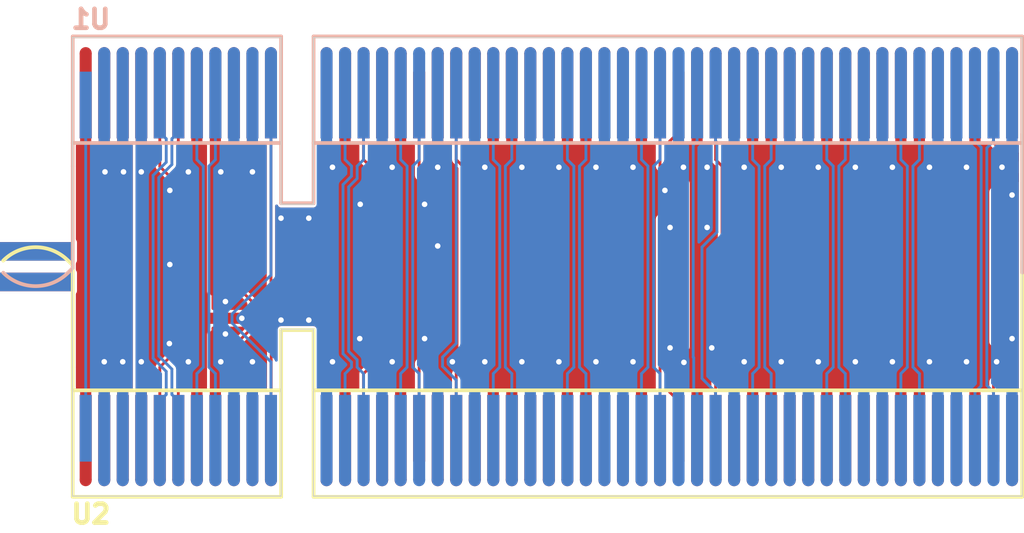
<source format=kicad_pcb>
(kicad_pcb (version 4) (host pcbnew 4.0.2+e4-6225~38~ubuntu14.04.1-stable)

  (general
    (links 332)
    (no_connects 3)
    (area 144.431 74.51882 200.010801 103.45898)
    (thickness 1.6)
    (drawings 12)
    (tracks 996)
    (zones 0)
    (modules 2)
    (nets 53)
  )

  (page A4)
  (layers
    (0 F.Cu signal)
    (31 B.Cu signal)
    (32 B.Adhes user)
    (33 F.Adhes user)
    (34 B.Paste user)
    (35 F.Paste user)
    (36 B.SilkS user)
    (37 F.SilkS user)
    (38 B.Mask user)
    (39 F.Mask user)
    (40 Dwgs.User user)
    (41 Cmts.User user)
    (42 Eco1.User user)
    (43 Eco2.User user)
    (44 Edge.Cuts user)
    (45 Margin user)
    (46 B.CrtYd user)
    (47 F.CrtYd user)
    (48 B.Fab user)
    (49 F.Fab user)
  )

  (setup
    (last_trace_width 0.1524)
    (user_trace_width 0.1524)
    (user_trace_width 0.6)
    (trace_clearance 0.1524)
    (zone_clearance 0.1524)
    (zone_45_only no)
    (trace_min 0.1524)
    (segment_width 0.254)
    (edge_width 0.05)
    (via_size 0.6)
    (via_drill 0.3)
    (via_min_size 0.6)
    (via_min_drill 0.3)
    (user_via 0.6 0.3)
    (uvia_size 0.3)
    (uvia_drill 0.1)
    (uvias_allowed no)
    (uvia_min_size 0.2)
    (uvia_min_drill 0.1)
    (pcb_text_width 0.3)
    (pcb_text_size 1.5 1.5)
    (mod_edge_width 0.15)
    (mod_text_size 1 1)
    (mod_text_width 0.15)
    (pad_size 1.55 1.55)
    (pad_drill 0.85)
    (pad_to_mask_clearance 0)
    (aux_axis_origin 0 0)
    (visible_elements FFFFFF7F)
    (pcbplotparams
      (layerselection 0x00030_80000001)
      (usegerberextensions false)
      (excludeedgelayer true)
      (linewidth 0.100000)
      (plotframeref false)
      (viasonmask false)
      (mode 1)
      (useauxorigin false)
      (hpglpennumber 1)
      (hpglpenspeed 20)
      (hpglpendiameter 15)
      (hpglpenoverlay 2)
      (psnegative false)
      (psa4output false)
      (plotreference true)
      (plotvalue true)
      (plotinvisibletext false)
      (padsonsilk false)
      (subtractmaskfromsilk false)
      (outputformat 1)
      (mirror false)
      (drillshape 1)
      (scaleselection 1)
      (outputdirectory ""))
  )

  (net 0 "")
  (net 1 /VCC12V)
  (net 2 /GND)
  (net 3 /VCC3V3)
  (net 4 /PRSTN)
  (net 5 /RESET)
  (net 6 /IDCLK)
  (net 7 /IDDAT)
  (net 8 /IO_X_P)
  (net 9 /IO_X_N)
  (net 10 /IO_Y_N)
  (net 11 /IO_B1_P)
  (net 12 /IO_B1_N)
  (net 13 /IO_B2_P)
  (net 14 /IO_B2_N)
  (net 15 /IO_B3_P)
  (net 16 /IO_B3_N)
  (net 17 /CLK_B0_P)
  (net 18 /CLK_B0_N)
  (net 19 /IO_Z_N)
  (net 20 /IO_B4_P)
  (net 21 /IO_B4_N)
  (net 22 /IO_B5_P)
  (net 23 /IO_B5_N)
  (net 24 /IO_B6_P)
  (net 25 /IO_B6_N)
  (net 26 /CLK_B1_P)
  (net 27 /CLK_B1_N)
  (net 28 /IO_A0_P)
  (net 29 /IO_A0_N)
  (net 30 /IO_B0_P)
  (net 31 /IO_B0_N)
  (net 32 /CLK_X_P)
  (net 33 /CLK_X_N)
  (net 34 /IO_A1_P)
  (net 35 /IO_A1_N)
  (net 36 /IO_Y_P)
  (net 37 /IO_A2_P)
  (net 38 /IO_A2_N)
  (net 39 /IO_A3_P)
  (net 40 /IO_A3_N)
  (net 41 /CLK_A0_P)
  (net 42 /CLK_A0_N)
  (net 43 /IO_Z_P)
  (net 44 /IO1)
  (net 45 /IO_A4_P)
  (net 46 /IO_A4_N)
  (net 47 /IO_A5_P)
  (net 48 /IO_A5_N)
  (net 49 /IO_A6_P)
  (net 50 /IO_A6_N)
  (net 51 /CLK_A1_P)
  (net 52 /CLK_A1_N)

  (net_class Default "This is the default net class."
    (clearance 0.1524)
    (trace_width 0.1524)
    (via_dia 0.6)
    (via_drill 0.3)
    (uvia_dia 0.3)
    (uvia_drill 0.1)
    (add_net /CLK_A0_N)
    (add_net /CLK_A0_P)
    (add_net /CLK_A1_N)
    (add_net /CLK_A1_P)
    (add_net /CLK_B0_N)
    (add_net /CLK_B0_P)
    (add_net /CLK_B1_N)
    (add_net /CLK_B1_P)
    (add_net /CLK_X_N)
    (add_net /CLK_X_P)
    (add_net /IDCLK)
    (add_net /IDDAT)
    (add_net /IO1)
    (add_net /IO_A0_N)
    (add_net /IO_A0_P)
    (add_net /IO_A1_N)
    (add_net /IO_A1_P)
    (add_net /IO_A2_N)
    (add_net /IO_A2_P)
    (add_net /IO_A3_N)
    (add_net /IO_A3_P)
    (add_net /IO_A4_N)
    (add_net /IO_A4_P)
    (add_net /IO_A5_N)
    (add_net /IO_A5_P)
    (add_net /IO_A6_N)
    (add_net /IO_A6_P)
    (add_net /IO_B0_N)
    (add_net /IO_B0_P)
    (add_net /IO_B1_N)
    (add_net /IO_B1_P)
    (add_net /IO_B2_N)
    (add_net /IO_B2_P)
    (add_net /IO_B3_N)
    (add_net /IO_B3_P)
    (add_net /IO_B4_N)
    (add_net /IO_B4_P)
    (add_net /IO_B5_N)
    (add_net /IO_B5_P)
    (add_net /IO_B6_N)
    (add_net /IO_B6_P)
    (add_net /IO_X_N)
    (add_net /IO_X_P)
    (add_net /IO_Y_N)
    (add_net /IO_Y_P)
    (add_net /IO_Z_N)
    (add_net /IO_Z_P)
    (add_net /PRSTN)
    (add_net /RESET)
  )

  (net_class PWR ""
    (clearance 0.1524)
    (trace_width 0.6)
    (via_dia 0.6)
    (via_drill 0.3)
    (uvia_dia 0.3)
    (uvia_drill 0.1)
    (add_net /GND)
    (add_net /VCC12V)
    (add_net /VCC3V3)
  )

  (module TOFE_8X_Pins:TOFE_8X_Pins (layer F.Cu) (tedit 5749066E) (tstamp 5764CDD7)
    (at 148.50958 101.54128)
    (path /562F177B)
    (fp_text reference U2 (at 0.98044 0.9271) (layer F.SilkS)
      (effects (font (size 1.016 1.016) (thickness 0.254)))
    )
    (fp_text value TOFE-8X (at 19.175 -10.75) (layer F.SilkS) hide
      (effects (font (size 1.016 1.016) (thickness 0.254)))
    )
    (fp_line (start -0.00118 -0.00088) (end -0.00118 -7.00088) (layer F.SilkS) (width 0.2))
    (fp_line (start -0.00118 -7.00088) (end -0.00118 -12.50088) (layer F.SilkS) (width 0.2))
    (fp_line (start -0.00118 -12.50088) (end -0.25118 -12.75088) (layer F.SilkS) (width 0.2))
    (fp_arc (start -2.00118 -11.00088) (end -3.75118 -12.75088) (angle 90) (layer F.SilkS) (width 0.2))
    (fp_line (start 51.24882 -5.25088) (end 51.24882 -12.75088) (layer F.SilkS) (width 0.2))
    (fp_line (start 51.24882 -5.75088) (end 12.99882 -5.75088) (layer F.SilkS) (width 0.2))
    (fp_line (start 51.24882 -0.00088) (end 51.24882 -5.75088) (layer F.SilkS) (width 0.2))
    (fp_line (start 12.99882 -0.00088) (end 51.24882 -0.00088) (layer F.SilkS) (width 0.2))
    (fp_line (start 12.99882 -9.00088) (end 12.99882 -0.00088) (layer F.SilkS) (width 0.2))
    (fp_line (start 11.24882 -9.00088) (end 12.99882 -9.00088) (layer F.SilkS) (width 0.2))
    (fp_line (start 11.24882 -9.00088) (end 11.24882 -0.00088) (layer F.SilkS) (width 0.2))
    (fp_line (start 11.24882 -5.75088) (end -0.00118 -5.75088) (layer F.SilkS) (width 0.2))
    (fp_line (start -0.00118 -0.00088) (end 11.24882 -0.00088) (layer F.SilkS) (width 0.2))
    (pad B1 connect rect (at 0.69922 -3.20088) (size 0.65024 4.59994) (layers F.Cu F.Mask)
      (net 1 /VCC12V))
    (pad B2 connect rect (at 1.69998 -3.20088) (size 0.65024 4.59994) (layers F.Cu F.Mask)
      (net 1 /VCC12V))
    (pad B3 connect rect (at 2.6982 -3.20088) (size 0.65024 4.59994) (layers F.Cu F.Mask)
      (net 1 /VCC12V))
    (pad B4 connect rect (at 3.69896 -3.20088) (size 0.65024 4.59994) (layers F.Cu F.Mask)
      (net 2 /GND))
    (pad B5 connect rect (at 4.69972 -3.20088) (size 0.65024 4.59994) (layers F.Cu F.Mask)
      (net 6 /IDCLK))
    (pad B6 connect rect (at 5.69794 -3.20088) (size 0.65024 4.59994) (layers F.Cu F.Mask)
      (net 7 /IDDAT))
    (pad B7 connect rect (at 6.6987 -3.20088) (size 0.65024 4.59994) (layers F.Cu F.Mask)
      (net 2 /GND))
    (pad B8 connect rect (at 7.69946 -3.20088) (size 0.65024 4.59994) (layers F.Cu F.Mask)
      (net 3 /VCC3V3))
    (pad B9 connect rect (at 8.69768 -3.20088) (size 0.65024 4.59994) (layers F.Cu F.Mask)
      (net 8 /IO_X_P))
    (pad B10 connect rect (at 9.69844 -3.20088) (size 0.65024 4.59994) (layers F.Cu F.Mask)
      (net 3 /VCC3V3))
    (pad B11 connect rect (at 10.6992 -3.20088) (size 0.65024 4.59994) (layers F.Cu F.Mask)
      (net 9 /IO_X_N))
    (pad B12 connect rect (at 13.69894 -3.20088) (size 0.65024 4.59994) (layers F.Cu F.Mask)
      (net 10 /IO_Y_N))
    (pad B13 connect rect (at 14.6997 -3.20088) (size 0.65024 4.59994) (layers F.Cu F.Mask)
      (net 2 /GND))
    (pad B14 connect rect (at 15.69792 -3.20088) (size 0.65024 4.59994) (layers F.Cu F.Mask)
      (net 11 /IO_B1_P))
    (pad B15 connect rect (at 16.69868 -3.20088) (size 0.65024 4.59994) (layers F.Cu F.Mask)
      (net 12 /IO_B1_N))
    (pad B16 connect rect (at 17.69944 -3.20088) (size 0.65024 4.59994) (layers F.Cu F.Mask)
      (net 2 /GND))
    (pad B17 connect rect (at 18.69766 -3.70126) (size 0.65024 3.59918) (layers F.Cu F.Mask)
      (net 4 /PRSTN))
    (pad B18 connect rect (at 19.69842 -3.20088) (size 0.65024 4.59994) (layers F.Cu F.Mask)
      (net 2 /GND))
    (pad B19 connect rect (at 20.69882 -3.20088) (size 0.65024 4.59994) (layers F.Cu F.Mask)
      (net 13 /IO_B2_P))
    (pad B20 connect rect (at 21.69882 -3.20088) (size 0.65024 4.59994) (layers F.Cu F.Mask)
      (net 14 /IO_B2_N))
    (pad B21 connect rect (at 22.69882 -3.20088) (size 0.65024 4.59994) (layers F.Cu F.Mask)
      (net 2 /GND))
    (pad B22 connect rect (at 23.69882 -3.20088) (size 0.65024 4.59994) (layers F.Cu F.Mask)
      (net 2 /GND))
    (pad B23 connect rect (at 24.69882 -3.20088) (size 0.65024 4.59994) (layers F.Cu F.Mask)
      (net 15 /IO_B3_P))
    (pad B24 connect rect (at 25.69882 -3.20088) (size 0.65024 4.59994) (layers F.Cu F.Mask)
      (net 16 /IO_B3_N))
    (pad B25 connect rect (at 26.69882 -3.20088) (size 0.65024 4.59994) (layers F.Cu F.Mask)
      (net 2 /GND))
    (pad B26 connect rect (at 27.69882 -3.20088) (size 0.65024 4.59994) (layers F.Cu F.Mask)
      (net 2 /GND))
    (pad B27 connect rect (at 28.69882 -3.20088) (size 0.65024 4.59994) (layers F.Cu F.Mask)
      (net 17 /CLK_B0_P))
    (pad B28 connect rect (at 29.69882 -3.20088) (size 0.65024 4.59994) (layers F.Cu F.Mask)
      (net 18 /CLK_B0_N))
    (pad B29 connect rect (at 30.69882 -3.20088) (size 0.65024 4.59994) (layers F.Cu F.Mask)
      (net 2 /GND))
    (pad B30 connect rect (at 31.69882 -3.20088) (size 0.65024 4.59994) (layers F.Cu F.Mask)
      (net 19 /IO_Z_N))
    (pad B31 connect rect (at 32.69882 -3.70088) (size 0.65024 3.59918) (layers F.Cu F.Mask)
      (net 4 /PRSTN))
    (pad B32 connect rect (at 33.69882 -3.20088) (size 0.65024 4.59994) (layers F.Cu F.Mask)
      (net 2 /GND))
    (pad B33 connect rect (at 34.69882 -3.20088) (size 0.65024 4.59994) (layers F.Cu F.Mask)
      (net 20 /IO_B4_P))
    (pad B34 connect rect (at 35.69882 -3.20088) (size 0.65024 4.59994) (layers F.Cu F.Mask)
      (net 21 /IO_B4_N))
    (pad B35 connect rect (at 36.69882 -3.20088) (size 0.65024 4.59994) (layers F.Cu F.Mask)
      (net 2 /GND))
    (pad B36 connect rect (at 37.69882 -3.20088) (size 0.65024 4.59994) (layers F.Cu F.Mask)
      (net 2 /GND))
    (pad B37 connect rect (at 38.69882 -3.20088) (size 0.65024 4.59994) (layers F.Cu F.Mask)
      (net 22 /IO_B5_P))
    (pad B38 connect rect (at 39.69882 -3.20088) (size 0.65024 4.59994) (layers F.Cu F.Mask)
      (net 23 /IO_B5_N))
    (pad B39 connect rect (at 40.69882 -3.20088) (size 0.65024 4.59994) (layers F.Cu F.Mask)
      (net 2 /GND))
    (pad B40 connect rect (at 41.69882 -3.20088) (size 0.65024 4.59994) (layers F.Cu F.Mask)
      (net 2 /GND))
    (pad B41 connect rect (at 42.69882 -3.20088) (size 0.65024 4.59994) (layers F.Cu F.Mask)
      (net 24 /IO_B6_P))
    (pad B42 connect rect (at 43.69882 -3.20088) (size 0.65024 4.59994) (layers F.Cu F.Mask)
      (net 25 /IO_B6_N))
    (pad B43 connect rect (at 44.69882 -3.20088) (size 0.65024 4.59994) (layers F.Cu F.Mask)
      (net 2 /GND))
    (pad B44 connect rect (at 45.69882 -3.20088) (size 0.65024 4.59994) (layers F.Cu F.Mask)
      (net 2 /GND))
    (pad B45 connect rect (at 46.69882 -3.20088) (size 0.65024 4.59994) (layers F.Cu F.Mask)
      (net 26 /CLK_B1_P))
    (pad B46 connect rect (at 47.69882 -3.20088) (size 0.65024 4.59994) (layers F.Cu F.Mask)
      (net 27 /CLK_B1_N))
    (pad B47 connect rect (at 48.69882 -3.20088) (size 0.65024 4.59994) (layers F.Cu F.Mask)
      (net 2 /GND))
    (pad B48 connect rect (at 49.69882 -3.70088) (size 0.65024 3.59918) (layers F.Cu F.Mask)
      (net 4 /PRSTN))
    (pad B49 connect rect (at 50.69882 -3.20088) (size 0.65024 4.59994) (layers F.Cu F.Mask)
      (net 2 /GND))
    (pad B1 connect circle (at 0.69922 -0.89964) (size 0.65024 0.65024) (layers F.Cu F.Mask)
      (net 1 /VCC12V))
    (pad B2 connect circle (at 1.69998 -0.89964) (size 0.65024 0.65024) (layers F.Cu F.Mask)
      (net 1 /VCC12V))
    (pad B3 connect circle (at 2.6982 -0.89964) (size 0.65024 0.65024) (layers F.Cu F.Mask)
      (net 1 /VCC12V))
    (pad B4 connect circle (at 3.69896 -0.89964) (size 0.65024 0.65024) (layers F.Cu F.Mask)
      (net 2 /GND))
    (pad B5 connect circle (at 4.69972 -0.89964) (size 0.65024 0.65024) (layers F.Cu F.Mask)
      (net 6 /IDCLK))
    (pad B6 connect circle (at 5.69794 -0.89964) (size 0.65024 0.65024) (layers F.Cu F.Mask)
      (net 7 /IDDAT))
    (pad B7 connect circle (at 6.6987 -0.89964) (size 0.65024 0.65024) (layers F.Cu F.Mask)
      (net 2 /GND))
    (pad B8 connect circle (at 7.69946 -0.89964) (size 0.65024 0.65024) (layers F.Cu F.Mask)
      (net 3 /VCC3V3))
    (pad B9 connect circle (at 8.69768 -0.89964) (size 0.65024 0.65024) (layers F.Cu F.Mask)
      (net 8 /IO_X_P))
    (pad B10 connect circle (at 9.69844 -0.89964) (size 0.65024 0.65024) (layers F.Cu F.Mask)
      (net 3 /VCC3V3))
    (pad B11 connect circle (at 10.6992 -0.89964) (size 0.65024 0.65024) (layers F.Cu F.Mask)
      (net 9 /IO_X_N))
    (pad B12 connect circle (at 13.69894 -0.89964) (size 0.65024 0.65024) (layers F.Cu F.Mask)
      (net 10 /IO_Y_N))
    (pad B13 connect circle (at 14.6997 -0.89964) (size 0.65024 0.65024) (layers F.Cu F.Mask)
      (net 2 /GND))
    (pad B14 connect circle (at 15.69792 -0.89964) (size 0.65024 0.65024) (layers F.Cu F.Mask)
      (net 11 /IO_B1_P))
    (pad B15 connect circle (at 16.69868 -0.89964) (size 0.65024 0.65024) (layers F.Cu F.Mask)
      (net 12 /IO_B1_N))
    (pad B16 connect circle (at 17.69944 -0.89964) (size 0.65024 0.65024) (layers F.Cu F.Mask)
      (net 2 /GND))
    (pad B18 connect circle (at 19.69842 -0.89964) (size 0.65024 0.65024) (layers F.Cu F.Mask)
      (net 2 /GND))
    (pad B19 connect circle (at 20.69882 -0.89964) (size 0.65024 0.65024) (layers F.Cu F.Mask)
      (net 13 /IO_B2_P))
    (pad B20 connect circle (at 21.69882 -0.89964) (size 0.65024 0.65024) (layers F.Cu F.Mask)
      (net 14 /IO_B2_N))
    (pad B21 connect circle (at 22.69882 -0.89964) (size 0.65024 0.65024) (layers F.Cu F.Mask)
      (net 2 /GND))
    (pad B22 connect circle (at 23.69882 -0.89964) (size 0.65024 0.65024) (layers F.Cu F.Mask)
      (net 2 /GND))
    (pad B23 connect circle (at 24.69882 -0.89964) (size 0.65024 0.65024) (layers F.Cu F.Mask)
      (net 15 /IO_B3_P))
    (pad B24 connect circle (at 25.69882 -0.89964) (size 0.65024 0.65024) (layers F.Cu F.Mask)
      (net 16 /IO_B3_N))
    (pad B25 connect circle (at 26.69882 -0.89964) (size 0.65024 0.65024) (layers F.Cu F.Mask)
      (net 2 /GND))
    (pad B26 connect circle (at 27.69882 -0.89964) (size 0.65024 0.65024) (layers F.Cu F.Mask)
      (net 2 /GND))
    (pad B27 connect circle (at 28.69882 -0.89964) (size 0.65024 0.65024) (layers F.Cu F.Mask)
      (net 17 /CLK_B0_P))
    (pad B28 connect circle (at 29.69882 -0.89964) (size 0.65024 0.65024) (layers F.Cu F.Mask)
      (net 18 /CLK_B0_N))
    (pad B29 connect circle (at 30.69882 -0.89964) (size 0.65024 0.65024) (layers F.Cu F.Mask)
      (net 2 /GND))
    (pad B30 connect circle (at 31.69882 -0.89964) (size 0.65024 0.65024) (layers F.Cu F.Mask)
      (net 19 /IO_Z_N))
    (pad B32 connect circle (at 33.69882 -0.89964) (size 0.65024 0.65024) (layers F.Cu F.Mask)
      (net 2 /GND))
    (pad B33 connect circle (at 34.69882 -0.89964) (size 0.65024 0.65024) (layers F.Cu F.Mask)
      (net 20 /IO_B4_P))
    (pad B34 connect circle (at 35.69882 -0.89964) (size 0.65024 0.65024) (layers F.Cu F.Mask)
      (net 21 /IO_B4_N))
    (pad B35 connect circle (at 36.69882 -0.89964) (size 0.65024 0.65024) (layers F.Cu F.Mask)
      (net 2 /GND))
    (pad B36 connect circle (at 37.69882 -0.89964) (size 0.65024 0.65024) (layers F.Cu F.Mask)
      (net 2 /GND))
    (pad B37 connect circle (at 38.69882 -0.89964) (size 0.65024 0.65024) (layers F.Cu F.Mask)
      (net 22 /IO_B5_P))
    (pad B38 connect circle (at 39.69882 -0.89964) (size 0.65024 0.65024) (layers F.Cu F.Mask)
      (net 23 /IO_B5_N))
    (pad B39 connect circle (at 40.69882 -0.89964) (size 0.65024 0.65024) (layers F.Cu F.Mask)
      (net 2 /GND))
    (pad B40 connect circle (at 41.69882 -0.89964) (size 0.65024 0.65024) (layers F.Cu F.Mask)
      (net 2 /GND))
    (pad B41 connect circle (at 42.69882 -0.89964) (size 0.65024 0.65024) (layers F.Cu F.Mask)
      (net 24 /IO_B6_P))
    (pad B42 connect circle (at 43.69882 -0.89964) (size 0.65024 0.65024) (layers F.Cu F.Mask)
      (net 25 /IO_B6_N))
    (pad B43 connect circle (at 44.69882 -0.89964) (size 0.65024 0.65024) (layers F.Cu F.Mask)
      (net 2 /GND))
    (pad B44 connect circle (at 45.69882 -0.89964) (size 0.65024 0.65024) (layers F.Cu F.Mask)
      (net 2 /GND))
    (pad B45 connect circle (at 46.69882 -0.89964) (size 0.65024 0.65024) (layers F.Cu F.Mask)
      (net 26 /CLK_B1_P))
    (pad B46 connect circle (at 47.69882 -0.89964) (size 0.65024 0.65024) (layers F.Cu F.Mask)
      (net 27 /CLK_B1_N))
    (pad B47 connect circle (at 48.69882 -0.89964) (size 0.65024 0.65024) (layers F.Cu F.Mask)
      (net 2 /GND))
    (pad B49 connect circle (at 50.69882 -0.89964) (size 0.65024 0.65024) (layers F.Cu F.Mask)
      (net 2 /GND))
    (pad A1 connect rect (at 0.69922 -3.70126) (size 0.65024 3.59918) (layers B.Cu B.Mask)
      (net 4 /PRSTN))
    (pad A2 connect rect (at 1.69998 -3.20088) (size 0.65024 4.59994) (layers B.Cu B.Mask)
      (net 1 /VCC12V))
    (pad A3 connect rect (at 2.6982 -3.20088) (size 0.65024 4.59994) (layers B.Cu B.Mask)
      (net 1 /VCC12V))
    (pad A4 connect rect (at 3.69896 -3.20088) (size 0.65024 4.59994) (layers B.Cu B.Mask)
      (net 2 /GND))
    (pad A5 connect rect (at 4.69972 -3.20088) (size 0.65024 4.59994) (layers B.Cu B.Mask)
      (net 28 /IO_A0_P))
    (pad A6 connect rect (at 5.69794 -3.20088) (size 0.65024 4.59994) (layers B.Cu B.Mask)
      (net 29 /IO_A0_N))
    (pad A7 connect rect (at 6.6987 -3.20088) (size 0.65024 4.59994) (layers B.Cu B.Mask)
      (net 30 /IO_B0_P))
    (pad A8 connect rect (at 7.69946 -3.20088) (size 0.65024 4.59994) (layers B.Cu B.Mask)
      (net 31 /IO_B0_N))
    (pad A9 connect rect (at 8.69768 -3.20088) (size 0.65024 4.59994) (layers B.Cu B.Mask)
      (net 3 /VCC3V3))
    (pad A10 connect rect (at 9.69844 -3.20088) (size 0.65024 4.59994) (layers B.Cu B.Mask)
      (net 3 /VCC3V3))
    (pad A11 connect rect (at 10.6992 -3.20088) (size 0.65024 4.59994) (layers B.Cu B.Mask)
      (net 5 /RESET))
    (pad A12 connect rect (at 13.69894 -3.20088) (size 0.65024 4.59994) (layers B.Cu B.Mask)
      (net 2 /GND))
    (pad A13 connect rect (at 14.6997 -3.20088) (size 0.65024 4.59994) (layers B.Cu B.Mask)
      (net 32 /CLK_X_P))
    (pad A14 connect rect (at 15.69792 -3.20088) (size 0.65024 4.59994) (layers B.Cu B.Mask)
      (net 33 /CLK_X_N))
    (pad A15 connect rect (at 16.69868 -3.20088) (size 0.65024 4.59994) (layers B.Cu B.Mask)
      (net 2 /GND))
    (pad A16 connect rect (at 17.69944 -3.20088) (size 0.65024 4.59994) (layers B.Cu B.Mask)
      (net 34 /IO_A1_P))
    (pad A17 connect rect (at 18.69766 -3.20088) (size 0.65024 4.59994) (layers B.Cu B.Mask)
      (net 35 /IO_A1_N))
    (pad A18 connect rect (at 19.69882 -3.20088) (size 0.65024 4.59994) (layers B.Cu B.Mask)
      (net 2 /GND))
    (pad A19 connect rect (at 20.69882 -3.20088) (size 0.65024 4.59994) (layers B.Cu B.Mask)
      (net 36 /IO_Y_P))
    (pad A20 connect rect (at 21.69882 -3.20088) (size 0.65024 4.59994) (layers B.Cu B.Mask)
      (net 2 /GND))
    (pad A21 connect rect (at 22.69882 -3.20088) (size 0.65024 4.59994) (layers B.Cu B.Mask)
      (net 37 /IO_A2_P))
    (pad A22 connect rect (at 23.69882 -3.20088) (size 0.65024 4.59994) (layers B.Cu B.Mask)
      (net 38 /IO_A2_N))
    (pad A23 connect rect (at 24.69882 -3.20088) (size 0.65024 4.59994) (layers B.Cu B.Mask)
      (net 2 /GND))
    (pad A24 connect rect (at 25.69882 -3.20088) (size 0.65024 4.59994) (layers B.Cu B.Mask)
      (net 2 /GND))
    (pad A25 connect rect (at 26.69882 -3.20088) (size 0.65024 4.59994) (layers B.Cu B.Mask)
      (net 39 /IO_A3_P))
    (pad A26 connect rect (at 27.69882 -3.20088) (size 0.65024 4.59994) (layers B.Cu B.Mask)
      (net 40 /IO_A3_N))
    (pad A27 connect rect (at 28.69882 -3.20088) (size 0.65024 4.59994) (layers B.Cu B.Mask)
      (net 2 /GND))
    (pad A28 connect rect (at 29.69882 -3.20088) (size 0.65024 4.59994) (layers B.Cu B.Mask)
      (net 2 /GND))
    (pad A29 connect rect (at 30.69882 -3.20088) (size 0.65024 4.59994) (layers B.Cu B.Mask)
      (net 41 /CLK_A0_P))
    (pad A30 connect rect (at 31.69882 -3.20088) (size 0.65024 4.59994) (layers B.Cu B.Mask)
      (net 42 /CLK_A0_N))
    (pad A31 connect rect (at 32.69882 -3.20088) (size 0.65024 4.59994) (layers B.Cu B.Mask)
      (net 2 /GND))
    (pad A32 connect rect (at 33.69882 -3.20088) (size 0.65024 4.59994) (layers B.Cu B.Mask)
      (net 43 /IO_Z_P))
    (pad A33 connect rect (at 34.69882 -3.20088) (size 0.65024 4.59994) (layers B.Cu B.Mask)
      (net 44 /IO1))
    (pad A34 connect rect (at 35.69882 -3.20088) (size 0.65024 4.59994) (layers B.Cu B.Mask)
      (net 2 /GND))
    (pad A35 connect rect (at 36.69882 -3.20088) (size 0.65024 4.59994) (layers B.Cu B.Mask)
      (net 45 /IO_A4_P))
    (pad A36 connect rect (at 37.69882 -3.20088) (size 0.65024 4.59994) (layers B.Cu B.Mask)
      (net 46 /IO_A4_N))
    (pad A37 connect rect (at 38.69882 -3.20088) (size 0.65024 4.59994) (layers B.Cu B.Mask)
      (net 2 /GND))
    (pad A38 connect rect (at 39.69882 -3.20088) (size 0.65024 4.59994) (layers B.Cu B.Mask)
      (net 2 /GND))
    (pad A39 connect rect (at 40.69882 -3.20088) (size 0.65024 4.59994) (layers B.Cu B.Mask)
      (net 47 /IO_A5_P))
    (pad A40 connect rect (at 41.69882 -3.20088) (size 0.65024 4.59994) (layers B.Cu B.Mask)
      (net 48 /IO_A5_N))
    (pad A41 connect rect (at 42.69882 -3.20088) (size 0.65024 4.59994) (layers B.Cu B.Mask)
      (net 2 /GND))
    (pad A42 connect rect (at 43.69882 -3.20088) (size 0.65024 4.59994) (layers B.Cu B.Mask)
      (net 2 /GND))
    (pad A43 connect rect (at 44.69882 -3.20088) (size 0.65024 4.59994) (layers B.Cu B.Mask)
      (net 49 /IO_A6_P))
    (pad A44 connect rect (at 45.69882 -3.20088) (size 0.65024 4.59994) (layers B.Cu B.Mask)
      (net 50 /IO_A6_N))
    (pad A45 connect rect (at 46.69882 -3.20088) (size 0.65024 4.59994) (layers B.Cu B.Mask)
      (net 2 /GND))
    (pad A46 connect rect (at 47.69882 -3.20088) (size 0.65024 4.59994) (layers B.Cu B.Mask)
      (net 2 /GND))
    (pad A47 connect rect (at 48.69882 -3.20088) (size 0.65024 4.59994) (layers B.Cu B.Mask)
      (net 51 /CLK_A1_P))
    (pad A48 connect rect (at 49.69882 -3.20088) (size 0.65024 4.59994) (layers B.Cu B.Mask)
      (net 52 /CLK_A1_N))
    (pad A49 connect rect (at 50.69882 -3.20088) (size 0.65024 4.59994) (layers B.Cu B.Mask)
      (net 2 /GND))
    (pad A2 connect oval (at 1.69998 -0.89964 90) (size 0.65024 0.65024) (layers B.Cu B.Mask)
      (net 1 /VCC12V))
    (pad A3 connect oval (at 2.6982 -0.89964 90) (size 0.65024 0.65024) (layers B.Cu B.Mask)
      (net 1 /VCC12V))
    (pad A4 connect oval (at 3.69896 -0.89964 90) (size 0.65024 0.65024) (layers B.Cu B.Mask)
      (net 2 /GND))
    (pad A5 connect oval (at 4.69972 -0.89964 90) (size 0.65024 0.65024) (layers B.Cu B.Mask)
      (net 28 /IO_A0_P))
    (pad A6 connect oval (at 5.69794 -0.89964 90) (size 0.65024 0.65024) (layers B.Cu B.Mask)
      (net 29 /IO_A0_N))
    (pad A7 connect oval (at 6.6987 -0.89964 90) (size 0.65024 0.65024) (layers B.Cu B.Mask)
      (net 30 /IO_B0_P))
    (pad A8 connect oval (at 7.69946 -0.89964 90) (size 0.65024 0.65024) (layers B.Cu B.Mask)
      (net 31 /IO_B0_N))
    (pad A9 connect oval (at 8.69768 -0.89964 90) (size 0.65024 0.65024) (layers B.Cu B.Mask)
      (net 3 /VCC3V3))
    (pad A10 connect oval (at 9.69844 -0.89964 90) (size 0.65024 0.65024) (layers B.Cu B.Mask)
      (net 3 /VCC3V3))
    (pad A11 connect oval (at 10.6992 -0.89964 90) (size 0.65024 0.65024) (layers B.Cu B.Mask)
      (net 5 /RESET))
    (pad A12 connect oval (at 13.69894 -0.89964 90) (size 0.65024 0.65024) (layers B.Cu B.Mask)
      (net 2 /GND))
    (pad A13 connect oval (at 14.6997 -0.89964 90) (size 0.65024 0.65024) (layers B.Cu B.Mask)
      (net 32 /CLK_X_P))
    (pad A14 connect oval (at 15.69792 -0.89964 90) (size 0.65024 0.65024) (layers B.Cu B.Mask)
      (net 33 /CLK_X_N))
    (pad A15 connect oval (at 16.69868 -0.89964 90) (size 0.65024 0.65024) (layers B.Cu B.Mask)
      (net 2 /GND))
    (pad A16 connect oval (at 17.69944 -0.89964 90) (size 0.65024 0.65024) (layers B.Cu B.Mask)
      (net 34 /IO_A1_P))
    (pad A17 connect oval (at 18.69766 -0.89964 90) (size 0.65024 0.65024) (layers B.Cu B.Mask)
      (net 35 /IO_A1_N))
    (pad A18 connect oval (at 19.69842 -0.89964 90) (size 0.65024 0.65024) (layers B.Cu B.Mask)
      (net 2 /GND))
    (pad A19 connect oval (at 20.69882 -0.89964 90) (size 0.65024 0.65024) (layers B.Cu B.Mask)
      (net 36 /IO_Y_P))
    (pad A20 connect oval (at 21.69882 -0.89964 90) (size 0.65024 0.65024) (layers B.Cu B.Mask)
      (net 2 /GND))
    (pad A21 connect oval (at 22.69882 -0.89964 90) (size 0.65024 0.65024) (layers B.Cu B.Mask)
      (net 37 /IO_A2_P))
    (pad A22 connect oval (at 23.69882 -0.89964 90) (size 0.65024 0.65024) (layers B.Cu B.Mask)
      (net 38 /IO_A2_N))
    (pad A23 connect oval (at 24.69882 -0.89964 90) (size 0.65024 0.65024) (layers B.Cu B.Mask)
      (net 2 /GND))
    (pad A24 connect oval (at 25.69882 -0.89964 90) (size 0.65024 0.65024) (layers B.Cu B.Mask)
      (net 2 /GND))
    (pad A25 connect oval (at 26.69882 -0.89964 90) (size 0.65024 0.65024) (layers B.Cu B.Mask)
      (net 39 /IO_A3_P))
    (pad A26 connect oval (at 27.69882 -0.89964 90) (size 0.65024 0.65024) (layers B.Cu B.Mask)
      (net 40 /IO_A3_N))
    (pad A27 connect oval (at 28.69882 -0.89964 90) (size 0.65024 0.65024) (layers B.Cu B.Mask)
      (net 2 /GND))
    (pad A28 connect oval (at 29.69882 -0.89964 90) (size 0.65024 0.65024) (layers B.Cu B.Mask)
      (net 2 /GND))
    (pad A29 connect oval (at 30.69882 -0.89964 90) (size 0.65024 0.65024) (layers B.Cu B.Mask)
      (net 41 /CLK_A0_P))
    (pad A30 connect oval (at 31.69882 -0.89964 90) (size 0.65024 0.65024) (layers B.Cu B.Mask)
      (net 42 /CLK_A0_N))
    (pad A31 connect oval (at 32.69882 -0.89964 90) (size 0.65024 0.65024) (layers B.Cu B.Mask)
      (net 2 /GND))
    (pad A32 connect oval (at 33.69882 -0.89964 90) (size 0.65024 0.65024) (layers B.Cu B.Mask)
      (net 43 /IO_Z_P))
    (pad A33 connect oval (at 34.69882 -0.89964 90) (size 0.65024 0.65024) (layers B.Cu B.Mask)
      (net 44 /IO1))
    (pad A34 connect oval (at 35.69882 -0.89964 90) (size 0.65024 0.65024) (layers B.Cu B.Mask)
      (net 2 /GND))
    (pad A35 connect oval (at 36.69882 -0.89964 90) (size 0.65024 0.65024) (layers B.Cu B.Mask)
      (net 45 /IO_A4_P))
    (pad A36 connect oval (at 37.69882 -0.89964 90) (size 0.65024 0.65024) (layers B.Cu B.Mask)
      (net 46 /IO_A4_N))
    (pad A37 connect oval (at 38.69882 -0.89964 90) (size 0.65024 0.65024) (layers B.Cu B.Mask)
      (net 2 /GND))
    (pad A38 connect oval (at 39.69882 -0.89964 90) (size 0.65024 0.65024) (layers B.Cu B.Mask)
      (net 2 /GND))
    (pad A39 connect oval (at 40.69882 -0.89964 90) (size 0.65024 0.65024) (layers B.Cu B.Mask)
      (net 47 /IO_A5_P))
    (pad A40 connect oval (at 41.69882 -0.89964 90) (size 0.65024 0.65024) (layers B.Cu B.Mask)
      (net 48 /IO_A5_N))
    (pad A41 connect oval (at 42.69882 -0.89964 90) (size 0.65024 0.65024) (layers B.Cu B.Mask)
      (net 2 /GND))
    (pad A42 connect oval (at 43.69882 -0.89964 90) (size 0.65024 0.65024) (layers B.Cu B.Mask)
      (net 2 /GND))
    (pad A43 connect oval (at 44.69882 -0.89964 90) (size 0.65024 0.65024) (layers B.Cu B.Mask)
      (net 49 /IO_A6_P))
    (pad A44 connect oval (at 45.69882 -0.89964 90) (size 0.65024 0.65024) (layers B.Cu B.Mask)
      (net 50 /IO_A6_N))
    (pad A45 connect oval (at 46.69882 -0.89964 90) (size 0.65024 0.65024) (layers B.Cu B.Mask)
      (net 2 /GND))
    (pad A46 connect oval (at 47.69882 -0.89964 90) (size 0.65024 0.65024) (layers B.Cu B.Mask)
      (net 2 /GND))
    (pad A47 connect oval (at 48.69882 -0.89964 90) (size 0.65024 0.65024) (layers B.Cu B.Mask)
      (net 51 /CLK_A1_P))
    (pad A48 connect oval (at 49.69882 -0.89964 90) (size 0.65024 0.65024) (layers B.Cu B.Mask)
      (net 52 /CLK_A1_N))
    (pad A49 connect oval (at 50.69882 -0.89964 90) (size 0.65024 0.65024) (layers B.Cu B.Mask)
      (net 2 /GND))
    (pad "" smd rect (at -1.92618 -13.25088) (size 4 1) (layers B.Cu))
    (pad "" smd rect (at -1.92618 -13.25088) (size 4 1) (layers F.Cu))
  )

  (module "TOFE Straddle:TOFE_8X_straddle" (layer B.Cu) (tedit 5749066E) (tstamp 5764CD11)
    (at 148.50958 76.69052)
    (path /560CFB49)
    (fp_text reference U1 (at 0.98044 -0.9271) (layer B.SilkS)
      (effects (font (size 1.016 1.016) (thickness 0.254)) (justify mirror))
    )
    (fp_text value TOFE-8X (at 19.175 10.75) (layer B.SilkS) hide
      (effects (font (size 1.016 1.016) (thickness 0.254)) (justify mirror))
    )
    (fp_line (start -0.00118 0.00088) (end -0.00118 7.00088) (layer B.SilkS) (width 0.2))
    (fp_line (start -0.00118 7.00088) (end -0.00118 12.50088) (layer B.SilkS) (width 0.2))
    (fp_line (start -0.00118 12.50088) (end -0.25118 12.75088) (layer B.SilkS) (width 0.2))
    (fp_arc (start -2.00118 11.00088) (end -3.75118 12.75088) (angle -90) (layer B.SilkS) (width 0.2))
    (fp_line (start 51.24882 5.25088) (end 51.24882 12.75088) (layer B.SilkS) (width 0.2))
    (fp_line (start 51.24882 5.75088) (end 12.99882 5.75088) (layer B.SilkS) (width 0.2))
    (fp_line (start 51.24882 0.00088) (end 51.24882 5.75088) (layer B.SilkS) (width 0.2))
    (fp_line (start 12.99882 0.00088) (end 51.24882 0.00088) (layer B.SilkS) (width 0.2))
    (fp_line (start 12.99882 9.00088) (end 12.99882 0.00088) (layer B.SilkS) (width 0.2))
    (fp_line (start 11.24882 9.00088) (end 12.99882 9.00088) (layer B.SilkS) (width 0.2))
    (fp_line (start 11.24882 9.00088) (end 11.24882 0.00088) (layer B.SilkS) (width 0.2))
    (fp_line (start 11.24882 5.75088) (end -0.00118 5.75088) (layer B.SilkS) (width 0.2))
    (fp_line (start -0.00118 0.00088) (end 11.24882 0.00088) (layer B.SilkS) (width 0.2))
    (pad B1 connect rect (at 0.69922 3.20088) (size 0.65024 4.59994) (layers F.Cu F.Mask)
      (net 1 /VCC12V))
    (pad B2 connect rect (at 1.69998 3.20088) (size 0.65024 4.59994) (layers F.Cu F.Mask)
      (net 1 /VCC12V))
    (pad B3 connect rect (at 2.6982 3.20088) (size 0.65024 4.59994) (layers F.Cu F.Mask)
      (net 1 /VCC12V))
    (pad B4 connect rect (at 3.69896 3.20088) (size 0.65024 4.59994) (layers F.Cu F.Mask)
      (net 2 /GND))
    (pad B5 connect rect (at 4.69972 3.20088) (size 0.65024 4.59994) (layers F.Cu F.Mask)
      (net 6 /IDCLK))
    (pad B6 connect rect (at 5.69794 3.20088) (size 0.65024 4.59994) (layers F.Cu F.Mask)
      (net 7 /IDDAT))
    (pad B7 connect rect (at 6.6987 3.20088) (size 0.65024 4.59994) (layers F.Cu F.Mask)
      (net 2 /GND))
    (pad B8 connect rect (at 7.69946 3.20088) (size 0.65024 4.59994) (layers F.Cu F.Mask)
      (net 3 /VCC3V3))
    (pad B9 connect rect (at 8.69768 3.20088) (size 0.65024 4.59994) (layers F.Cu F.Mask)
      (net 8 /IO_X_P))
    (pad B10 connect rect (at 9.69844 3.20088) (size 0.65024 4.59994) (layers F.Cu F.Mask)
      (net 3 /VCC3V3))
    (pad B11 connect rect (at 10.6992 3.20088) (size 0.65024 4.59994) (layers F.Cu F.Mask)
      (net 9 /IO_X_N))
    (pad B12 connect rect (at 13.69894 3.20088) (size 0.65024 4.59994) (layers F.Cu F.Mask)
      (net 10 /IO_Y_N))
    (pad B13 connect rect (at 14.6997 3.20088) (size 0.65024 4.59994) (layers F.Cu F.Mask)
      (net 2 /GND))
    (pad B14 connect rect (at 15.69792 3.20088) (size 0.65024 4.59994) (layers F.Cu F.Mask)
      (net 11 /IO_B1_P))
    (pad B15 connect rect (at 16.69868 3.20088) (size 0.65024 4.59994) (layers F.Cu F.Mask)
      (net 12 /IO_B1_N))
    (pad B16 connect rect (at 17.69944 3.20088) (size 0.65024 4.59994) (layers F.Cu F.Mask)
      (net 2 /GND))
    (pad B17 connect rect (at 18.69766 3.70126) (size 0.65024 3.59918) (layers F.Cu F.Mask)
      (net 4 /PRSTN))
    (pad B18 connect rect (at 19.69842 3.20088) (size 0.65024 4.59994) (layers F.Cu F.Mask)
      (net 2 /GND))
    (pad B19 connect rect (at 20.69882 3.20088) (size 0.65024 4.59994) (layers F.Cu F.Mask)
      (net 13 /IO_B2_P))
    (pad B20 connect rect (at 21.69882 3.20088) (size 0.65024 4.59994) (layers F.Cu F.Mask)
      (net 14 /IO_B2_N))
    (pad B21 connect rect (at 22.69882 3.20088) (size 0.65024 4.59994) (layers F.Cu F.Mask)
      (net 2 /GND))
    (pad B22 connect rect (at 23.69882 3.20088) (size 0.65024 4.59994) (layers F.Cu F.Mask)
      (net 2 /GND))
    (pad B23 connect rect (at 24.69882 3.20088) (size 0.65024 4.59994) (layers F.Cu F.Mask)
      (net 15 /IO_B3_P))
    (pad B24 connect rect (at 25.69882 3.20088) (size 0.65024 4.59994) (layers F.Cu F.Mask)
      (net 16 /IO_B3_N))
    (pad B25 connect rect (at 26.69882 3.20088) (size 0.65024 4.59994) (layers F.Cu F.Mask)
      (net 2 /GND))
    (pad B26 connect rect (at 27.69882 3.20088) (size 0.65024 4.59994) (layers F.Cu F.Mask)
      (net 2 /GND))
    (pad B27 connect rect (at 28.69882 3.20088) (size 0.65024 4.59994) (layers F.Cu F.Mask)
      (net 17 /CLK_B0_P))
    (pad B28 connect rect (at 29.69882 3.20088) (size 0.65024 4.59994) (layers F.Cu F.Mask)
      (net 18 /CLK_B0_N))
    (pad B29 connect rect (at 30.69882 3.20088) (size 0.65024 4.59994) (layers F.Cu F.Mask)
      (net 2 /GND))
    (pad B30 connect rect (at 31.69882 3.20088) (size 0.65024 4.59994) (layers F.Cu F.Mask)
      (net 19 /IO_Z_N))
    (pad B31 connect rect (at 32.69882 3.70088) (size 0.65024 3.59918) (layers F.Cu F.Mask)
      (net 4 /PRSTN))
    (pad B32 connect rect (at 33.69882 3.20088) (size 0.65024 4.59994) (layers F.Cu F.Mask)
      (net 2 /GND))
    (pad B33 connect rect (at 34.69882 3.20088) (size 0.65024 4.59994) (layers F.Cu F.Mask)
      (net 20 /IO_B4_P))
    (pad B34 connect rect (at 35.69882 3.20088) (size 0.65024 4.59994) (layers F.Cu F.Mask)
      (net 21 /IO_B4_N))
    (pad B35 connect rect (at 36.69882 3.20088) (size 0.65024 4.59994) (layers F.Cu F.Mask)
      (net 2 /GND))
    (pad B36 connect rect (at 37.69882 3.20088) (size 0.65024 4.59994) (layers F.Cu F.Mask)
      (net 2 /GND))
    (pad B37 connect rect (at 38.69882 3.20088) (size 0.65024 4.59994) (layers F.Cu F.Mask)
      (net 22 /IO_B5_P))
    (pad B38 connect rect (at 39.69882 3.20088) (size 0.65024 4.59994) (layers F.Cu F.Mask)
      (net 23 /IO_B5_N))
    (pad B39 connect rect (at 40.69882 3.20088) (size 0.65024 4.59994) (layers F.Cu F.Mask)
      (net 2 /GND))
    (pad B40 connect rect (at 41.69882 3.20088) (size 0.65024 4.59994) (layers F.Cu F.Mask)
      (net 2 /GND))
    (pad B41 connect rect (at 42.69882 3.20088) (size 0.65024 4.59994) (layers F.Cu F.Mask)
      (net 24 /IO_B6_P))
    (pad B42 connect rect (at 43.69882 3.20088) (size 0.65024 4.59994) (layers F.Cu F.Mask)
      (net 25 /IO_B6_N))
    (pad B43 connect rect (at 44.69882 3.20088) (size 0.65024 4.59994) (layers F.Cu F.Mask)
      (net 2 /GND))
    (pad B44 connect rect (at 45.69882 3.20088) (size 0.65024 4.59994) (layers F.Cu F.Mask)
      (net 2 /GND))
    (pad B45 connect rect (at 46.69882 3.20088) (size 0.65024 4.59994) (layers F.Cu F.Mask)
      (net 26 /CLK_B1_P))
    (pad B46 connect rect (at 47.69882 3.20088) (size 0.65024 4.59994) (layers F.Cu F.Mask)
      (net 27 /CLK_B1_N))
    (pad B47 connect rect (at 48.69882 3.20088) (size 0.65024 4.59994) (layers F.Cu F.Mask)
      (net 2 /GND))
    (pad B48 connect rect (at 49.69882 3.70088) (size 0.65024 3.59918) (layers F.Cu F.Mask)
      (net 4 /PRSTN))
    (pad B49 connect rect (at 50.69882 3.20088) (size 0.65024 4.59994) (layers F.Cu F.Mask)
      (net 2 /GND))
    (pad B1 connect circle (at 0.69922 0.89964) (size 0.65024 0.65024) (layers F.Cu F.Mask)
      (net 1 /VCC12V))
    (pad B2 connect circle (at 1.69998 0.89964) (size 0.65024 0.65024) (layers F.Cu F.Mask)
      (net 1 /VCC12V))
    (pad B3 connect circle (at 2.6982 0.89964) (size 0.65024 0.65024) (layers F.Cu F.Mask)
      (net 1 /VCC12V))
    (pad B4 connect circle (at 3.69896 0.89964) (size 0.65024 0.65024) (layers F.Cu F.Mask)
      (net 2 /GND))
    (pad B5 connect circle (at 4.69972 0.89964) (size 0.65024 0.65024) (layers F.Cu F.Mask)
      (net 6 /IDCLK))
    (pad B6 connect circle (at 5.69794 0.89964) (size 0.65024 0.65024) (layers F.Cu F.Mask)
      (net 7 /IDDAT))
    (pad B7 connect circle (at 6.6987 0.89964) (size 0.65024 0.65024) (layers F.Cu F.Mask)
      (net 2 /GND))
    (pad B8 connect circle (at 7.69946 0.89964) (size 0.65024 0.65024) (layers F.Cu F.Mask)
      (net 3 /VCC3V3))
    (pad B9 connect circle (at 8.69768 0.89964) (size 0.65024 0.65024) (layers F.Cu F.Mask)
      (net 8 /IO_X_P))
    (pad B10 connect circle (at 9.69844 0.89964) (size 0.65024 0.65024) (layers F.Cu F.Mask)
      (net 3 /VCC3V3))
    (pad B11 connect circle (at 10.6992 0.89964) (size 0.65024 0.65024) (layers F.Cu F.Mask)
      (net 9 /IO_X_N))
    (pad B12 connect circle (at 13.69894 0.89964) (size 0.65024 0.65024) (layers F.Cu F.Mask)
      (net 10 /IO_Y_N))
    (pad B13 connect circle (at 14.6997 0.89964) (size 0.65024 0.65024) (layers F.Cu F.Mask)
      (net 2 /GND))
    (pad B14 connect circle (at 15.69792 0.89964) (size 0.65024 0.65024) (layers F.Cu F.Mask)
      (net 11 /IO_B1_P))
    (pad B15 connect circle (at 16.69868 0.89964) (size 0.65024 0.65024) (layers F.Cu F.Mask)
      (net 12 /IO_B1_N))
    (pad B16 connect circle (at 17.69944 0.89964) (size 0.65024 0.65024) (layers F.Cu F.Mask)
      (net 2 /GND))
    (pad B18 connect circle (at 19.69842 0.89964) (size 0.65024 0.65024) (layers F.Cu F.Mask)
      (net 2 /GND))
    (pad B19 connect circle (at 20.69882 0.89964) (size 0.65024 0.65024) (layers F.Cu F.Mask)
      (net 13 /IO_B2_P))
    (pad B20 connect circle (at 21.69882 0.89964) (size 0.65024 0.65024) (layers F.Cu F.Mask)
      (net 14 /IO_B2_N))
    (pad B21 connect circle (at 22.69882 0.89964) (size 0.65024 0.65024) (layers F.Cu F.Mask)
      (net 2 /GND))
    (pad B22 connect circle (at 23.69882 0.89964) (size 0.65024 0.65024) (layers F.Cu F.Mask)
      (net 2 /GND))
    (pad B23 connect circle (at 24.69882 0.89964) (size 0.65024 0.65024) (layers F.Cu F.Mask)
      (net 15 /IO_B3_P))
    (pad B24 connect circle (at 25.69882 0.89964) (size 0.65024 0.65024) (layers F.Cu F.Mask)
      (net 16 /IO_B3_N))
    (pad B25 connect circle (at 26.69882 0.89964) (size 0.65024 0.65024) (layers F.Cu F.Mask)
      (net 2 /GND))
    (pad B26 connect circle (at 27.69882 0.89964) (size 0.65024 0.65024) (layers F.Cu F.Mask)
      (net 2 /GND))
    (pad B27 connect circle (at 28.69882 0.89964) (size 0.65024 0.65024) (layers F.Cu F.Mask)
      (net 17 /CLK_B0_P))
    (pad B28 connect circle (at 29.69882 0.89964) (size 0.65024 0.65024) (layers F.Cu F.Mask)
      (net 18 /CLK_B0_N))
    (pad B29 connect circle (at 30.69882 0.89964) (size 0.65024 0.65024) (layers F.Cu F.Mask)
      (net 2 /GND))
    (pad B30 connect circle (at 31.69882 0.89964) (size 0.65024 0.65024) (layers F.Cu F.Mask)
      (net 19 /IO_Z_N))
    (pad B32 connect circle (at 33.69882 0.89964) (size 0.65024 0.65024) (layers F.Cu F.Mask)
      (net 2 /GND))
    (pad B33 connect circle (at 34.69882 0.89964) (size 0.65024 0.65024) (layers F.Cu F.Mask)
      (net 20 /IO_B4_P))
    (pad B34 connect circle (at 35.69882 0.89964) (size 0.65024 0.65024) (layers F.Cu F.Mask)
      (net 21 /IO_B4_N))
    (pad B35 connect circle (at 36.69882 0.89964) (size 0.65024 0.65024) (layers F.Cu F.Mask)
      (net 2 /GND))
    (pad B36 connect circle (at 37.69882 0.89964) (size 0.65024 0.65024) (layers F.Cu F.Mask)
      (net 2 /GND))
    (pad B37 connect circle (at 38.69882 0.89964) (size 0.65024 0.65024) (layers F.Cu F.Mask)
      (net 22 /IO_B5_P))
    (pad B38 connect circle (at 39.69882 0.89964) (size 0.65024 0.65024) (layers F.Cu F.Mask)
      (net 23 /IO_B5_N))
    (pad B39 connect circle (at 40.69882 0.89964) (size 0.65024 0.65024) (layers F.Cu F.Mask)
      (net 2 /GND))
    (pad B40 connect circle (at 41.69882 0.89964) (size 0.65024 0.65024) (layers F.Cu F.Mask)
      (net 2 /GND))
    (pad B41 connect circle (at 42.69882 0.89964) (size 0.65024 0.65024) (layers F.Cu F.Mask)
      (net 24 /IO_B6_P))
    (pad B42 connect circle (at 43.69882 0.89964) (size 0.65024 0.65024) (layers F.Cu F.Mask)
      (net 25 /IO_B6_N))
    (pad B43 connect circle (at 44.69882 0.89964) (size 0.65024 0.65024) (layers F.Cu F.Mask)
      (net 2 /GND))
    (pad B44 connect circle (at 45.69882 0.89964) (size 0.65024 0.65024) (layers F.Cu F.Mask)
      (net 2 /GND))
    (pad B45 connect circle (at 46.69882 0.89964) (size 0.65024 0.65024) (layers F.Cu F.Mask)
      (net 26 /CLK_B1_P))
    (pad B46 connect circle (at 47.69882 0.89964) (size 0.65024 0.65024) (layers F.Cu F.Mask)
      (net 27 /CLK_B1_N))
    (pad B47 connect circle (at 48.69882 0.89964) (size 0.65024 0.65024) (layers F.Cu F.Mask)
      (net 2 /GND))
    (pad B49 connect circle (at 50.69882 0.89964) (size 0.65024 0.65024) (layers F.Cu F.Mask)
      (net 2 /GND))
    (pad A1 connect rect (at 0.69922 3.70126) (size 0.65024 3.59918) (layers B.Cu B.Mask)
      (net 4 /PRSTN))
    (pad A2 connect rect (at 1.69998 3.20088) (size 0.65024 4.59994) (layers B.Cu B.Mask)
      (net 1 /VCC12V))
    (pad A3 connect rect (at 2.6982 3.20088) (size 0.65024 4.59994) (layers B.Cu B.Mask)
      (net 1 /VCC12V))
    (pad A4 connect rect (at 3.69896 3.20088) (size 0.65024 4.59994) (layers B.Cu B.Mask)
      (net 2 /GND))
    (pad A5 connect rect (at 4.69972 3.20088) (size 0.65024 4.59994) (layers B.Cu B.Mask)
      (net 28 /IO_A0_P))
    (pad A6 connect rect (at 5.69794 3.20088) (size 0.65024 4.59994) (layers B.Cu B.Mask)
      (net 29 /IO_A0_N))
    (pad A7 connect rect (at 6.6987 3.20088) (size 0.65024 4.59994) (layers B.Cu B.Mask)
      (net 30 /IO_B0_P))
    (pad A8 connect rect (at 7.69946 3.20088) (size 0.65024 4.59994) (layers B.Cu B.Mask)
      (net 31 /IO_B0_N))
    (pad A9 connect rect (at 8.69768 3.20088) (size 0.65024 4.59994) (layers B.Cu B.Mask)
      (net 3 /VCC3V3))
    (pad A10 connect rect (at 9.69844 3.20088) (size 0.65024 4.59994) (layers B.Cu B.Mask)
      (net 3 /VCC3V3))
    (pad A11 connect rect (at 10.6992 3.20088) (size 0.65024 4.59994) (layers B.Cu B.Mask)
      (net 5 /RESET))
    (pad A12 connect rect (at 13.69894 3.20088) (size 0.65024 4.59994) (layers B.Cu B.Mask)
      (net 2 /GND))
    (pad A13 connect rect (at 14.6997 3.20088) (size 0.65024 4.59994) (layers B.Cu B.Mask)
      (net 32 /CLK_X_P))
    (pad A14 connect rect (at 15.69792 3.20088) (size 0.65024 4.59994) (layers B.Cu B.Mask)
      (net 33 /CLK_X_N))
    (pad A15 connect rect (at 16.69868 3.20088) (size 0.65024 4.59994) (layers B.Cu B.Mask)
      (net 2 /GND))
    (pad A16 connect rect (at 17.69944 3.20088) (size 0.65024 4.59994) (layers B.Cu B.Mask)
      (net 34 /IO_A1_P))
    (pad A17 connect rect (at 18.69766 3.20088) (size 0.65024 4.59994) (layers B.Cu B.Mask)
      (net 35 /IO_A1_N))
    (pad A18 connect rect (at 19.69882 3.20088) (size 0.65024 4.59994) (layers B.Cu B.Mask)
      (net 2 /GND))
    (pad A19 connect rect (at 20.69882 3.20088) (size 0.65024 4.59994) (layers B.Cu B.Mask)
      (net 36 /IO_Y_P))
    (pad A20 connect rect (at 21.69882 3.20088) (size 0.65024 4.59994) (layers B.Cu B.Mask)
      (net 2 /GND))
    (pad A21 connect rect (at 22.69882 3.20088) (size 0.65024 4.59994) (layers B.Cu B.Mask)
      (net 37 /IO_A2_P))
    (pad A22 connect rect (at 23.69882 3.20088) (size 0.65024 4.59994) (layers B.Cu B.Mask)
      (net 38 /IO_A2_N))
    (pad A23 connect rect (at 24.69882 3.20088) (size 0.65024 4.59994) (layers B.Cu B.Mask)
      (net 2 /GND))
    (pad A24 connect rect (at 25.69882 3.20088) (size 0.65024 4.59994) (layers B.Cu B.Mask)
      (net 2 /GND))
    (pad A25 connect rect (at 26.69882 3.20088) (size 0.65024 4.59994) (layers B.Cu B.Mask)
      (net 39 /IO_A3_P))
    (pad A26 connect rect (at 27.69882 3.20088) (size 0.65024 4.59994) (layers B.Cu B.Mask)
      (net 40 /IO_A3_N))
    (pad A27 connect rect (at 28.69882 3.20088) (size 0.65024 4.59994) (layers B.Cu B.Mask)
      (net 2 /GND))
    (pad A28 connect rect (at 29.69882 3.20088) (size 0.65024 4.59994) (layers B.Cu B.Mask)
      (net 2 /GND))
    (pad A29 connect rect (at 30.69882 3.20088) (size 0.65024 4.59994) (layers B.Cu B.Mask)
      (net 41 /CLK_A0_P))
    (pad A30 connect rect (at 31.69882 3.20088) (size 0.65024 4.59994) (layers B.Cu B.Mask)
      (net 42 /CLK_A0_N))
    (pad A31 connect rect (at 32.69882 3.20088) (size 0.65024 4.59994) (layers B.Cu B.Mask)
      (net 2 /GND))
    (pad A32 connect rect (at 33.69882 3.20088) (size 0.65024 4.59994) (layers B.Cu B.Mask)
      (net 43 /IO_Z_P))
    (pad A33 connect rect (at 34.69882 3.20088) (size 0.65024 4.59994) (layers B.Cu B.Mask)
      (net 44 /IO1))
    (pad A34 connect rect (at 35.69882 3.20088) (size 0.65024 4.59994) (layers B.Cu B.Mask)
      (net 2 /GND))
    (pad A35 connect rect (at 36.69882 3.20088) (size 0.65024 4.59994) (layers B.Cu B.Mask)
      (net 45 /IO_A4_P))
    (pad A36 connect rect (at 37.69882 3.20088) (size 0.65024 4.59994) (layers B.Cu B.Mask)
      (net 46 /IO_A4_N))
    (pad A37 connect rect (at 38.69882 3.20088) (size 0.65024 4.59994) (layers B.Cu B.Mask)
      (net 2 /GND))
    (pad A38 connect rect (at 39.69882 3.20088) (size 0.65024 4.59994) (layers B.Cu B.Mask)
      (net 2 /GND))
    (pad A39 connect rect (at 40.69882 3.20088) (size 0.65024 4.59994) (layers B.Cu B.Mask)
      (net 47 /IO_A5_P))
    (pad A40 connect rect (at 41.69882 3.20088) (size 0.65024 4.59994) (layers B.Cu B.Mask)
      (net 48 /IO_A5_N))
    (pad A41 connect rect (at 42.69882 3.20088) (size 0.65024 4.59994) (layers B.Cu B.Mask)
      (net 2 /GND))
    (pad A42 connect rect (at 43.69882 3.20088) (size 0.65024 4.59994) (layers B.Cu B.Mask)
      (net 2 /GND))
    (pad A43 connect rect (at 44.69882 3.20088) (size 0.65024 4.59994) (layers B.Cu B.Mask)
      (net 49 /IO_A6_P))
    (pad A44 connect rect (at 45.69882 3.20088) (size 0.65024 4.59994) (layers B.Cu B.Mask)
      (net 50 /IO_A6_N))
    (pad A45 connect rect (at 46.69882 3.20088) (size 0.65024 4.59994) (layers B.Cu B.Mask)
      (net 2 /GND))
    (pad A46 connect rect (at 47.69882 3.20088) (size 0.65024 4.59994) (layers B.Cu B.Mask)
      (net 2 /GND))
    (pad A47 connect rect (at 48.69882 3.20088) (size 0.65024 4.59994) (layers B.Cu B.Mask)
      (net 51 /CLK_A1_P))
    (pad A48 connect rect (at 49.69882 3.20088) (size 0.65024 4.59994) (layers B.Cu B.Mask)
      (net 52 /CLK_A1_N))
    (pad A49 connect rect (at 50.69882 3.20088) (size 0.65024 4.59994) (layers B.Cu B.Mask)
      (net 2 /GND))
    (pad A2 connect oval (at 1.69998 0.89964 270) (size 0.65024 0.65024) (layers B.Cu B.Mask)
      (net 1 /VCC12V))
    (pad A3 connect oval (at 2.6982 0.89964 270) (size 0.65024 0.65024) (layers B.Cu B.Mask)
      (net 1 /VCC12V))
    (pad A4 connect oval (at 3.69896 0.89964 270) (size 0.65024 0.65024) (layers B.Cu B.Mask)
      (net 2 /GND))
    (pad A5 connect oval (at 4.69972 0.89964 270) (size 0.65024 0.65024) (layers B.Cu B.Mask)
      (net 28 /IO_A0_P))
    (pad A6 connect oval (at 5.69794 0.89964 270) (size 0.65024 0.65024) (layers B.Cu B.Mask)
      (net 29 /IO_A0_N))
    (pad A7 connect oval (at 6.6987 0.89964 270) (size 0.65024 0.65024) (layers B.Cu B.Mask)
      (net 30 /IO_B0_P))
    (pad A8 connect oval (at 7.69946 0.89964 270) (size 0.65024 0.65024) (layers B.Cu B.Mask)
      (net 31 /IO_B0_N))
    (pad A9 connect oval (at 8.69768 0.89964 270) (size 0.65024 0.65024) (layers B.Cu B.Mask)
      (net 3 /VCC3V3))
    (pad A10 connect oval (at 9.69844 0.89964 270) (size 0.65024 0.65024) (layers B.Cu B.Mask)
      (net 3 /VCC3V3))
    (pad A11 connect oval (at 10.6992 0.89964 270) (size 0.65024 0.65024) (layers B.Cu B.Mask)
      (net 5 /RESET))
    (pad A12 connect oval (at 13.69894 0.89964 270) (size 0.65024 0.65024) (layers B.Cu B.Mask)
      (net 2 /GND))
    (pad A13 connect oval (at 14.6997 0.89964 270) (size 0.65024 0.65024) (layers B.Cu B.Mask)
      (net 32 /CLK_X_P))
    (pad A14 connect oval (at 15.69792 0.89964 270) (size 0.65024 0.65024) (layers B.Cu B.Mask)
      (net 33 /CLK_X_N))
    (pad A15 connect oval (at 16.69868 0.89964 270) (size 0.65024 0.65024) (layers B.Cu B.Mask)
      (net 2 /GND))
    (pad A16 connect oval (at 17.69944 0.89964 270) (size 0.65024 0.65024) (layers B.Cu B.Mask)
      (net 34 /IO_A1_P))
    (pad A17 connect oval (at 18.69766 0.89964 270) (size 0.65024 0.65024) (layers B.Cu B.Mask)
      (net 35 /IO_A1_N))
    (pad A18 connect oval (at 19.69842 0.89964 270) (size 0.65024 0.65024) (layers B.Cu B.Mask)
      (net 2 /GND))
    (pad A19 connect oval (at 20.69882 0.89964 270) (size 0.65024 0.65024) (layers B.Cu B.Mask)
      (net 36 /IO_Y_P))
    (pad A20 connect oval (at 21.69882 0.89964 270) (size 0.65024 0.65024) (layers B.Cu B.Mask)
      (net 2 /GND))
    (pad A21 connect oval (at 22.69882 0.89964 270) (size 0.65024 0.65024) (layers B.Cu B.Mask)
      (net 37 /IO_A2_P))
    (pad A22 connect oval (at 23.69882 0.89964 270) (size 0.65024 0.65024) (layers B.Cu B.Mask)
      (net 38 /IO_A2_N))
    (pad A23 connect oval (at 24.69882 0.89964 270) (size 0.65024 0.65024) (layers B.Cu B.Mask)
      (net 2 /GND))
    (pad A24 connect oval (at 25.69882 0.89964 270) (size 0.65024 0.65024) (layers B.Cu B.Mask)
      (net 2 /GND))
    (pad A25 connect oval (at 26.69882 0.89964 270) (size 0.65024 0.65024) (layers B.Cu B.Mask)
      (net 39 /IO_A3_P))
    (pad A26 connect oval (at 27.69882 0.89964 270) (size 0.65024 0.65024) (layers B.Cu B.Mask)
      (net 40 /IO_A3_N))
    (pad A27 connect oval (at 28.69882 0.89964 270) (size 0.65024 0.65024) (layers B.Cu B.Mask)
      (net 2 /GND))
    (pad A28 connect oval (at 29.69882 0.89964 270) (size 0.65024 0.65024) (layers B.Cu B.Mask)
      (net 2 /GND))
    (pad A29 connect oval (at 30.69882 0.89964 270) (size 0.65024 0.65024) (layers B.Cu B.Mask)
      (net 41 /CLK_A0_P))
    (pad A30 connect oval (at 31.69882 0.89964 270) (size 0.65024 0.65024) (layers B.Cu B.Mask)
      (net 42 /CLK_A0_N))
    (pad A31 connect oval (at 32.69882 0.89964 270) (size 0.65024 0.65024) (layers B.Cu B.Mask)
      (net 2 /GND))
    (pad A32 connect oval (at 33.69882 0.89964 270) (size 0.65024 0.65024) (layers B.Cu B.Mask)
      (net 43 /IO_Z_P))
    (pad A33 connect oval (at 34.69882 0.89964 270) (size 0.65024 0.65024) (layers B.Cu B.Mask)
      (net 44 /IO1))
    (pad A34 connect oval (at 35.69882 0.89964 270) (size 0.65024 0.65024) (layers B.Cu B.Mask)
      (net 2 /GND))
    (pad A35 connect oval (at 36.69882 0.89964 270) (size 0.65024 0.65024) (layers B.Cu B.Mask)
      (net 45 /IO_A4_P))
    (pad A36 connect oval (at 37.69882 0.89964 270) (size 0.65024 0.65024) (layers B.Cu B.Mask)
      (net 46 /IO_A4_N))
    (pad A37 connect oval (at 38.69882 0.89964 270) (size 0.65024 0.65024) (layers B.Cu B.Mask)
      (net 2 /GND))
    (pad A38 connect oval (at 39.69882 0.89964 270) (size 0.65024 0.65024) (layers B.Cu B.Mask)
      (net 2 /GND))
    (pad A39 connect oval (at 40.69882 0.89964 270) (size 0.65024 0.65024) (layers B.Cu B.Mask)
      (net 47 /IO_A5_P))
    (pad A40 connect oval (at 41.69882 0.89964 270) (size 0.65024 0.65024) (layers B.Cu B.Mask)
      (net 48 /IO_A5_N))
    (pad A41 connect oval (at 42.69882 0.89964 270) (size 0.65024 0.65024) (layers B.Cu B.Mask)
      (net 2 /GND))
    (pad A42 connect oval (at 43.69882 0.89964 270) (size 0.65024 0.65024) (layers B.Cu B.Mask)
      (net 2 /GND))
    (pad A43 connect oval (at 44.69882 0.89964 270) (size 0.65024 0.65024) (layers B.Cu B.Mask)
      (net 49 /IO_A6_P))
    (pad A44 connect oval (at 45.69882 0.89964 270) (size 0.65024 0.65024) (layers B.Cu B.Mask)
      (net 50 /IO_A6_N))
    (pad A45 connect oval (at 46.69882 0.89964 270) (size 0.65024 0.65024) (layers B.Cu B.Mask)
      (net 2 /GND))
    (pad A46 connect oval (at 47.69882 0.89964 270) (size 0.65024 0.65024) (layers B.Cu B.Mask)
      (net 2 /GND))
    (pad A47 connect oval (at 48.69882 0.89964 270) (size 0.65024 0.65024) (layers B.Cu B.Mask)
      (net 51 /CLK_A1_P))
    (pad A48 connect oval (at 49.69882 0.89964 270) (size 0.65024 0.65024) (layers B.Cu B.Mask)
      (net 52 /CLK_A1_N))
    (pad A49 connect oval (at 50.69882 0.89964 270) (size 0.65024 0.65024) (layers B.Cu B.Mask)
      (net 2 /GND))
    (pad "" smd rect (at -1.92618 13.25088) (size 4 1) (layers F.Cu))
    (pad "" smd rect (at -1.92618 13.25088) (size 4 1) (layers B.Cu))
  )

  (gr_line (start 161.5 101.5) (end 199.75 101.5) (layer Edge.Cuts) (width 0.05))
  (gr_line (start 161.5 92.5) (end 161.5 101.5) (layer Edge.Cuts) (width 0.05))
  (gr_line (start 159.75 92.5) (end 161.5 92.5) (layer Edge.Cuts) (width 0.05))
  (gr_line (start 159.75 101.5) (end 159.75 92.5) (layer Edge.Cuts) (width 0.05))
  (gr_line (start 148.5 101.5) (end 159.75 101.5) (layer Edge.Cuts) (width 0.05))
  (gr_line (start 148.5 76.75) (end 148.5 101.5) (layer Edge.Cuts) (width 0.05))
  (gr_line (start 159.75 76.75) (end 148.5 76.75) (layer Edge.Cuts) (width 0.05))
  (gr_line (start 159.75 85.75) (end 159.75 76.75) (layer Edge.Cuts) (width 0.05))
  (gr_line (start 161.5 85.75) (end 159.75 85.75) (layer Edge.Cuts) (width 0.05))
  (gr_line (start 161.5 76.75) (end 161.5 85.75) (layer Edge.Cuts) (width 0.05))
  (gr_line (start 199.75 76.75) (end 161.5 76.75) (layer Edge.Cuts) (width 0.05))
  (gr_line (start 199.75 101.5) (end 199.75 76.75) (layer Edge.Cuts) (width 0.05))

  (segment (start 150.25 84) (end 151.25 84) (width 0.6) (layer F.Cu) (net 1))
  (segment (start 150.20956 94.25) (end 151.20778 94.25) (width 0.6) (layer F.Cu) (net 1))
  (segment (start 149.2088 98.3404) (end 149.2088 94.25) (width 0.6) (layer F.Cu) (net 1))
  (segment (start 149.2088 94.25) (end 149.2088 84) (width 0.6) (layer F.Cu) (net 1))
  (segment (start 150.20956 94.25) (end 149.2088 94.25) (width 0.6) (layer F.Cu) (net 1))
  (segment (start 150.20956 98.3404) (end 150.20956 94.25) (width 0.6) (layer B.Cu) (net 1))
  (segment (start 150.20956 94.25) (end 150.20956 79.8914) (width 0.6) (layer B.Cu) (net 1))
  (via (at 150.20956 94.25) (size 0.6) (drill 0.3) (layers F.Cu B.Cu) (net 1))
  (segment (start 151.20778 94.25) (end 151.20778 79.8914) (width 0.6) (layer B.Cu) (net 1))
  (segment (start 151.20778 98.3404) (end 151.20778 94.25) (width 0.6) (layer B.Cu) (net 1))
  (via (at 151.20778 94.25) (size 0.6) (drill 0.3) (layers F.Cu B.Cu) (net 1))
  (segment (start 149.2088 84) (end 149.2088 79.8914) (width 0.6) (layer F.Cu) (net 1))
  (segment (start 150.25 84) (end 149.2088 84) (width 0.6) (layer F.Cu) (net 1))
  (segment (start 150.20956 84.04044) (end 150.25 84) (width 0.6) (layer F.Cu) (net 1))
  (segment (start 150.20956 98.3404) (end 150.20956 84.04044) (width 0.6) (layer F.Cu) (net 1))
  (segment (start 150.20956 79.8914) (end 150.20956 83.95956) (width 0.6) (layer F.Cu) (net 1))
  (segment (start 150.20956 83.95956) (end 150.25 84) (width 0.6) (layer F.Cu) (net 1))
  (via (at 150.25 84) (size 0.6) (drill 0.3) (layers F.Cu B.Cu) (net 1))
  (segment (start 151.20778 84.04222) (end 151.25 84) (width 0.6) (layer F.Cu) (net 1))
  (segment (start 151.20778 98.3404) (end 151.20778 84.04222) (width 0.6) (layer F.Cu) (net 1))
  (segment (start 151.20778 83.95778) (end 151.25 84) (width 0.6) (layer F.Cu) (net 1))
  (segment (start 151.20778 79.8914) (end 151.20778 83.95778) (width 0.6) (layer F.Cu) (net 1))
  (via (at 151.25 84) (size 0.6) (drill 0.3) (layers F.Cu B.Cu) (net 1))
  (segment (start 151.20778 79.8914) (end 151.20778 77.59016) (width 0.6) (layer F.Cu) (net 1))
  (segment (start 150.20956 79.8914) (end 150.20956 77.59016) (width 0.6) (layer F.Cu) (net 1))
  (segment (start 149.2088 79.8914) (end 149.2088 77.59016) (width 0.6) (layer F.Cu) (net 1))
  (segment (start 150.20956 79.8914) (end 150.20956 77.59016) (width 0.6) (layer B.Cu) (net 1))
  (segment (start 151.20778 79.8914) (end 151.20778 77.59016) (width 0.6) (layer B.Cu) (net 1))
  (segment (start 151.20778 98.3404) (end 151.20778 100.64164) (width 0.6) (layer F.Cu) (net 1))
  (segment (start 150.20956 98.3404) (end 150.20956 100.64164) (width 0.6) (layer F.Cu) (net 1))
  (segment (start 151.20778 100.64164) (end 151.20778 98.3404) (width 0.6) (layer B.Cu) (net 1))
  (segment (start 150.20956 100.64164) (end 150.20956 98.3404) (width 0.6) (layer B.Cu) (net 1))
  (segment (start 149.2088 100.64164) (end 149.2088 98.3404) (width 0.6) (layer F.Cu) (net 1))
  (segment (start 158.95 91.902075) (end 159.652083 91.902075) (width 0.6) (layer B.Cu) (net 2))
  (segment (start 159.25 90.95) (end 159.25 91.602075) (width 0.6) (layer B.Cu) (net 2))
  (segment (start 159.25 91.602075) (end 158.95 91.902075) (width 0.6) (layer B.Cu) (net 2))
  (segment (start 158.6 92.3) (end 159.1 92.3) (width 0.6) (layer B.Cu) (net 2))
  (segment (start 158.55 92.25) (end 158.6 92.3) (width 0.6) (layer B.Cu) (net 2))
  (segment (start 159.233479 92.933479) (end 158.55 92.25) (width 0.6) (layer B.Cu) (net 2))
  (segment (start 159.233479 93.5) (end 159.233479 92.933479) (width 0.6) (layer B.Cu) (net 2))
  (segment (start 158.297925 91.902075) (end 159.25 90.95) (width 0.6) (layer B.Cu) (net 2))
  (segment (start 157.635554 91.902075) (end 158.297925 91.902075) (width 0.6) (layer B.Cu) (net 2))
  (segment (start 199.2084 95.0416) (end 199.2084 93) (width 0.1524) (layer F.Cu) (net 2))
  (segment (start 196.75 94.25) (end 198.374969 94.25) (width 0.6) (layer F.Cu) (net 2))
  (segment (start 199.2084 94.25) (end 198.374969 94.25) (width 0.6) (layer B.Cu) (net 2))
  (via (at 198.374969 94.25) (size 0.6) (drill 0.3) (layers F.Cu B.Cu) (net 2))
  (segment (start 199.2084 95.2916) (end 199.2084 95.0416) (width 0.1524) (layer F.Cu) (net 2))
  (segment (start 199.2084 98.3404) (end 199.2084 95.2916) (width 0.6) (layer F.Cu) (net 2))
  (segment (start 199.2084 82.7084) (end 199.223349 82.693451) (width 0.1524) (layer F.Cu) (net 2))
  (segment (start 199.2084 79.8914) (end 199.2084 82.678502) (width 0.6) (layer F.Cu) (net 2))
  (segment (start 199.2084 82.678502) (end 199.223349 82.693451) (width 0.6) (layer F.Cu) (net 2))
  (segment (start 199.5 83) (end 199.2084 82.7084) (width 0.1524) (layer F.Cu) (net 2))
  (segment (start 199.5 84.5) (end 199.5 83) (width 0.1524) (layer F.Cu) (net 2))
  (segment (start 199.205725 83.747325) (end 199.090833 83.747325) (width 0.6) (layer B.Cu) (net 2))
  (segment (start 198.242305 83.747325) (end 198.666569 83.747325) (width 0.6) (layer F.Cu) (net 2))
  (segment (start 197.211075 83.747325) (end 198.242305 83.747325) (width 0.6) (layer F.Cu) (net 2))
  (segment (start 197.2084 83.75) (end 197.211075 83.747325) (width 0.6) (layer F.Cu) (net 2))
  (segment (start 199.2084 83.75) (end 199.205725 83.747325) (width 0.6) (layer B.Cu) (net 2))
  (segment (start 199.090833 83.747325) (end 198.666569 83.747325) (width 0.6) (layer B.Cu) (net 2))
  (via (at 198.666569 83.747325) (size 0.6) (drill 0.3) (layers F.Cu B.Cu) (net 2))
  (segment (start 199.2084 84.7916) (end 199.5 84.5) (width 0.1524) (layer F.Cu) (net 2))
  (segment (start 199.2084 85.25) (end 199.2084 84.7916) (width 0.1524) (layer F.Cu) (net 2))
  (segment (start 157.635554 91.902075) (end 159.233479 93.5) (width 0.6) (layer B.Cu) (net 2))
  (segment (start 159.75 86.924264) (end 159.75 90) (width 0.6) (layer B.Cu) (net 2))
  (segment (start 159.75 90) (end 159.75 91.999992) (width 0.6) (layer B.Cu) (net 2))
  (segment (start 157.635554 91.902075) (end 159.537629 90) (width 0.6) (layer B.Cu) (net 2))
  (segment (start 159.537629 90) (end 159.75 90) (width 0.6) (layer B.Cu) (net 2))
  (segment (start 161.25 92) (end 159.750008 92) (width 0.6) (layer F.Cu) (net 2))
  (segment (start 159.75 86.5) (end 159.75 86.924264) (width 0.6) (layer B.Cu) (net 2))
  (segment (start 159.750008 92) (end 159.75 91.999992) (width 0.6) (layer F.Cu) (net 2))
  (via (at 159.75 91.999992) (size 0.6) (drill 0.3) (layers F.Cu B.Cu) (net 2))
  (segment (start 154.995178 92) (end 155.093103 91.902075) (width 0.6) (layer F.Cu) (net 2))
  (via (at 157.635554 91.902075) (size 0.6) (drill 0.3) (layers F.Cu B.Cu) (net 2))
  (segment (start 155.093103 91.902075) (end 157.21129 91.902075) (width 0.6) (layer F.Cu) (net 2))
  (segment (start 157.21129 91.902075) (end 157.635554 91.902075) (width 0.6) (layer F.Cu) (net 2))
  (segment (start 159.652083 91.902075) (end 159.75 91.999992) (width 0.6) (layer B.Cu) (net 2))
  (segment (start 155.20828 91.163582) (end 155.20828 90.25) (width 0.6) (layer F.Cu) (net 2))
  (segment (start 155.20828 90.25) (end 155.20828 84) (width 0.6) (layer F.Cu) (net 2))
  (segment (start 155.20828 98.3404) (end 155.20828 90.25) (width 0.6) (layer F.Cu) (net 2))
  (segment (start 153.75 89.000012) (end 153.75 85) (width 0.6) (layer B.Cu) (net 2))
  (segment (start 153.75 93.25) (end 153.75 89) (width 0.6) (layer B.Cu) (net 2))
  (segment (start 153.725349 93.266838) (end 153.742187 93.25) (width 0.6) (layer B.Cu) (net 2))
  (segment (start 153.742187 93.25) (end 153.75 93.25) (width 0.6) (layer B.Cu) (net 2))
  (segment (start 154.75 94.25) (end 153.75 93.25) (width 0.6) (layer B.Cu) (net 2))
  (segment (start 154.995178 92.623316) (end 154.995178 92) (width 0.6) (layer F.Cu) (net 2))
  (segment (start 154.995178 92) (end 154.995178 91.376684) (width 0.6) (layer F.Cu) (net 2))
  (segment (start 153.301085 93.266838) (end 153.725349 93.266838) (width 0.6) (layer F.Cu) (net 2))
  (segment (start 155.20828 92.836418) (end 154.995178 92.623316) (width 0.6) (layer F.Cu) (net 2))
  (segment (start 155.20828 94.25) (end 155.20828 92.836418) (width 0.6) (layer F.Cu) (net 2))
  (segment (start 152.20854 93.25) (end 152.225378 93.266838) (width 0.6) (layer F.Cu) (net 2))
  (segment (start 154.995178 91.376684) (end 155.20828 91.163582) (width 0.6) (layer F.Cu) (net 2))
  (segment (start 152.225378 93.266838) (end 153.301085 93.266838) (width 0.6) (layer F.Cu) (net 2))
  (via (at 153.725349 93.266838) (size 0.6) (drill 0.3) (layers F.Cu B.Cu) (net 2))
  (segment (start 199.2084 93.4285) (end 199.2084 93) (width 0.6) (layer F.Cu) (net 2))
  (segment (start 199.2084 98.3404) (end 199.2084 96.36555) (width 0.6) (layer F.Cu) (net 2))
  (segment (start 199.2084 85.25) (end 199.2084 84.8215) (width 0.6) (layer F.Cu) (net 2))
  (segment (start 199.2084 81.86625) (end 199.2084 79.8914) (width 0.6) (layer F.Cu) (net 2))
  (segment (start 153.450001 89.300011) (end 153.75 89.000012) (width 0.6) (layer F.Cu) (net 2))
  (segment (start 152.750012 90) (end 153.450001 89.300011) (width 0.6) (layer F.Cu) (net 2))
  (segment (start 152.20854 90) (end 152.750012 90) (width 0.6) (layer F.Cu) (net 2))
  (segment (start 154.749988 90) (end 154.049999 89.300011) (width 0.6) (layer B.Cu) (net 2))
  (segment (start 154.75 90) (end 154.749988 90) (width 0.6) (layer B.Cu) (net 2))
  (segment (start 154.049999 89.300011) (end 153.75 89.000012) (width 0.6) (layer B.Cu) (net 2))
  (via (at 153.75 89.000012) (size 0.6) (drill 0.3) (layers F.Cu B.Cu) (net 2))
  (segment (start 152.20854 98.3404) (end 152.20854 93.25) (width 0.6) (layer F.Cu) (net 2))
  (segment (start 152.20854 93.25) (end 152.20854 90) (width 0.6) (layer F.Cu) (net 2))
  (segment (start 154.75 84) (end 154.75 85) (width 0.6) (layer B.Cu) (net 2))
  (segment (start 154.75 85) (end 154.75 90) (width 0.6) (layer B.Cu) (net 2))
  (segment (start 153.75 85) (end 154.75 85) (width 0.6) (layer B.Cu) (net 2))
  (segment (start 152.20854 85) (end 152.20854 84.041468) (width 0.6) (layer F.Cu) (net 2))
  (segment (start 152.20854 90) (end 152.20854 85) (width 0.6) (layer F.Cu) (net 2))
  (segment (start 152.20854 85) (end 153.75 85) (width 0.6) (layer F.Cu) (net 2))
  (via (at 153.75 85) (size 0.6) (drill 0.3) (layers F.Cu B.Cu) (net 2))
  (segment (start 154.75 90) (end 154.75 94.25) (width 0.6) (layer B.Cu) (net 2))
  (segment (start 199.2084 93) (end 199.2084 85.25) (width 0.6) (layer F.Cu) (net 2))
  (via (at 199.2084 85.25) (size 0.6) (drill 0.3) (layers F.Cu B.Cu) (net 2))
  (via (at 199.2084 93) (size 0.6) (drill 0.3) (layers F.Cu B.Cu) (net 2))
  (segment (start 199.2084 98.3404) (end 199.2084 94.25) (width 0.6) (layer B.Cu) (net 2))
  (segment (start 199.2084 94.25) (end 199.2084 83.75) (width 0.6) (layer B.Cu) (net 2))
  (segment (start 182.75 83.75) (end 182.2084 83.75) (width 0.6) (layer F.Cu) (net 2))
  (via (at 182.75 83.75) (size 0.6) (drill 0.3) (layers F.Cu B.Cu) (net 2))
  (segment (start 182.75 87) (end 182.75 83.75) (width 0.6) (layer B.Cu) (net 2))
  (via (at 182.75 87) (size 0.6) (drill 0.3) (layers F.Cu B.Cu) (net 2))
  (segment (start 182.2084 87) (end 182.2084 83.75) (width 0.6) (layer F.Cu) (net 2))
  (segment (start 182.2084 94.25) (end 182.2084 87) (width 0.6) (layer F.Cu) (net 2))
  (segment (start 182.2084 87) (end 182.75 87) (width 0.6) (layer F.Cu) (net 2))
  (segment (start 181.2084 87.75) (end 181.2084 86.5) (width 0.6) (layer B.Cu) (net 2))
  (segment (start 180.75 87) (end 181.049999 86.700001) (width 0.6) (layer B.Cu) (net 2))
  (segment (start 181.2084 86.5) (end 181.2084 85.75) (width 0.6) (layer B.Cu) (net 2))
  (segment (start 181.049999 86.700001) (end 181.049999 86.658401) (width 0.6) (layer B.Cu) (net 2))
  (segment (start 181.049999 86.658401) (end 181.2084 86.5) (width 0.6) (layer B.Cu) (net 2))
  (segment (start 180.75 93.5) (end 180.75 87) (width 0.6) (layer F.Cu) (net 2))
  (via (at 180.75 87) (size 0.6) (drill 0.3) (layers F.Cu B.Cu) (net 2))
  (segment (start 181.2084 93.0416) (end 180.75 93.5) (width 0.6) (layer B.Cu) (net 2))
  (segment (start 181.465449 94.25) (end 181.49768 94.282231) (width 0.6) (layer B.Cu) (net 2))
  (segment (start 181.921944 94.282231) (end 181.49768 94.282231) (width 0.6) (layer F.Cu) (net 2))
  (segment (start 181.2084 94.25) (end 181.465449 94.25) (width 0.6) (layer B.Cu) (net 2))
  (segment (start 182.176169 94.282231) (end 181.921944 94.282231) (width 0.6) (layer F.Cu) (net 2))
  (segment (start 181.2084 94.25) (end 181.2084 92.75) (width 0.6) (layer B.Cu) (net 2))
  (via (at 180.75 93.5) (size 0.6) (drill 0.3) (layers F.Cu B.Cu) (net 2))
  (via (at 181.49768 94.282231) (size 0.6) (drill 0.3) (layers F.Cu B.Cu) (net 2))
  (segment (start 182.2084 94.25) (end 182.176169 94.282231) (width 0.6) (layer F.Cu) (net 2))
  (segment (start 181.2084 92.75) (end 181.2084 87.75) (width 0.6) (layer B.Cu) (net 2))
  (segment (start 181.2084 92.75) (end 181.2084 93.0416) (width 0.6) (layer B.Cu) (net 2))
  (segment (start 179.2084 86.262962) (end 180.171381 85.299981) (width 0.6) (layer F.Cu) (net 2))
  (segment (start 179.2084 87.75) (end 179.2084 86.262962) (width 0.6) (layer F.Cu) (net 2))
  (segment (start 180.47138 84.75) (end 180.47138 84.999982) (width 0.6) (layer B.Cu) (net 2))
  (segment (start 181.47138 83.75) (end 180.47138 84.75) (width 0.6) (layer B.Cu) (net 2))
  (segment (start 180.171381 85.299981) (end 180.47138 84.999982) (width 0.6) (layer F.Cu) (net 2))
  (via (at 180.47138 84.999982) (size 0.6) (drill 0.3) (layers F.Cu B.Cu) (net 2))
  (segment (start 179.2084 94.25) (end 179.2084 87.75) (width 0.6) (layer F.Cu) (net 2))
  (segment (start 179.2084 87.75) (end 179.2084 85.75) (width 0.6) (layer F.Cu) (net 2))
  (segment (start 182.2084 83.75) (end 181.47138 83.75) (width 0.6) (layer F.Cu) (net 2))
  (segment (start 181.2084 83.75) (end 181.47138 83.75) (width 0.6) (layer B.Cu) (net 2))
  (via (at 181.47138 83.75) (size 0.6) (drill 0.3) (layers F.Cu B.Cu) (net 2))
  (segment (start 182.700001 93.799999) (end 183 93.5) (width 0.6) (layer F.Cu) (net 2))
  (segment (start 182.25 94.25) (end 182.700001 93.799999) (width 0.6) (layer F.Cu) (net 2))
  (segment (start 182.2084 94.25) (end 182.25 94.25) (width 0.6) (layer F.Cu) (net 2))
  (segment (start 183.299999 93.799999) (end 183 93.5) (width 0.6) (layer B.Cu) (net 2))
  (segment (start 184.75 94.25) (end 183.75 94.25) (width 0.6) (layer B.Cu) (net 2))
  (via (at 183 93.5) (size 0.6) (drill 0.3) (layers F.Cu B.Cu) (net 2))
  (segment (start 183.75 94.25) (end 183.299999 93.799999) (width 0.6) (layer B.Cu) (net 2))
  (segment (start 181.2084 98.3404) (end 181.2084 94.25) (width 0.6) (layer B.Cu) (net 2))
  (segment (start 182.2084 98.3404) (end 182.2084 94.25) (width 0.6) (layer F.Cu) (net 2))
  (segment (start 181.2084 85.75) (end 181.2084 83.75) (width 0.6) (layer B.Cu) (net 2))
  (segment (start 181.2084 83.75) (end 181.2084 79.8914) (width 0.6) (layer B.Cu) (net 2))
  (segment (start 182.2084 83.75) (end 182.2084 79.8914) (width 0.6) (layer F.Cu) (net 2))
  (segment (start 162.20852 92) (end 162.20852 93.9299) (width 0.6) (layer B.Cu) (net 2))
  (segment (start 162.20852 86.5) (end 162.20852 92) (width 0.6) (layer B.Cu) (net 2))
  (segment (start 162.20852 92) (end 161.25 92) (width 0.6) (layer B.Cu) (net 2))
  (via (at 161.25 92) (size 0.6) (drill 0.3) (layers F.Cu B.Cu) (net 2))
  (segment (start 161.25 86.5) (end 159.75 86.5) (width 0.6) (layer F.Cu) (net 2))
  (via (at 159.75 86.5) (size 0.6) (drill 0.3) (layers F.Cu B.Cu) (net 2))
  (segment (start 162.20852 85.75) (end 162.20852 86.5) (width 0.6) (layer B.Cu) (net 2))
  (segment (start 162.20852 86.5) (end 161.25 86.5) (width 0.6) (layer B.Cu) (net 2))
  (via (at 161.25 86.5) (size 0.6) (drill 0.3) (layers F.Cu B.Cu) (net 2))
  (segment (start 155.20828 98.3404) (end 155.20828 94.25) (width 0.6) (layer F.Cu) (net 2))
  (segment (start 154.75 94.25) (end 155.20828 94.25) (width 0.6) (layer F.Cu) (net 2))
  (via (at 154.75 94.25) (size 0.6) (drill 0.3) (layers F.Cu B.Cu) (net 2))
  (segment (start 155.20828 84) (end 155.20828 79.8914) (width 0.6) (layer F.Cu) (net 2))
  (segment (start 155.20828 84) (end 154.75 84) (width 0.6) (layer F.Cu) (net 2))
  (via (at 154.75 84) (size 0.6) (drill 0.3) (layers F.Cu B.Cu) (net 2))
  (segment (start 152.20854 84) (end 152.20854 79.8914) (width 0.6) (layer B.Cu) (net 2))
  (segment (start 152.20854 94.25) (end 152.20854 84) (width 0.6) (layer B.Cu) (net 2))
  (via (at 152.20854 84) (size 0.6) (drill 0.3) (layers F.Cu B.Cu) (net 2))
  (segment (start 152.20854 98.3404) (end 152.20854 94.25) (width 0.6) (layer B.Cu) (net 2))
  (via (at 152.20854 94.25) (size 0.6) (drill 0.3) (layers F.Cu B.Cu) (net 2))
  (segment (start 152.20854 79.8914) (end 152.20854 83.958532) (width 0.6) (layer F.Cu) (net 2))
  (segment (start 162.20852 93.9299) (end 162.228621 93.950001) (width 0.6) (layer B.Cu) (net 2))
  (segment (start 162.228621 94.549999) (end 162.52862 94.25) (width 0.6) (layer B.Cu) (net 2))
  (segment (start 162.20852 94.5701) (end 162.228621 94.549999) (width 0.6) (layer B.Cu) (net 2))
  (segment (start 162.20852 98.3404) (end 162.20852 94.5701) (width 0.6) (layer B.Cu) (net 2))
  (segment (start 163.20928 94.25) (end 162.52862 94.25) (width 0.6) (layer F.Cu) (net 2))
  (via (at 162.52862 94.25) (size 0.6) (drill 0.3) (layers F.Cu B.Cu) (net 2))
  (segment (start 162.228621 93.950001) (end 162.52862 94.25) (width 0.6) (layer B.Cu) (net 2))
  (segment (start 162.52862 85.4299) (end 162.52862 84.174264) (width 0.6) (layer B.Cu) (net 2))
  (segment (start 162.828619 84.049999) (end 162.52862 83.75) (width 0.6) (layer F.Cu) (net 2))
  (segment (start 162.20852 85.75) (end 162.52862 85.4299) (width 0.6) (layer B.Cu) (net 2))
  (segment (start 163.20928 85.75) (end 163.20928 84.43066) (width 0.6) (layer F.Cu) (net 2))
  (segment (start 162.828619 83.450001) (end 162.52862 83.75) (width 0.6) (layer F.Cu) (net 2))
  (segment (start 163.20928 84.43066) (end 162.828619 84.049999) (width 0.6) (layer F.Cu) (net 2))
  (via (at 162.52862 83.75) (size 0.6) (drill 0.3) (layers F.Cu B.Cu) (net 2))
  (segment (start 163.20928 83.06934) (end 162.828619 83.450001) (width 0.6) (layer F.Cu) (net 2))
  (segment (start 162.52862 84.174264) (end 162.52862 83.75) (width 0.6) (layer B.Cu) (net 2))
  (segment (start 163.20928 79.8914) (end 163.20928 83.06934) (width 0.6) (layer F.Cu) (net 2))
  (segment (start 155.20828 79.8914) (end 155.20828 77.59016) (width 0.6) (layer F.Cu) (net 2))
  (segment (start 152.20854 79.8914) (end 152.20854 77.59016) (width 0.6) (layer F.Cu) (net 2))
  (segment (start 152.20854 79.8914) (end 152.20854 77.59016) (width 0.6) (layer B.Cu) (net 2))
  (segment (start 162.20852 79.8914) (end 162.20852 77.59016) (width 0.6) (layer B.Cu) (net 2))
  (segment (start 165.20826 79.8914) (end 165.20826 77.59016) (width 0.6) (layer B.Cu) (net 2))
  (segment (start 168.2084 79.8914) (end 168.2084 77.59056) (width 0.6) (layer B.Cu) (net 2))
  (segment (start 168.2084 77.59056) (end 168.208 77.59016) (width 0.6) (layer B.Cu) (net 2))
  (segment (start 170.2084 79.8914) (end 170.2084 77.59016) (width 0.6) (layer B.Cu) (net 2))
  (segment (start 173.2084 79.8914) (end 173.2084 77.59016) (width 0.6) (layer B.Cu) (net 2))
  (segment (start 174.2084 79.8914) (end 174.2084 77.59016) (width 0.6) (layer B.Cu) (net 2))
  (segment (start 177.2084 79.8914) (end 177.2084 77.59016) (width 0.6) (layer B.Cu) (net 2))
  (segment (start 178.2084 79.8914) (end 178.2084 77.59016) (width 0.6) (layer B.Cu) (net 2))
  (segment (start 181.2084 79.8914) (end 181.2084 77.59016) (width 0.6) (layer B.Cu) (net 2))
  (segment (start 184.2084 79.8914) (end 184.2084 77.59016) (width 0.6) (layer B.Cu) (net 2))
  (segment (start 187.2084 79.8914) (end 187.2084 77.59016) (width 0.6) (layer B.Cu) (net 2))
  (segment (start 188.2084 79.8914) (end 188.2084 77.59016) (width 0.6) (layer B.Cu) (net 2))
  (segment (start 191.2084 79.8914) (end 191.2084 77.59016) (width 0.6) (layer B.Cu) (net 2))
  (segment (start 192.2084 79.8914) (end 192.2084 77.59016) (width 0.6) (layer B.Cu) (net 2))
  (segment (start 195.2084 79.8914) (end 195.2084 77.59016) (width 0.6) (layer B.Cu) (net 2))
  (segment (start 196.2084 79.8914) (end 196.2084 77.59016) (width 0.6) (layer B.Cu) (net 2))
  (segment (start 199.2084 79.8914) (end 199.2084 77.59016) (width 0.6) (layer B.Cu) (net 2))
  (segment (start 199.2084 79.8914) (end 199.2084 77.59016) (width 0.6) (layer F.Cu) (net 2))
  (segment (start 197.2084 79.8914) (end 197.2084 77.59016) (width 0.6) (layer F.Cu) (net 2))
  (segment (start 194.2084 79.8914) (end 194.2084 77.59016) (width 0.6) (layer F.Cu) (net 2))
  (segment (start 193.2084 79.8914) (end 193.2084 77.59016) (width 0.6) (layer F.Cu) (net 2))
  (segment (start 190.2084 79.8914) (end 190.2084 77.59016) (width 0.6) (layer F.Cu) (net 2))
  (segment (start 189.2084 79.8914) (end 189.2084 77.59016) (width 0.6) (layer F.Cu) (net 2))
  (segment (start 186.2084 79.8914) (end 186.2084 77.59016) (width 0.6) (layer F.Cu) (net 2))
  (segment (start 185.2084 79.8914) (end 185.2084 77.59016) (width 0.6) (layer F.Cu) (net 2))
  (segment (start 182.2084 79.8914) (end 182.2084 77.59016) (width 0.6) (layer F.Cu) (net 2))
  (segment (start 179.2084 79.8914) (end 179.2084 77.59016) (width 0.6) (layer F.Cu) (net 2))
  (segment (start 176.2084 79.8914) (end 176.2084 77.59016) (width 0.6) (layer F.Cu) (net 2))
  (segment (start 175.2084 79.8914) (end 175.2084 77.59016) (width 0.6) (layer F.Cu) (net 2))
  (segment (start 172.2084 79.8914) (end 172.2084 77.59016) (width 0.6) (layer F.Cu) (net 2))
  (segment (start 171.2084 79.8914) (end 171.2084 77.59016) (width 0.6) (layer F.Cu) (net 2))
  (segment (start 168.208 79.8914) (end 168.208 77.59016) (width 0.6) (layer F.Cu) (net 2))
  (segment (start 166.20902 79.8914) (end 166.20902 77.59016) (width 0.6) (layer F.Cu) (net 2))
  (segment (start 163.20928 79.8914) (end 163.20928 77.59016) (width 0.6) (layer F.Cu) (net 2))
  (segment (start 168.208 98.3404) (end 168.208 100.64164) (width 0.6) (layer F.Cu) (net 2))
  (segment (start 199.2084 100.64164) (end 199.2084 98.3404) (width 0.6) (layer F.Cu) (net 2))
  (segment (start 197.2084 100.64164) (end 197.2084 98.3404) (width 0.6) (layer F.Cu) (net 2))
  (segment (start 194.2084 100.64164) (end 194.2084 98.3404) (width 0.6) (layer F.Cu) (net 2))
  (segment (start 190.2084 100.64164) (end 190.2084 98.3404) (width 0.6) (layer F.Cu) (net 2))
  (segment (start 189.2084 100.64164) (end 189.2084 98.3404) (width 0.6) (layer F.Cu) (net 2))
  (segment (start 193.2084 100.64164) (end 193.2084 98.3404) (width 0.6) (layer F.Cu) (net 2))
  (segment (start 186.2084 98.3404) (end 186.2084 100.64164) (width 0.6) (layer F.Cu) (net 2))
  (segment (start 185.2084 98.3404) (end 185.2084 100.64164) (width 0.6) (layer F.Cu) (net 2))
  (segment (start 182.2084 98.3404) (end 182.2084 100.64164) (width 0.6) (layer F.Cu) (net 2))
  (segment (start 179.2084 98.3404) (end 179.2084 100.64164) (width 0.6) (layer F.Cu) (net 2))
  (segment (start 179.2084 100.64164) (end 179.2084 99.4584) (width 0.6) (layer F.Cu) (net 2))
  (segment (start 176.2084 100.64164) (end 176.2084 98.3404) (width 0.6) (layer F.Cu) (net 2))
  (segment (start 175.2084 100.64164) (end 175.2084 98.3404) (width 0.6) (layer F.Cu) (net 2))
  (segment (start 172.2084 100.64164) (end 172.2084 98.3404) (width 0.6) (layer F.Cu) (net 2))
  (segment (start 171.2084 100.64164) (end 171.2084 98.3404) (width 0.6) (layer F.Cu) (net 2))
  (segment (start 166.20902 100.64164) (end 166.20902 98.3404) (width 0.6) (layer F.Cu) (net 2))
  (segment (start 163.20928 100.64164) (end 163.20928 98.3404) (width 0.6) (layer F.Cu) (net 2))
  (segment (start 155.20828 100.64164) (end 155.20828 98.3404) (width 0.6) (layer F.Cu) (net 2))
  (segment (start 152.20854 98.3404) (end 152.20854 100.64164) (width 0.6) (layer F.Cu) (net 2))
  (segment (start 152.20854 100.64164) (end 152.20854 98.3404) (width 0.6) (layer B.Cu) (net 2))
  (segment (start 173.2084 100.64164) (end 173.2084 98.3404) (width 0.6) (layer B.Cu) (net 2))
  (segment (start 174.2084 100.64164) (end 174.2084 98.3404) (width 0.6) (layer B.Cu) (net 2))
  (segment (start 177.2084 100.64164) (end 177.2084 98.3404) (width 0.6) (layer B.Cu) (net 2))
  (segment (start 178.2084 100.64164) (end 178.2084 98.3404) (width 0.6) (layer B.Cu) (net 2))
  (segment (start 181.2084 100.64164) (end 181.2084 98.3404) (width 0.6) (layer B.Cu) (net 2))
  (segment (start 184.2084 100.64164) (end 184.2084 98.3404) (width 0.6) (layer B.Cu) (net 2))
  (segment (start 187.2084 100.64164) (end 187.2084 98.3404) (width 0.6) (layer B.Cu) (net 2))
  (segment (start 188.2084 100.64164) (end 188.2084 98.3404) (width 0.6) (layer B.Cu) (net 2))
  (segment (start 191.2084 100.64164) (end 191.2084 98.3404) (width 0.6) (layer B.Cu) (net 2))
  (segment (start 192.2084 100.64164) (end 192.2084 98.3404) (width 0.6) (layer B.Cu) (net 2))
  (segment (start 195.2084 100.64164) (end 195.2084 98.3404) (width 0.6) (layer B.Cu) (net 2))
  (segment (start 196.2084 100.64164) (end 196.2084 98.3404) (width 0.6) (layer B.Cu) (net 2))
  (segment (start 199.2084 100.64164) (end 199.2084 98.3404) (width 0.6) (layer B.Cu) (net 2))
  (segment (start 170.2084 98.3404) (end 170.2084 100.64164) (width 0.6) (layer B.Cu) (net 2))
  (segment (start 168.2084 98.3404) (end 168.2084 100.64124) (width 0.6) (layer B.Cu) (net 2))
  (segment (start 168.2084 100.64124) (end 168.208 100.64164) (width 0.6) (layer B.Cu) (net 2))
  (segment (start 165.20826 98.3404) (end 165.20826 100.64164) (width 0.6) (layer B.Cu) (net 2))
  (segment (start 162.20852 98.3404) (end 162.20852 100.64164) (width 0.6) (layer B.Cu) (net 2))
  (segment (start 164 93.424264) (end 164 93) (width 0.6) (layer F.Cu) (net 2))
  (segment (start 164 93.45928) (end 164 93.424264) (width 0.6) (layer F.Cu) (net 2))
  (segment (start 163.20928 94.25) (end 164 93.45928) (width 0.6) (layer F.Cu) (net 2))
  (segment (start 164.299999 93.299999) (end 164 93) (width 0.6) (layer B.Cu) (net 2))
  (segment (start 165.20826 94.20826) (end 164.299999 93.299999) (width 0.6) (layer B.Cu) (net 2))
  (segment (start 165.20826 94.25) (end 165.20826 94.20826) (width 0.6) (layer B.Cu) (net 2))
  (via (at 164 93) (size 0.6) (drill 0.3) (layers F.Cu B.Cu) (net 2))
  (segment (start 163.726861 85.450001) (end 164.02686 85.75) (width 0.6) (layer F.Cu) (net 2))
  (segment (start 163.25 84) (end 163.25 84.97314) (width 0.6) (layer F.Cu) (net 2))
  (segment (start 163.25 84.97314) (end 163.726861 85.450001) (width 0.6) (layer F.Cu) (net 2))
  (segment (start 165.20826 85.75) (end 164.02686 85.75) (width 0.6) (layer B.Cu) (net 2))
  (via (at 164.02686 85.75) (size 0.6) (drill 0.3) (layers F.Cu B.Cu) (net 2))
  (segment (start 163.25 83.75) (end 163.25 84) (width 0.6) (layer F.Cu) (net 2))
  (segment (start 167.799999 93.300023) (end 167.5 93.000024) (width 0.6) (layer B.Cu) (net 2))
  (segment (start 166.250024 94.25) (end 167.200001 93.300023) (width 0.6) (layer F.Cu) (net 2))
  (segment (start 167.942787 93.442811) (end 167.799999 93.300023) (width 0.6) (layer B.Cu) (net 2))
  (segment (start 167.200001 93.300023) (end 167.5 93.000024) (width 0.6) (layer F.Cu) (net 2))
  (segment (start 167.942787 94.25) (end 167.942787 93.442811) (width 0.6) (layer B.Cu) (net 2))
  (segment (start 166.20902 94.25) (end 166.250024 94.25) (width 0.6) (layer F.Cu) (net 2))
  (via (at 167.5 93.000024) (size 0.6) (drill 0.3) (layers F.Cu B.Cu) (net 2))
  (segment (start 168.807213 88.599213) (end 168.807213 93.650787) (width 0.6) (layer F.Cu) (net 2))
  (segment (start 168.208 88) (end 168.807213 88.599213) (width 0.6) (layer F.Cu) (net 2))
  (segment (start 168.807213 93.650787) (end 168.208 94.25) (width 0.6) (layer F.Cu) (net 2))
  (via (at 165.751423 94.25) (size 0.6) (drill 0.3) (layers F.Cu B.Cu) (net 2))
  (segment (start 165.20826 94.25) (end 165.751423 94.25) (width 0.6) (layer B.Cu) (net 2))
  (segment (start 166.20902 94.25) (end 165.751423 94.25) (width 0.6) (layer F.Cu) (net 2))
  (segment (start 163.20928 85.75) (end 163.20928 84.04072) (width 0.6) (layer F.Cu) (net 2))
  (segment (start 163.20928 84.04072) (end 163.25 84) (width 0.6) (layer F.Cu) (net 2))
  (segment (start 163.20928 98.3404) (end 163.20928 94.25) (width 0.6) (layer F.Cu) (net 2))
  (segment (start 163.20928 94.25) (end 163.20928 85.75) (width 0.6) (layer F.Cu) (net 2))
  (segment (start 167.942787 94.722687) (end 167.942787 94.25) (width 0.6) (layer B.Cu) (net 2))
  (segment (start 167.942787 94.25) (end 167.942787 93.777313) (width 0.6) (layer B.Cu) (net 2))
  (segment (start 168.208 88) (end 169 87.208) (width 0.6) (layer F.Cu) (net 2))
  (segment (start 169 87.208) (end 169 84.5416) (width 0.6) (layer F.Cu) (net 2))
  (segment (start 169 84.5416) (end 168.2084 83.75) (width 0.6) (layer F.Cu) (net 2))
  (segment (start 168.2084 85.75) (end 168.2084 83.75) (width 0.6) (layer B.Cu) (net 2))
  (segment (start 168.2084 83.75) (end 168.2084 79.8914) (width 0.6) (layer B.Cu) (net 2))
  (segment (start 168.208 79.8914) (end 168.208 83.7496) (width 0.6) (layer F.Cu) (net 2))
  (segment (start 168.208 83.7496) (end 168.2084 83.75) (width 0.6) (layer F.Cu) (net 2))
  (via (at 168.2084 83.75) (size 0.6) (drill 0.3) (layers F.Cu B.Cu) (net 2))
  (segment (start 165.20826 85.75) (end 165.20826 83.75) (width 0.6) (layer B.Cu) (net 2))
  (segment (start 165.20826 83.75) (end 165.20826 79.8914) (width 0.6) (layer B.Cu) (net 2))
  (segment (start 165.75 83.75) (end 165.20826 83.75) (width 0.6) (layer B.Cu) (net 2))
  (segment (start 165.20826 98.3404) (end 165.20826 94.25) (width 0.6) (layer B.Cu) (net 2))
  (segment (start 165.20826 94.25) (end 165.20826 85.75) (width 0.6) (layer B.Cu) (net 2))
  (segment (start 166.20902 94.25) (end 166.20902 85.75) (width 0.6) (layer F.Cu) (net 2))
  (segment (start 166.20902 98.3404) (end 166.20902 94.25) (width 0.6) (layer F.Cu) (net 2))
  (segment (start 168.208 94.25) (end 168.208 98.3404) (width 0.6) (layer F.Cu) (net 2))
  (segment (start 169 94.25) (end 168.208 94.25) (width 0.6) (layer F.Cu) (net 2))
  (segment (start 168.2084 93.5117) (end 168.2084 85.75) (width 0.6) (layer B.Cu) (net 2))
  (segment (start 167.942787 93.777313) (end 168.2084 93.5117) (width 0.6) (layer B.Cu) (net 2))
  (segment (start 168.2084 94.9883) (end 167.942787 94.722687) (width 0.6) (layer B.Cu) (net 2))
  (segment (start 168.2084 98.3404) (end 168.2084 94.9883) (width 0.6) (layer B.Cu) (net 2))
  (segment (start 170.2084 94.25) (end 169 94.25) (width 0.6) (layer B.Cu) (net 2))
  (via (at 169 94.25) (size 0.6) (drill 0.3) (layers F.Cu B.Cu) (net 2))
  (segment (start 170.2084 98.3404) (end 170.2084 94.25) (width 0.6) (layer B.Cu) (net 2))
  (segment (start 170.2084 94.25) (end 170.2084 85.75) (width 0.6) (layer B.Cu) (net 2))
  (segment (start 170.75 94.25) (end 170.2084 94.25) (width 0.6) (layer B.Cu) (net 2))
  (segment (start 171.2084 94.25) (end 170.75 94.25) (width 0.6) (layer F.Cu) (net 2))
  (via (at 170.75 94.25) (size 0.6) (drill 0.3) (layers F.Cu B.Cu) (net 2))
  (segment (start 171.2084 85.75) (end 171.2084 94.25) (width 0.6) (layer F.Cu) (net 2))
  (segment (start 171.2084 94.25) (end 171.2084 98.3404) (width 0.6) (layer F.Cu) (net 2))
  (segment (start 172.2084 94.25) (end 171.2084 94.25) (width 0.6) (layer F.Cu) (net 2))
  (segment (start 172.2084 98.3404) (end 172.2084 94.25) (width 0.6) (layer F.Cu) (net 2))
  (segment (start 172.2084 94.25) (end 172.2084 85.75) (width 0.6) (layer F.Cu) (net 2))
  (segment (start 172.75 94.25) (end 172.2084 94.25) (width 0.6) (layer F.Cu) (net 2))
  (segment (start 173.2084 94.25) (end 172.75 94.25) (width 0.6) (layer B.Cu) (net 2))
  (via (at 172.75 94.25) (size 0.6) (drill 0.3) (layers F.Cu B.Cu) (net 2))
  (segment (start 173.2084 98.3404) (end 173.2084 94.25) (width 0.6) (layer B.Cu) (net 2))
  (segment (start 173.2084 94.25) (end 173.2084 85.75) (width 0.6) (layer B.Cu) (net 2))
  (segment (start 174.2084 94.25) (end 173.2084 94.25) (width 0.6) (layer B.Cu) (net 2))
  (segment (start 174.2084 98.3404) (end 174.2084 94.25) (width 0.6) (layer B.Cu) (net 2))
  (segment (start 174.2084 94.25) (end 174.2084 85.75) (width 0.6) (layer B.Cu) (net 2))
  (segment (start 174.75 94.25) (end 174.2084 94.25) (width 0.6) (layer B.Cu) (net 2))
  (segment (start 175.2084 94.25) (end 174.75 94.25) (width 0.6) (layer F.Cu) (net 2))
  (via (at 174.75 94.25) (size 0.6) (drill 0.3) (layers F.Cu B.Cu) (net 2))
  (segment (start 175.2084 98.3404) (end 175.2084 94.25) (width 0.6) (layer F.Cu) (net 2))
  (segment (start 175.2084 94.25) (end 175.2084 85.75) (width 0.6) (layer F.Cu) (net 2))
  (segment (start 176.2084 94.25) (end 175.2084 94.25) (width 0.6) (layer F.Cu) (net 2))
  (segment (start 177.2084 94.25) (end 178.2084 94.25) (width 0.6) (layer B.Cu) (net 2))
  (segment (start 177.2084 98.3404) (end 177.2084 94.25) (width 0.6) (layer B.Cu) (net 2))
  (segment (start 177.2084 94.25) (end 177.2084 85.75) (width 0.6) (layer B.Cu) (net 2))
  (segment (start 176.75 94.25) (end 177.2084 94.25) (width 0.6) (layer B.Cu) (net 2))
  (segment (start 176.2084 94.25) (end 176.2084 85.75) (width 0.6) (layer F.Cu) (net 2))
  (segment (start 176.2084 98.3404) (end 176.2084 94.25) (width 0.6) (layer F.Cu) (net 2))
  (via (at 176.75 94.25) (size 0.6) (drill 0.3) (layers F.Cu B.Cu) (net 2))
  (segment (start 176.2084 94.25) (end 176.75 94.25) (width 0.6) (layer F.Cu) (net 2))
  (segment (start 179.2084 98.3404) (end 179.2084 94.25) (width 0.6) (layer F.Cu) (net 2))
  (segment (start 178.75 94.25) (end 179.2084 94.25) (width 0.6) (layer F.Cu) (net 2))
  (segment (start 178.2084 94.25) (end 178.2084 85.75) (width 0.6) (layer B.Cu) (net 2))
  (segment (start 178.2084 98.3404) (end 178.2084 94.25) (width 0.6) (layer B.Cu) (net 2))
  (segment (start 178.2084 94.25) (end 178.75 94.25) (width 0.6) (layer B.Cu) (net 2))
  (via (at 178.75 94.25) (size 0.6) (drill 0.3) (layers F.Cu B.Cu) (net 2))
  (segment (start 195.2084 94.25) (end 196.2084 94.25) (width 0.6) (layer B.Cu) (net 2))
  (segment (start 195.2084 85.75) (end 195.2084 94.25) (width 0.6) (layer B.Cu) (net 2))
  (segment (start 195.2084 94.25) (end 195.2084 98.3404) (width 0.6) (layer B.Cu) (net 2))
  (segment (start 194.75 94.25) (end 195.2084 94.25) (width 0.6) (layer B.Cu) (net 2))
  (segment (start 199.2084 83.75) (end 199.2084 79.8914) (width 0.6) (layer B.Cu) (net 2))
  (segment (start 197.2084 85.75) (end 197.2084 83.75) (width 0.6) (layer F.Cu) (net 2))
  (segment (start 197.2084 83.75) (end 197.2084 79.8914) (width 0.6) (layer F.Cu) (net 2))
  (segment (start 196.75 83.75) (end 197.2084 83.75) (width 0.6) (layer F.Cu) (net 2))
  (segment (start 184.2084 85.75) (end 184.2084 83.75) (width 0.6) (layer B.Cu) (net 2))
  (segment (start 184.2084 83.75) (end 184.2084 79.8914) (width 0.6) (layer B.Cu) (net 2))
  (segment (start 184.75 83.75) (end 184.2084 83.75) (width 0.6) (layer B.Cu) (net 2))
  (segment (start 178.2084 85.75) (end 178.2084 83.75) (width 0.6) (layer B.Cu) (net 2))
  (segment (start 178.75 83.75) (end 178.2084 83.75) (width 0.6) (layer B.Cu) (net 2))
  (segment (start 178.2084 83.75) (end 178.2084 79.8914) (width 0.6) (layer B.Cu) (net 2))
  (segment (start 177.2084 85.75) (end 177.2084 83.75) (width 0.6) (layer B.Cu) (net 2))
  (segment (start 177.2084 83.75) (end 177.2084 79.8914) (width 0.6) (layer B.Cu) (net 2))
  (segment (start 176.75 83.75) (end 177.2084 83.75) (width 0.6) (layer B.Cu) (net 2))
  (segment (start 173.2084 83.75) (end 172.75 83.75) (width 0.6) (layer B.Cu) (net 2))
  (segment (start 173.2084 85.75) (end 173.2084 83.75) (width 0.6) (layer B.Cu) (net 2))
  (segment (start 173.2084 83.75) (end 173.2084 79.8914) (width 0.6) (layer B.Cu) (net 2))
  (segment (start 174.2084 83.75) (end 173.2084 83.75) (width 0.6) (layer B.Cu) (net 2))
  (segment (start 174.2084 85.75) (end 174.2084 83.75) (width 0.6) (layer B.Cu) (net 2))
  (segment (start 174.2084 83.75) (end 174.2084 79.8914) (width 0.6) (layer B.Cu) (net 2))
  (segment (start 174.75 83.75) (end 174.2084 83.75) (width 0.6) (layer B.Cu) (net 2))
  (segment (start 190.2084 85.75) (end 190.2084 83.75) (width 0.6) (layer F.Cu) (net 2))
  (segment (start 196.2084 83.75) (end 196.2084 85.75) (width 0.6) (layer B.Cu) (net 2))
  (segment (start 166.20902 85.75) (end 166.20902 83.75) (width 0.6) (layer F.Cu) (net 2))
  (segment (start 165.75 83.75) (end 166.20902 83.75) (width 0.6) (layer F.Cu) (net 2))
  (segment (start 166.20902 83.75) (end 166.20902 79.8914) (width 0.6) (layer F.Cu) (net 2))
  (segment (start 171.2084 83.75) (end 170.75 83.75) (width 0.6) (layer F.Cu) (net 2))
  (segment (start 171.2084 79.8914) (end 171.2084 83.75) (width 0.6) (layer F.Cu) (net 2))
  (segment (start 171.2084 83.75) (end 171.2084 85.75) (width 0.6) (layer F.Cu) (net 2))
  (segment (start 172.2084 83.75) (end 171.2084 83.75) (width 0.6) (layer F.Cu) (net 2))
  (segment (start 172.2084 85.75) (end 172.2084 83.75) (width 0.6) (layer F.Cu) (net 2))
  (segment (start 172.2084 83.75) (end 172.2084 79.8914) (width 0.6) (layer F.Cu) (net 2))
  (segment (start 172.75 83.75) (end 172.2084 83.75) (width 0.6) (layer F.Cu) (net 2))
  (segment (start 175.2084 83.75) (end 174.75 83.75) (width 0.6) (layer F.Cu) (net 2))
  (segment (start 175.2084 85.75) (end 175.2084 83.75) (width 0.6) (layer F.Cu) (net 2))
  (segment (start 176.2084 83.75) (end 175.2084 83.75) (width 0.6) (layer F.Cu) (net 2))
  (segment (start 175.2084 83.75) (end 175.2084 79.8914) (width 0.6) (layer F.Cu) (net 2))
  (segment (start 176.2084 85.75) (end 176.2084 83.75) (width 0.6) (layer F.Cu) (net 2))
  (segment (start 176.2084 83.75) (end 176.2084 79.8914) (width 0.6) (layer F.Cu) (net 2))
  (segment (start 176.75 83.75) (end 176.2084 83.75) (width 0.6) (layer F.Cu) (net 2))
  (segment (start 179.2084 85.75) (end 179.2084 83.75) (width 0.6) (layer F.Cu) (net 2))
  (segment (start 179.2084 83.75) (end 179.2084 79.8914) (width 0.6) (layer F.Cu) (net 2))
  (segment (start 178.75 83.75) (end 179.2084 83.75) (width 0.6) (layer F.Cu) (net 2))
  (segment (start 185.2084 83.75) (end 184.75 83.75) (width 0.6) (layer F.Cu) (net 2))
  (segment (start 185.2084 85.75) (end 185.2084 83.75) (width 0.6) (layer F.Cu) (net 2))
  (segment (start 185.2084 83.75) (end 185.2084 79.8914) (width 0.6) (layer F.Cu) (net 2))
  (segment (start 186.2084 83.75) (end 185.2084 83.75) (width 0.6) (layer F.Cu) (net 2))
  (segment (start 186.2084 85.75) (end 186.2084 83.75) (width 0.6) (layer F.Cu) (net 2))
  (segment (start 186.2084 83.75) (end 186.2084 79.8914) (width 0.6) (layer F.Cu) (net 2))
  (segment (start 186.75 83.75) (end 186.2084 83.75) (width 0.6) (layer F.Cu) (net 2))
  (segment (start 189.2084 83.75) (end 188.75 83.75) (width 0.6) (layer F.Cu) (net 2))
  (segment (start 189.2084 85.75) (end 189.2084 83.75) (width 0.6) (layer F.Cu) (net 2))
  (segment (start 189.2084 83.75) (end 189.2084 79.8914) (width 0.6) (layer F.Cu) (net 2))
  (segment (start 190.2084 83.75) (end 189.2084 83.75) (width 0.6) (layer F.Cu) (net 2))
  (segment (start 190.2084 83.75) (end 190.2084 79.8914) (width 0.6) (layer F.Cu) (net 2))
  (segment (start 190.75 83.75) (end 190.2084 83.75) (width 0.6) (layer F.Cu) (net 2))
  (segment (start 193.2084 83.75) (end 193.208392 83.750008) (width 0.6) (layer F.Cu) (net 2))
  (segment (start 193.208392 83.750008) (end 192.75 83.750008) (width 0.6) (layer F.Cu) (net 2))
  (segment (start 193.2084 85.75) (end 193.2084 83.75) (width 0.6) (layer F.Cu) (net 2))
  (segment (start 193.2084 83.75) (end 193.2084 79.8914) (width 0.6) (layer F.Cu) (net 2))
  (segment (start 193.75 83.75) (end 193.2084 83.75) (width 0.6) (layer F.Cu) (net 2))
  (segment (start 194.2084 83.75) (end 193.75 83.75) (width 0.6) (layer F.Cu) (net 2))
  (segment (start 194.2084 85.75) (end 194.2084 83.75) (width 0.6) (layer F.Cu) (net 2))
  (segment (start 194.2084 83.75) (end 194.2084 79.8914) (width 0.6) (layer F.Cu) (net 2))
  (segment (start 194.75 83.75) (end 194.2084 83.75) (width 0.6) (layer F.Cu) (net 2))
  (segment (start 196.2084 83.75) (end 196.75 83.75) (width 0.6) (layer B.Cu) (net 2))
  (segment (start 196.2084 79.8914) (end 196.2084 83.75) (width 0.6) (layer B.Cu) (net 2))
  (segment (start 195.2084 83.75) (end 196.2084 83.75) (width 0.6) (layer B.Cu) (net 2))
  (segment (start 195.2084 85.75) (end 195.2084 83.75) (width 0.6) (layer B.Cu) (net 2))
  (segment (start 195.2084 83.75) (end 195.2084 79.8914) (width 0.6) (layer B.Cu) (net 2))
  (segment (start 194.75 83.75) (end 195.2084 83.75) (width 0.6) (layer B.Cu) (net 2))
  (segment (start 192.2084 83.75) (end 192.208408 83.750008) (width 0.6) (layer B.Cu) (net 2))
  (segment (start 192.208408 83.750008) (end 192.75 83.750008) (width 0.6) (layer B.Cu) (net 2))
  (segment (start 192.2084 85.75) (end 192.2084 83.75) (width 0.6) (layer B.Cu) (net 2))
  (segment (start 192.2084 83.75) (end 192.2084 79.8914) (width 0.6) (layer B.Cu) (net 2))
  (segment (start 191.2084 83.75) (end 192.2084 83.75) (width 0.6) (layer B.Cu) (net 2))
  (segment (start 191.2084 85.75) (end 191.2084 83.75) (width 0.6) (layer B.Cu) (net 2))
  (segment (start 191.2084 83.75) (end 191.2084 79.8914) (width 0.6) (layer B.Cu) (net 2))
  (segment (start 190.75 83.75) (end 191.2084 83.75) (width 0.6) (layer B.Cu) (net 2))
  (segment (start 192.75 83.750008) (end 190.750008 83.750008) (width 0.6) (layer B.Cu) (net 2))
  (segment (start 190.750008 83.750008) (end 190.75 83.75) (width 0.6) (layer B.Cu) (net 2))
  (segment (start 187.2084 83.75) (end 186.75 83.75) (width 0.6) (layer B.Cu) (net 2))
  (segment (start 187.2084 85.75) (end 187.2084 83.75) (width 0.6) (layer B.Cu) (net 2))
  (segment (start 187.2084 83.75) (end 187.2084 79.8914) (width 0.6) (layer B.Cu) (net 2))
  (segment (start 188.2084 83.75) (end 187.2084 83.75) (width 0.6) (layer B.Cu) (net 2))
  (segment (start 188.2084 85.75) (end 188.2084 83.75) (width 0.6) (layer B.Cu) (net 2))
  (segment (start 188.2084 83.75) (end 188.2084 79.8914) (width 0.6) (layer B.Cu) (net 2))
  (segment (start 188.75 83.75) (end 188.2084 83.75) (width 0.6) (layer B.Cu) (net 2))
  (segment (start 184.2084 98.3404) (end 184.2084 94.25) (width 0.6) (layer B.Cu) (net 2))
  (segment (start 184.2084 94.25) (end 184.2084 85.75) (width 0.6) (layer B.Cu) (net 2))
  (segment (start 184.75 94.25) (end 184.2084 94.25) (width 0.6) (layer B.Cu) (net 2))
  (segment (start 185.2084 94.25) (end 184.75 94.25) (width 0.6) (layer F.Cu) (net 2))
  (via (at 184.75 94.25) (size 0.6) (drill 0.3) (layers F.Cu B.Cu) (net 2))
  (segment (start 185.2084 98.3404) (end 185.2084 94.25) (width 0.6) (layer F.Cu) (net 2))
  (segment (start 185.2084 94.25) (end 185.2084 85.75) (width 0.6) (layer F.Cu) (net 2))
  (segment (start 186.2084 94.25) (end 185.2084 94.25) (width 0.6) (layer F.Cu) (net 2))
  (segment (start 186.2084 98.3404) (end 186.2084 94.25) (width 0.6) (layer F.Cu) (net 2))
  (segment (start 186.2084 94.25) (end 186.2084 85.75) (width 0.6) (layer F.Cu) (net 2))
  (segment (start 186.75 94.25) (end 186.2084 94.25) (width 0.6) (layer F.Cu) (net 2))
  (segment (start 187.2084 94.25) (end 186.75 94.25) (width 0.6) (layer B.Cu) (net 2))
  (via (at 186.75 94.25) (size 0.6) (drill 0.3) (layers F.Cu B.Cu) (net 2))
  (segment (start 187.2084 98.3404) (end 187.2084 94.25) (width 0.6) (layer B.Cu) (net 2))
  (segment (start 187.2084 94.25) (end 187.2084 85.75) (width 0.6) (layer B.Cu) (net 2))
  (segment (start 188.2084 94.25) (end 187.2084 94.25) (width 0.6) (layer B.Cu) (net 2))
  (segment (start 188.2084 98.3404) (end 188.2084 94.25) (width 0.6) (layer B.Cu) (net 2))
  (segment (start 188.2084 94.25) (end 188.2084 85.75) (width 0.6) (layer B.Cu) (net 2))
  (segment (start 188.75 94.25) (end 188.2084 94.25) (width 0.6) (layer B.Cu) (net 2))
  (segment (start 189.2084 94.25) (end 188.75 94.25) (width 0.6) (layer F.Cu) (net 2))
  (via (at 188.75 94.25) (size 0.6) (drill 0.3) (layers F.Cu B.Cu) (net 2))
  (segment (start 189.2084 98.3404) (end 189.2084 94.25) (width 0.6) (layer F.Cu) (net 2))
  (segment (start 189.2084 94.25) (end 189.2084 85.75) (width 0.6) (layer F.Cu) (net 2))
  (segment (start 190.2084 94.25) (end 189.2084 94.25) (width 0.6) (layer F.Cu) (net 2))
  (segment (start 190.2084 98.3404) (end 190.2084 94.25) (width 0.6) (layer F.Cu) (net 2))
  (segment (start 190.2084 94.25) (end 190.2084 85.75) (width 0.6) (layer F.Cu) (net 2))
  (segment (start 190.75 94.25) (end 190.2084 94.25) (width 0.6) (layer F.Cu) (net 2))
  (segment (start 191.2084 94.25) (end 190.75 94.25) (width 0.6) (layer B.Cu) (net 2))
  (via (at 190.75 94.25) (size 0.6) (drill 0.3) (layers F.Cu B.Cu) (net 2))
  (segment (start 191.2084 98.3404) (end 191.2084 94.25) (width 0.6) (layer B.Cu) (net 2))
  (segment (start 192.2084 94.25) (end 191.2084 94.25) (width 0.6) (layer B.Cu) (net 2))
  (segment (start 191.2084 94.25) (end 191.2084 85.75) (width 0.6) (layer B.Cu) (net 2))
  (segment (start 192.2084 98.3404) (end 192.2084 94.25) (width 0.6) (layer B.Cu) (net 2))
  (segment (start 192.2084 94.25) (end 192.2084 85.75) (width 0.6) (layer B.Cu) (net 2))
  (segment (start 192.75 94.25) (end 192.2084 94.25) (width 0.6) (layer B.Cu) (net 2))
  (segment (start 193.2084 94.25) (end 192.75 94.25) (width 0.6) (layer F.Cu) (net 2))
  (via (at 192.75 94.25) (size 0.6) (drill 0.3) (layers F.Cu B.Cu) (net 2))
  (segment (start 193.2084 98.3404) (end 193.2084 94.25) (width 0.6) (layer F.Cu) (net 2))
  (segment (start 194.2084 94.25) (end 193.2084 94.25) (width 0.6) (layer F.Cu) (net 2))
  (segment (start 193.2084 94.25) (end 193.2084 85.75) (width 0.6) (layer F.Cu) (net 2))
  (segment (start 194.2084 98.3404) (end 194.2084 94.25) (width 0.6) (layer F.Cu) (net 2))
  (segment (start 194.2084 94.25) (end 194.2084 85.75) (width 0.6) (layer F.Cu) (net 2))
  (segment (start 194.75 94.25) (end 194.2084 94.25) (width 0.6) (layer F.Cu) (net 2))
  (via (at 194.75 94.25) (size 0.6) (drill 0.3) (layers F.Cu B.Cu) (net 2))
  (segment (start 196.2084 85.75) (end 196.2084 94.25) (width 0.6) (layer B.Cu) (net 2))
  (segment (start 196.2084 94.25) (end 196.2084 98.3404) (width 0.6) (layer B.Cu) (net 2))
  (segment (start 196.75 94.25) (end 196.2084 94.25) (width 0.6) (layer B.Cu) (net 2))
  (segment (start 197.2084 94.25) (end 197.2084 85.75) (width 0.6) (layer F.Cu) (net 2))
  (segment (start 197.2084 98.3404) (end 197.2084 94.25) (width 0.6) (layer F.Cu) (net 2))
  (segment (start 197.2084 94.25) (end 196.75 94.25) (width 0.6) (layer F.Cu) (net 2))
  (via (at 196.75 94.25) (size 0.6) (drill 0.3) (layers F.Cu B.Cu) (net 2))
  (segment (start 166.20902 85.75) (end 166.20902 84.20902) (width 0.6) (layer F.Cu) (net 2))
  (via (at 165.75 83.75) (size 0.6) (drill 0.3) (layers F.Cu B.Cu) (net 2))
  (segment (start 170.2084 84.2916) (end 170.450001 84.049999) (width 0.6) (layer B.Cu) (net 2))
  (segment (start 170.450001 84.049999) (end 170.75 83.75) (width 0.6) (layer B.Cu) (net 2))
  (segment (start 170.2084 85.75) (end 170.2084 84.2916) (width 0.6) (layer B.Cu) (net 2))
  (via (at 170.75 83.75) (size 0.6) (drill 0.3) (layers F.Cu B.Cu) (net 2))
  (via (at 172.75 83.75) (size 0.6) (drill 0.3) (layers F.Cu B.Cu) (net 2))
  (via (at 174.75 83.75) (size 0.6) (drill 0.3) (layers F.Cu B.Cu) (net 2))
  (via (at 176.75 83.75) (size 0.6) (drill 0.3) (layers F.Cu B.Cu) (net 2))
  (segment (start 178.75 83.75) (end 176.75 83.75) (width 0.6) (layer B.Cu) (net 2))
  (via (at 178.75 83.75) (size 0.6) (drill 0.3) (layers F.Cu B.Cu) (net 2))
  (via (at 196.75 83.75) (size 0.6) (drill 0.3) (layers F.Cu B.Cu) (net 2))
  (segment (start 194.2084 85.75) (end 194.25 85.75) (width 0.6) (layer F.Cu) (net 2))
  (segment (start 195.2084 85.75) (end 195.2084 85.7084) (width 0.6) (layer B.Cu) (net 2))
  (via (at 194.75 83.75) (size 0.6) (drill 0.3) (layers F.Cu B.Cu) (net 2))
  (via (at 192.75 83.750008) (size 0.6) (drill 0.3) (layers F.Cu B.Cu) (net 2))
  (via (at 190.75 83.75) (size 0.6) (drill 0.3) (layers F.Cu B.Cu) (net 2))
  (via (at 188.75 83.75) (size 0.6) (drill 0.3) (layers F.Cu B.Cu) (net 2))
  (via (at 186.75 83.75) (size 0.6) (drill 0.3) (layers F.Cu B.Cu) (net 2))
  (via (at 184.75 83.75) (size 0.6) (drill 0.3) (layers F.Cu B.Cu) (net 2))
  (via (at 168.208 88) (size 0.6) (drill 0.3) (layers F.Cu B.Cu) (net 2))
  (segment (start 167.5 85.75) (end 166.20902 85.75) (width 0.6) (layer F.Cu) (net 2))
  (via (at 167.5 85.75) (size 0.6) (drill 0.3) (layers F.Cu B.Cu) (net 2))
  (segment (start 168.2084 85.75) (end 167.5 85.75) (width 0.6) (layer B.Cu) (net 2))
  (segment (start 162.20852 85.75) (end 162.20852 79.8914) (width 0.6) (layer B.Cu) (net 2))
  (segment (start 170.2084 85.75) (end 170.2084 79.8914) (width 0.6) (layer B.Cu) (net 2))
  (segment (start 158.20802 79.8914) (end 158.20802 90.270563) (width 0.6) (layer F.Cu) (net 3))
  (segment (start 156.578341 92.620321) (end 156.578341 85.629679) (width 0.6) (layer B.Cu) (net 3))
  (segment (start 157.20726 94.25) (end 156.578341 93.621081) (width 0.6) (layer B.Cu) (net 3))
  (segment (start 156.578341 93.621081) (end 156.578341 91.429388) (width 0.6) (layer B.Cu) (net 3))
  (segment (start 158.20802 95.44043) (end 158.20802 98.3404) (width 0.6) (layer F.Cu) (net 3))
  (segment (start 156.578341 85.629679) (end 157.908021 84.299999) (width 0.6) (layer B.Cu) (net 3))
  (segment (start 157.908021 84.299999) (end 158.20802 84) (width 0.6) (layer B.Cu) (net 3))
  (segment (start 156.578341 91.429388) (end 157.20726 90.800469) (width 0.6) (layer B.Cu) (net 3))
  (segment (start 157.20726 90.800469) (end 157.20726 84) (width 0.6) (layer B.Cu) (net 3))
  (segment (start 158.692775 94.955675) (end 158.20802 95.44043) (width 0.6) (layer F.Cu) (net 3))
  (segment (start 158.20802 94.25) (end 156.578341 92.620321) (width 0.6) (layer B.Cu) (net 3))
  (segment (start 158.692775 90.755318) (end 158.692775 94.955675) (width 0.6) (layer F.Cu) (net 3))
  (segment (start 158.20802 90.270563) (end 158.692775 90.755318) (width 0.6) (layer F.Cu) (net 3))
  (segment (start 156.450001 91.299999) (end 156.450001 92.450001) (width 0.6) (layer B.Cu) (net 3))
  (segment (start 156.75 91) (end 156.450001 91.299999) (width 0.6) (layer B.Cu) (net 3))
  (segment (start 156.450001 92.450001) (end 156.75 92.75) (width 0.6) (layer B.Cu) (net 3))
  (segment (start 156.450001 90.700001) (end 156.75 91) (width 0.6) (layer F.Cu) (net 3))
  (segment (start 156.20904 90.45904) (end 156.450001 90.700001) (width 0.6) (layer F.Cu) (net 3))
  (segment (start 156.20904 83.75) (end 156.20904 90.45904) (width 0.6) (layer F.Cu) (net 3))
  (segment (start 156.20904 92.773109) (end 156.726891 92.773109) (width 0.6) (layer F.Cu) (net 3))
  (segment (start 156.726891 92.773109) (end 156.75 92.75) (width 0.6) (layer F.Cu) (net 3))
  (via (at 156.75 92.75) (size 0.6) (drill 0.3) (layers F.Cu B.Cu) (net 3))
  (via (at 156.75 91) (size 0.6) (drill 0.3) (layers F.Cu B.Cu) (net 3))
  (segment (start 156.20904 94.25) (end 156.20904 92.773109) (width 0.6) (layer F.Cu) (net 3))
  (via (at 158.20802 94.25) (size 0.6) (drill 0.3) (layers F.Cu B.Cu) (net 3))
  (via (at 158.20802 84) (size 0.6) (drill 0.3) (layers F.Cu B.Cu) (net 3))
  (segment (start 158.20802 84) (end 158.20802 79.8914) (width 0.6) (layer B.Cu) (net 3))
  (segment (start 157.20726 84) (end 158.20802 84) (width 0.6) (layer B.Cu) (net 3))
  (segment (start 157.20726 84) (end 157.20726 79.8914) (width 0.6) (layer B.Cu) (net 3))
  (segment (start 156.5 84) (end 157.20726 84) (width 0.6) (layer B.Cu) (net 3))
  (segment (start 156.5 83.75) (end 156.5 84) (width 0.6) (layer F.Cu) (net 3))
  (via (at 156.5 84) (size 0.6) (drill 0.3) (layers F.Cu B.Cu) (net 3))
  (segment (start 156.20904 83.75) (end 156.20904 79.8914) (width 0.6) (layer F.Cu) (net 3))
  (segment (start 156.20904 83.75) (end 156.5 83.75) (width 0.6) (layer F.Cu) (net 3))
  (segment (start 158.20802 98.3404) (end 158.20802 94.25) (width 0.6) (layer B.Cu) (net 3))
  (segment (start 157.20726 94.25) (end 158.20802 94.25) (width 0.6) (layer B.Cu) (net 3))
  (segment (start 157.20726 98.3404) (end 157.20726 94.25) (width 0.6) (layer B.Cu) (net 3))
  (segment (start 156.5 94.25) (end 157.20726 94.25) (width 0.6) (layer B.Cu) (net 3))
  (segment (start 156.20904 98.3404) (end 156.20904 94.25) (width 0.6) (layer F.Cu) (net 3))
  (segment (start 156.20904 94.25) (end 156.5 94.25) (width 0.6) (layer F.Cu) (net 3))
  (via (at 156.5 94.25) (size 0.6) (drill 0.3) (layers F.Cu B.Cu) (net 3))
  (segment (start 158.20802 79.8914) (end 158.20802 77.59016) (width 0.6) (layer F.Cu) (net 3))
  (segment (start 156.20904 79.8914) (end 156.20904 77.59016) (width 0.6) (layer F.Cu) (net 3))
  (segment (start 157.20726 79.8914) (end 157.20726 77.59016) (width 0.6) (layer B.Cu) (net 3))
  (segment (start 158.20802 79.8914) (end 158.20802 77.59016) (width 0.6) (layer B.Cu) (net 3))
  (segment (start 158.20802 100.64164) (end 158.20802 98.3404) (width 0.6) (layer F.Cu) (net 3))
  (segment (start 156.20904 100.64164) (end 156.20904 98.3404) (width 0.6) (layer F.Cu) (net 3))
  (segment (start 157.20726 100.64164) (end 157.20726 98.3404) (width 0.6) (layer B.Cu) (net 3))
  (segment (start 158.20802 100.64164) (end 158.20802 98.3404) (width 0.6) (layer B.Cu) (net 3))
  (segment (start 199.195189 84.087143) (end 199.195189 83.412857) (width 0.1524) (layer F.Cu) (net 4))
  (segment (start 198.903589 94.628743) (end 198.903589 93.871257) (width 0.1524) (layer F.Cu) (net 4))
  (segment (start 198.2084 82.34339) (end 198.2084 80.3914) (width 0.1524) (layer F.Cu) (net 4))
  (segment (start 198.2084 95.323932) (end 198.903589 94.628743) (width 0.1524) (layer F.Cu) (net 4))
  (segment (start 198.2084 85.073932) (end 199.195189 84.087143) (width 0.1524) (layer F.Cu) (net 4))
  (segment (start 199.195189 83.412857) (end 198.2084 82.426068) (width 0.1524) (layer F.Cu) (net 4))
  (segment (start 198.903589 93.871257) (end 198.2084 93.176068) (width 0.1524) (layer F.Cu) (net 4))
  (segment (start 198.2084 82.426068) (end 198.2084 82.34339) (width 0.1524) (layer F.Cu) (net 4))
  (segment (start 198.2084 93.176068) (end 198.2084 85.073932) (width 0.1524) (layer F.Cu) (net 4))
  (segment (start 198.2084 97.8404) (end 198.2084 95.323932) (width 0.1524) (layer F.Cu) (net 4))
  (segment (start 181.2084 81.86587) (end 181.2084 80.3914) (width 0.1524) (layer F.Cu) (net 4))
  (segment (start 180.73088 82.34339) (end 181.2084 81.86587) (width 0.1524) (layer F.Cu) (net 4))
  (segment (start 180.73088 83.763212) (end 180.73088 82.34339) (width 0.1524) (layer F.Cu) (net 4))
  (segment (start 181.583413 93.448917) (end 181.583413 84.615745) (width 0.1524) (layer F.Cu) (net 4))
  (segment (start 181.583413 84.615745) (end 180.73088 83.763212) (width 0.1524) (layer F.Cu) (net 4))
  (segment (start 180.73088 95.88841) (end 180.73088 94.30145) (width 0.1524) (layer F.Cu) (net 4))
  (segment (start 181.2084 96.36593) (end 180.73088 95.88841) (width 0.1524) (layer F.Cu) (net 4))
  (segment (start 181.2084 97.8404) (end 181.2084 96.36593) (width 0.1524) (layer F.Cu) (net 4))
  (segment (start 180.73088 94.30145) (end 181.583413 93.448917) (width 0.1524) (layer F.Cu) (net 4))
  (segment (start 168.25 85.25) (end 167.20724 84.20724) (width 0.1524) (layer F.Cu) (net 4))
  (segment (start 168.278602 93.25373) (end 168.278602 92.74627) (width 0.1524) (layer F.Cu) (net 4))
  (segment (start 167.20724 94.325092) (end 168.278602 93.25373) (width 0.1524) (layer F.Cu) (net 4))
  (segment (start 168.25 86.25) (end 168.25 85.25) (width 0.1524) (layer F.Cu) (net 4))
  (segment (start 167.20724 84.20724) (end 167.20724 82.34377) (width 0.1524) (layer F.Cu) (net 4))
  (segment (start 167.642037 86.857963) (end 168.25 86.25) (width 0.1524) (layer F.Cu) (net 4))
  (segment (start 167.642037 92.109705) (end 167.642037 86.857963) (width 0.1524) (layer F.Cu) (net 4))
  (segment (start 167.20724 82.34377) (end 167.20724 80.39178) (width 0.1524) (layer F.Cu) (net 4))
  (segment (start 167.20724 97.84002) (end 167.20724 94.325092) (width 0.1524) (layer F.Cu) (net 4))
  (segment (start 168.278602 92.74627) (end 167.642037 92.109705) (width 0.1524) (layer F.Cu) (net 4))
  (segment (start 149.2088 97.84002) (end 149.2088 80.39178) (width 0.1524) (layer B.Cu) (net 4))
  (segment (start 159.20878 89.575121) (end 159.20878 82.34377) (width 0.1524) (layer B.Cu) (net 5))
  (segment (start 157.106952 91.676949) (end 159.20878 89.575121) (width 0.1524) (layer B.Cu) (net 5))
  (segment (start 157.106952 92.155805) (end 157.106952 91.676949) (width 0.1524) (layer B.Cu) (net 5))
  (segment (start 159.20878 98.3404) (end 159.20878 94.257633) (width 0.1524) (layer B.Cu) (net 5))
  (segment (start 159.20878 82.34377) (end 159.20878 79.8914) (width 0.1524) (layer B.Cu) (net 5))
  (segment (start 159.20878 94.257633) (end 157.106952 92.155805) (width 0.1524) (layer B.Cu) (net 5))
  (segment (start 159.20878 79.8914) (end 159.20878 77.59016) (width 0.1524) (layer B.Cu) (net 5))
  (segment (start 159.20878 100.64164) (end 159.20878 98.3404) (width 0.1524) (layer B.Cu) (net 5))
  (segment (start 154.278602 84.778602) (end 153.2093 83.7093) (width 0.1524) (layer F.Cu) (net 6))
  (segment (start 153.2093 94.5407) (end 154.278602 93.471398) (width 0.1524) (layer F.Cu) (net 6))
  (segment (start 153.2093 83.7093) (end 153.2093 82.34377) (width 0.1524) (layer F.Cu) (net 6))
  (segment (start 154.278602 90.914625) (end 154.278602 84.778602) (width 0.1524) (layer F.Cu) (net 6))
  (segment (start 154.161756 91.031471) (end 154.278602 90.914625) (width 0.1524) (layer F.Cu) (net 6))
  (segment (start 154.161756 92.968529) (end 154.161756 91.031471) (width 0.1524) (layer F.Cu) (net 6))
  (segment (start 154.278602 93.085375) (end 154.161756 92.968529) (width 0.1524) (layer F.Cu) (net 6))
  (segment (start 154.278602 93.471398) (end 154.278602 93.085375) (width 0.1524) (layer F.Cu) (net 6))
  (segment (start 153.2093 98.3404) (end 153.2093 94.5407) (width 0.1524) (layer F.Cu) (net 6))
  (segment (start 153.2093 82.34377) (end 153.2093 79.8914) (width 0.1524) (layer F.Cu) (net 6))
  (segment (start 153.2093 79.8914) (end 153.2093 77.59016) (width 0.1524) (layer F.Cu) (net 6))
  (segment (start 153.2093 98.3404) (end 153.2093 100.64164) (width 0.1524) (layer F.Cu) (net 6))
  (segment (start 154.20752 82.34377) (end 154.20752 79.8914) (width 0.1524) (layer F.Cu) (net 7))
  (segment (start 154.583413 93.597654) (end 154.583413 92.959119) (width 0.1524) (layer F.Cu) (net 7))
  (segment (start 154.583413 84.652346) (end 154.20752 84.276453) (width 0.1524) (layer F.Cu) (net 7))
  (segment (start 154.583413 91.040881) (end 154.583413 84.652346) (width 0.1524) (layer F.Cu) (net 7))
  (segment (start 154.583413 92.959119) (end 154.466567 92.842273) (width 0.1524) (layer F.Cu) (net 7))
  (segment (start 154.20752 93.973547) (end 154.583413 93.597654) (width 0.1524) (layer F.Cu) (net 7))
  (segment (start 154.20752 98.3404) (end 154.20752 93.973547) (width 0.1524) (layer F.Cu) (net 7))
  (segment (start 154.20752 84.276453) (end 154.20752 82.34377) (width 0.1524) (layer F.Cu) (net 7))
  (segment (start 154.466567 91.157727) (end 154.583413 91.040881) (width 0.1524) (layer F.Cu) (net 7))
  (segment (start 154.466567 92.842273) (end 154.466567 91.157727) (width 0.1524) (layer F.Cu) (net 7))
  (segment (start 154.20752 79.8914) (end 154.20752 77.59016) (width 0.1524) (layer F.Cu) (net 7))
  (segment (start 154.20752 100.64164) (end 154.20752 98.3404) (width 0.1524) (layer F.Cu) (net 7))
  (segment (start 157.20726 90.017371) (end 157.20726 82.34377) (width 0.1524) (layer F.Cu) (net 8))
  (segment (start 157.20726 98.3404) (end 157.20726 93.398558) (width 0.1524) (layer F.Cu) (net 8))
  (segment (start 157.20726 82.34377) (end 157.20726 79.8914) (width 0.1524) (layer F.Cu) (net 8))
  (segment (start 157.20726 93.398558) (end 158.164164 92.441654) (width 0.1524) (layer F.Cu) (net 8))
  (segment (start 158.164164 92.441654) (end 158.164164 90.974275) (width 0.1524) (layer F.Cu) (net 8))
  (segment (start 158.164164 90.974275) (end 157.20726 90.017371) (width 0.1524) (layer F.Cu) (net 8))
  (segment (start 157.20726 79.8914) (end 157.20726 77.43903) (width 0.1524) (layer F.Cu) (net 8))
  (segment (start 157.20726 77.43903) (end 157.20726 77.59016) (width 0.1524) (layer F.Cu) (net 8))
  (segment (start 157.20726 100.64164) (end 157.20726 98.3404) (width 0.1524) (layer F.Cu) (net 8))
  (segment (start 159.20878 95.88803) (end 159.221378 95.875432) (width 0.1524) (layer F.Cu) (net 9))
  (segment (start 159.221378 90.536353) (end 159.20878 90.523755) (width 0.1524) (layer F.Cu) (net 9))
  (segment (start 159.20878 90.523755) (end 159.20878 82.34377) (width 0.1524) (layer F.Cu) (net 9))
  (segment (start 159.20878 98.3404) (end 159.20878 95.88803) (width 0.1524) (layer F.Cu) (net 9))
  (segment (start 159.20878 82.34377) (end 159.20878 79.8914) (width 0.1524) (layer F.Cu) (net 9))
  (segment (start 159.221378 95.875432) (end 159.221378 90.536353) (width 0.1524) (layer F.Cu) (net 9))
  (segment (start 159.20878 79.8914) (end 159.20878 77.59016) (width 0.1524) (layer F.Cu) (net 9))
  (segment (start 159.20878 100.64164) (end 159.20878 98.3404) (width 0.1524) (layer F.Cu) (net 9))
  (segment (start 162 95.67951) (end 162 82.07477) (width 0.1524) (layer F.Cu) (net 10))
  (segment (start 162.20852 98.3404) (end 162.20852 95.88803) (width 0.1524) (layer F.Cu) (net 10))
  (segment (start 162.20852 95.88803) (end 162 95.67951) (width 0.1524) (layer F.Cu) (net 10))
  (segment (start 162 82.07477) (end 162.20852 81.86625) (width 0.1524) (layer F.Cu) (net 10))
  (segment (start 162.20852 81.86625) (end 162.20852 79.8914) (width 0.1524) (layer F.Cu) (net 10))
  (segment (start 162.20852 79.8914) (end 162.20852 77.59016) (width 0.1524) (layer F.Cu) (net 10))
  (segment (start 162.20852 100.64164) (end 162.20852 98.3404) (width 0.1524) (layer F.Cu) (net 10))
  (segment (start 164.2075 79.8914) (end 164.2075 77.59016) (width 0.1524) (layer F.Cu) (net 11))
  (segment (start 164.2075 100.64164) (end 164.2075 98.3404) (width 0.1524) (layer F.Cu) (net 11))
  (segment (start 164.2075 79.8914) (end 164.2075 83.341355) (width 0.1524) (layer F.Cu) (net 11))
  (segment (start 164.55548 83.689335) (end 164.55548 94.542465) (width 0.1524) (layer F.Cu) (net 11))
  (segment (start 164.55548 94.542465) (end 164.2075 94.890445) (width 0.1524) (layer F.Cu) (net 11))
  (segment (start 164.2075 83.341355) (end 164.55548 83.689335) (width 0.1524) (layer F.Cu) (net 11))
  (segment (start 164.2075 94.890445) (end 164.2075 98.3404) (width 0.1524) (layer F.Cu) (net 11))
  (segment (start 165.20826 79.8914) (end 165.20826 77.59016) (width 0.1524) (layer F.Cu) (net 12))
  (segment (start 165.20826 100.64164) (end 165.20826 98.3404) (width 0.1524) (layer F.Cu) (net 12))
  (segment (start 164.86028 94.542465) (end 165.20826 94.890445) (width 0.1524) (layer F.Cu) (net 12))
  (segment (start 165.20826 94.890445) (end 165.20826 98.3404) (width 0.1524) (layer F.Cu) (net 12))
  (segment (start 164.86028 83.689335) (end 164.86028 94.542465) (width 0.1524) (layer F.Cu) (net 12))
  (segment (start 165.20826 79.8914) (end 165.20826 83.341355) (width 0.1524) (layer F.Cu) (net 12))
  (segment (start 165.20826 83.341355) (end 164.86028 83.689335) (width 0.1524) (layer F.Cu) (net 12))
  (segment (start 165.20826 98.3404) (end 165.20826 96.36555) (width 0.1524) (layer F.Cu) (net 12))
  (segment (start 169.2084 79.8914) (end 169.2084 77.59016) (width 0.1524) (layer F.Cu) (net 13))
  (segment (start 169.2084 100.64164) (end 169.2084 98.3404) (width 0.1524) (layer F.Cu) (net 13))
  (segment (start 169.2084 98.3404) (end 169.2084 94.890445) (width 0.1524) (layer F.Cu) (net 13))
  (segment (start 169.2084 94.890445) (end 169.556 94.542845) (width 0.1524) (layer F.Cu) (net 13))
  (segment (start 169.2084 83.341355) (end 169.2084 79.8914) (width 0.1524) (layer F.Cu) (net 13))
  (segment (start 169.556 94.542845) (end 169.556 83.688955) (width 0.1524) (layer F.Cu) (net 13))
  (segment (start 169.556 83.688955) (end 169.2084 83.341355) (width 0.1524) (layer F.Cu) (net 13))
  (segment (start 170.2084 79.8914) (end 170.2084 77.59016) (width 0.1524) (layer F.Cu) (net 14))
  (segment (start 170.2084 100.64164) (end 170.2084 98.3404) (width 0.1524) (layer F.Cu) (net 14))
  (segment (start 170.2084 98.3404) (end 170.2084 94.890445) (width 0.1524) (layer F.Cu) (net 14))
  (segment (start 170.2084 94.890445) (end 169.8608 94.542845) (width 0.1524) (layer F.Cu) (net 14))
  (segment (start 169.8608 94.542845) (end 169.8608 83.688955) (width 0.1524) (layer F.Cu) (net 14))
  (segment (start 169.8608 83.688955) (end 170.2084 83.341355) (width 0.1524) (layer F.Cu) (net 14))
  (segment (start 170.2084 83.341355) (end 170.2084 79.8914) (width 0.1524) (layer F.Cu) (net 14))
  (segment (start 173.2084 79.8914) (end 173.2084 77.59016) (width 0.1524) (layer F.Cu) (net 15))
  (segment (start 173.2084 100.64164) (end 173.2084 98.3404) (width 0.1524) (layer F.Cu) (net 15))
  (segment (start 173.2084 98.3404) (end 173.2084 94.890445) (width 0.1524) (layer F.Cu) (net 15))
  (segment (start 173.2084 94.890445) (end 173.556 94.542845) (width 0.1524) (layer F.Cu) (net 15))
  (segment (start 173.556 94.542845) (end 173.556 83.688955) (width 0.1524) (layer F.Cu) (net 15))
  (segment (start 173.556 83.688955) (end 173.2084 83.341355) (width 0.1524) (layer F.Cu) (net 15))
  (segment (start 173.2084 83.341355) (end 173.2084 79.8914) (width 0.1524) (layer F.Cu) (net 15))
  (segment (start 174.2084 79.8914) (end 174.2084 77.59016) (width 0.1524) (layer F.Cu) (net 16))
  (segment (start 174.2084 100.64164) (end 174.2084 98.3404) (width 0.1524) (layer F.Cu) (net 16))
  (segment (start 174.2084 98.3404) (end 174.2084 94.890445) (width 0.1524) (layer F.Cu) (net 16))
  (segment (start 174.2084 94.890445) (end 173.8608 94.542845) (width 0.1524) (layer F.Cu) (net 16))
  (segment (start 173.8608 94.542845) (end 173.8608 83.688955) (width 0.1524) (layer F.Cu) (net 16))
  (segment (start 173.8608 83.688955) (end 174.2084 83.341355) (width 0.1524) (layer F.Cu) (net 16))
  (segment (start 174.2084 83.341355) (end 174.2084 79.8914) (width 0.1524) (layer F.Cu) (net 16))
  (segment (start 177.2084 79.8914) (end 177.2084 77.59016) (width 0.1524) (layer F.Cu) (net 17))
  (segment (start 177.2084 100.64164) (end 177.2084 98.3404) (width 0.1524) (layer F.Cu) (net 17))
  (segment (start 177.2084 98.3404) (end 177.2084 94.890445) (width 0.1524) (layer F.Cu) (net 17))
  (segment (start 177.2084 94.890445) (end 177.556 94.542845) (width 0.1524) (layer F.Cu) (net 17))
  (segment (start 177.2084 83.341355) (end 177.2084 79.8914) (width 0.1524) (layer F.Cu) (net 17))
  (segment (start 177.556 94.542845) (end 177.556 83.688955) (width 0.1524) (layer F.Cu) (net 17))
  (segment (start 177.556 83.688955) (end 177.2084 83.341355) (width 0.1524) (layer F.Cu) (net 17))
  (segment (start 178.2084 79.8914) (end 178.2084 77.59016) (width 0.1524) (layer F.Cu) (net 18))
  (segment (start 178.2084 100.64164) (end 178.2084 98.3404) (width 0.1524) (layer F.Cu) (net 18))
  (segment (start 177.8608 94.542845) (end 177.8608 83.688955) (width 0.1524) (layer F.Cu) (net 18))
  (segment (start 177.8608 83.688955) (end 178.2084 83.341355) (width 0.1524) (layer F.Cu) (net 18))
  (segment (start 178.2084 83.341355) (end 178.2084 79.8914) (width 0.1524) (layer F.Cu) (net 18))
  (segment (start 178.2084 94.890445) (end 177.8608 94.542845) (width 0.1524) (layer F.Cu) (net 18))
  (segment (start 178.2084 98.3404) (end 178.2084 94.890445) (width 0.1524) (layer F.Cu) (net 18))
  (segment (start 180.2084 95.88803) (end 180.2084 98.3404) (width 0.1524) (layer F.Cu) (net 19))
  (segment (start 180.2084 83.710832) (end 181 84.502432) (width 0.1524) (layer F.Cu) (net 19))
  (segment (start 180.2084 79.8914) (end 180.2084 83.710832) (width 0.1524) (layer F.Cu) (net 19))
  (segment (start 181 84.502432) (end 181 85.75) (width 0.1524) (layer F.Cu) (net 19))
  (segment (start 181 85.75) (end 180.2084 86.5416) (width 0.1524) (layer F.Cu) (net 19))
  (segment (start 180.2084 86.5416) (end 180.2084 95.88803) (width 0.1524) (layer F.Cu) (net 19))
  (segment (start 180.2084 79.8914) (end 180.2084 77.59016) (width 0.1524) (layer F.Cu) (net 19))
  (segment (start 180.2084 98.3404) (end 180.2084 100.64164) (width 0.1524) (layer F.Cu) (net 19))
  (segment (start 183.2084 79.8914) (end 183.2084 77.59016) (width 0.1524) (layer F.Cu) (net 20))
  (segment (start 183.2084 98.3404) (end 183.2084 100.64164) (width 0.1524) (layer F.Cu) (net 20))
  (segment (start 183.2084 98.3404) (end 183.2084 94.890445) (width 0.1524) (layer F.Cu) (net 20))
  (segment (start 183.556 94.542845) (end 183.556 83.688955) (width 0.1524) (layer F.Cu) (net 20))
  (segment (start 183.2084 94.890445) (end 183.556 94.542845) (width 0.1524) (layer F.Cu) (net 20))
  (segment (start 183.556 83.688955) (end 183.2084 83.341355) (width 0.1524) (layer F.Cu) (net 20))
  (segment (start 183.2084 83.341355) (end 183.2084 79.8914) (width 0.1524) (layer F.Cu) (net 20))
  (segment (start 184.2084 79.8914) (end 184.2084 77.59016) (width 0.1524) (layer F.Cu) (net 21))
  (segment (start 184.2084 98.3404) (end 184.2084 100.64164) (width 0.1524) (layer F.Cu) (net 21))
  (segment (start 183.8608 83.688955) (end 184.2084 83.341355) (width 0.1524) (layer F.Cu) (net 21))
  (segment (start 184.2084 98.3404) (end 184.2084 94.890445) (width 0.1524) (layer F.Cu) (net 21))
  (segment (start 184.2084 94.890445) (end 183.8608 94.542845) (width 0.1524) (layer F.Cu) (net 21))
  (segment (start 183.8608 94.542845) (end 183.8608 83.688955) (width 0.1524) (layer F.Cu) (net 21))
  (segment (start 184.2084 83.341355) (end 184.2084 79.8914) (width 0.1524) (layer F.Cu) (net 21))
  (segment (start 187.2084 79.8914) (end 187.2084 77.59016) (width 0.1524) (layer F.Cu) (net 22))
  (segment (start 187.2084 100.64164) (end 187.2084 98.3404) (width 0.1524) (layer F.Cu) (net 22))
  (segment (start 187.2084 98.3404) (end 187.2084 94.890445) (width 0.1524) (layer F.Cu) (net 22))
  (segment (start 187.2084 94.890445) (end 187.556 94.542845) (width 0.1524) (layer F.Cu) (net 22))
  (segment (start 187.556 94.542845) (end 187.556 83.688955) (width 0.1524) (layer F.Cu) (net 22))
  (segment (start 187.556 83.688955) (end 187.2084 83.341355) (width 0.1524) (layer F.Cu) (net 22))
  (segment (start 187.2084 83.341355) (end 187.2084 79.8914) (width 0.1524) (layer F.Cu) (net 22))
  (segment (start 188.2084 79.8914) (end 188.2084 77.59016) (width 0.1524) (layer F.Cu) (net 23))
  (segment (start 188.2084 100.64164) (end 188.2084 98.3404) (width 0.1524) (layer F.Cu) (net 23))
  (segment (start 188.2084 94.890445) (end 187.8608 94.542845) (width 0.1524) (layer F.Cu) (net 23))
  (segment (start 188.2084 98.3404) (end 188.2084 94.890445) (width 0.1524) (layer F.Cu) (net 23))
  (segment (start 187.8608 94.542845) (end 187.8608 83.688955) (width 0.1524) (layer F.Cu) (net 23))
  (segment (start 187.8608 83.688955) (end 188.2084 83.341355) (width 0.1524) (layer F.Cu) (net 23))
  (segment (start 188.2084 83.341355) (end 188.2084 79.8914) (width 0.1524) (layer F.Cu) (net 23))
  (segment (start 191.2084 79.8914) (end 191.2084 77.59016) (width 0.1524) (layer F.Cu) (net 24))
  (segment (start 191.2084 100.64164) (end 191.2084 98.3404) (width 0.1524) (layer F.Cu) (net 24))
  (segment (start 191.2084 98.3404) (end 191.2084 94.890445) (width 0.1524) (layer F.Cu) (net 24))
  (segment (start 191.556 83.688955) (end 191.2084 83.341355) (width 0.1524) (layer F.Cu) (net 24))
  (segment (start 191.2084 83.341355) (end 191.2084 79.8914) (width 0.1524) (layer F.Cu) (net 24))
  (segment (start 191.2084 94.890445) (end 191.556 94.542845) (width 0.1524) (layer F.Cu) (net 24))
  (segment (start 191.556 94.542845) (end 191.556 83.688955) (width 0.1524) (layer F.Cu) (net 24))
  (segment (start 192.2084 79.8914) (end 192.2084 77.59016) (width 0.1524) (layer F.Cu) (net 25))
  (segment (start 192.2084 100.64164) (end 192.2084 98.3404) (width 0.1524) (layer F.Cu) (net 25))
  (segment (start 192.2084 94.890445) (end 191.8608 94.542845) (width 0.1524) (layer F.Cu) (net 25))
  (segment (start 192.2084 98.3404) (end 192.2084 94.890445) (width 0.1524) (layer F.Cu) (net 25))
  (segment (start 191.8608 94.542845) (end 191.8608 83.688955) (width 0.1524) (layer F.Cu) (net 25))
  (segment (start 191.8608 83.688955) (end 192.2084 83.341355) (width 0.1524) (layer F.Cu) (net 25))
  (segment (start 192.2084 83.341355) (end 192.2084 79.8914) (width 0.1524) (layer F.Cu) (net 25))
  (segment (start 195.2084 79.8914) (end 195.2084 77.59016) (width 0.1524) (layer F.Cu) (net 26))
  (segment (start 195.2084 100.64164) (end 195.2084 98.3404) (width 0.1524) (layer F.Cu) (net 26))
  (segment (start 195.2084 98.3404) (end 195.2084 94.890445) (width 0.1524) (layer F.Cu) (net 26))
  (segment (start 195.2084 94.890445) (end 195.556 94.542845) (width 0.1524) (layer F.Cu) (net 26))
  (segment (start 195.2084 83.341355) (end 195.2084 79.8914) (width 0.1524) (layer F.Cu) (net 26))
  (segment (start 195.556 94.542845) (end 195.556 83.688955) (width 0.1524) (layer F.Cu) (net 26))
  (segment (start 195.556 83.688955) (end 195.2084 83.341355) (width 0.1524) (layer F.Cu) (net 26))
  (segment (start 196.2084 79.8914) (end 196.2084 77.59016) (width 0.1524) (layer F.Cu) (net 27))
  (segment (start 196.2084 100.64164) (end 196.2084 98.3404) (width 0.1524) (layer F.Cu) (net 27))
  (segment (start 195.8608 94.542845) (end 195.8608 83.688955) (width 0.1524) (layer F.Cu) (net 27))
  (segment (start 195.8608 83.688955) (end 196.2084 83.341355) (width 0.1524) (layer F.Cu) (net 27))
  (segment (start 196.2084 98.3404) (end 196.2084 94.890445) (width 0.1524) (layer F.Cu) (net 27))
  (segment (start 196.2084 94.890445) (end 195.8608 94.542845) (width 0.1524) (layer F.Cu) (net 27))
  (segment (start 196.2084 83.341355) (end 196.2084 79.8914) (width 0.1524) (layer F.Cu) (net 27))
  (segment (start 153.2093 98.3404) (end 153.2093 96.36555) (width 0.1524) (layer B.Cu) (net 28))
  (segment (start 152.8476 84.186874) (end 153.55601 83.478464) (width 0.1524) (layer B.Cu) (net 28))
  (segment (start 153.2093 96.36555) (end 153.55601 96.01884) (width 0.1524) (layer B.Cu) (net 28))
  (segment (start 153.55601 94.771536) (end 152.8476 94.063126) (width 0.1524) (layer B.Cu) (net 28))
  (segment (start 152.8476 94.063126) (end 152.8476 84.186874) (width 0.1524) (layer B.Cu) (net 28))
  (segment (start 153.2093 81.86625) (end 153.2093 79.8914) (width 0.1524) (layer B.Cu) (net 28))
  (segment (start 153.55601 96.01884) (end 153.55601 94.771536) (width 0.1524) (layer B.Cu) (net 28))
  (segment (start 153.55601 83.478464) (end 153.55601 82.21296) (width 0.1524) (layer B.Cu) (net 28))
  (segment (start 153.55601 82.21296) (end 153.2093 81.86625) (width 0.1524) (layer B.Cu) (net 28))
  (segment (start 153.2093 79.8914) (end 153.2093 77.59016) (width 0.1524) (layer B.Cu) (net 28))
  (segment (start 153.2093 100.64164) (end 153.2093 98.3404) (width 0.1524) (layer B.Cu) (net 28))
  (segment (start 154.20752 98.3404) (end 154.20752 96.36555) (width 0.1524) (layer B.Cu) (net 29))
  (segment (start 154.20752 96.36555) (end 153.86081 96.01884) (width 0.1524) (layer B.Cu) (net 29))
  (segment (start 153.86081 96.01884) (end 153.86081 94.645284) (width 0.1524) (layer B.Cu) (net 29))
  (segment (start 153.86081 94.645284) (end 153.1524 93.936874) (width 0.1524) (layer B.Cu) (net 29))
  (segment (start 153.1524 93.936874) (end 153.1524 84.313126) (width 0.1524) (layer B.Cu) (net 29))
  (segment (start 153.1524 84.313126) (end 153.86081 83.604716) (width 0.1524) (layer B.Cu) (net 29))
  (segment (start 153.86081 83.604716) (end 153.86081 82.21296) (width 0.1524) (layer B.Cu) (net 29))
  (segment (start 153.86081 82.21296) (end 154.20752 81.86625) (width 0.1524) (layer B.Cu) (net 29))
  (segment (start 154.20752 81.86625) (end 154.20752 79.8914) (width 0.1524) (layer B.Cu) (net 29))
  (segment (start 154.20752 79.8914) (end 154.20752 77.59016) (width 0.1524) (layer B.Cu) (net 29))
  (segment (start 154.20752 100.64164) (end 154.20752 98.3404) (width 0.1524) (layer B.Cu) (net 29))
  (segment (start 155.20828 98.3404) (end 155.20828 94.890445) (width 0.1524) (layer B.Cu) (net 30))
  (segment (start 155.20828 83.341355) (end 155.20828 79.8914) (width 0.1524) (layer B.Cu) (net 30))
  (segment (start 155.20828 94.890445) (end 155.55626 94.542465) (width 0.1524) (layer B.Cu) (net 30))
  (segment (start 155.55626 94.542465) (end 155.55626 83.689335) (width 0.1524) (layer B.Cu) (net 30))
  (segment (start 155.55626 83.689335) (end 155.20828 83.341355) (width 0.1524) (layer B.Cu) (net 30))
  (segment (start 155.20828 79.8914) (end 155.20828 77.59016) (width 0.1524) (layer B.Cu) (net 30))
  (segment (start 155.20828 100.64164) (end 155.20828 98.3404) (width 0.1524) (layer B.Cu) (net 30))
  (segment (start 156.20904 98.3404) (end 156.20904 94.890445) (width 0.1524) (layer B.Cu) (net 31))
  (segment (start 156.20904 94.890445) (end 155.86106 94.542465) (width 0.1524) (layer B.Cu) (net 31))
  (segment (start 155.86106 94.542465) (end 155.86106 83.689335) (width 0.1524) (layer B.Cu) (net 31))
  (segment (start 155.86106 83.689335) (end 156.20904 83.341355) (width 0.1524) (layer B.Cu) (net 31))
  (segment (start 156.20904 83.341355) (end 156.20904 79.8914) (width 0.1524) (layer B.Cu) (net 31))
  (segment (start 156.20904 79.8914) (end 156.20904 77.59016) (width 0.1524) (layer B.Cu) (net 31))
  (segment (start 156.20904 100.64164) (end 156.20904 98.3404) (width 0.1524) (layer B.Cu) (net 31))
  (segment (start 163.20928 79.8914) (end 163.20928 83.341355) (width 0.1524) (layer B.Cu) (net 32))
  (segment (start 163.20928 83.341355) (end 163.55599 83.688065) (width 0.1524) (layer B.Cu) (net 32))
  (segment (start 163.55599 94.271516) (end 163.55599 94.543735) (width 0.1524) (layer B.Cu) (net 32))
  (segment (start 163.55599 83.688065) (end 163.55599 84.228484) (width 0.1524) (layer B.Cu) (net 32))
  (segment (start 163.55599 84.228484) (end 163.0976 84.686874) (width 0.1524) (layer B.Cu) (net 32))
  (segment (start 163.0976 84.686874) (end 163.0976 93.813126) (width 0.1524) (layer B.Cu) (net 32))
  (segment (start 163.0976 93.813126) (end 163.55599 94.271516) (width 0.1524) (layer B.Cu) (net 32))
  (segment (start 163.55599 94.543735) (end 163.20928 94.890445) (width 0.1524) (layer B.Cu) (net 32))
  (segment (start 163.20928 94.890445) (end 163.20928 98.3404) (width 0.1524) (layer B.Cu) (net 32))
  (segment (start 163.20928 79.8914) (end 163.20928 77.59016) (width 0.1524) (layer B.Cu) (net 32))
  (segment (start 163.20928 98.3404) (end 163.20928 100.64164) (width 0.1524) (layer B.Cu) (net 32))
  (segment (start 164.2075 79.8914) (end 164.2075 83.341355) (width 0.1524) (layer B.Cu) (net 33))
  (segment (start 164.2075 83.341355) (end 163.86079 83.688065) (width 0.1524) (layer B.Cu) (net 33))
  (segment (start 163.86079 83.688065) (end 163.86079 84.354736) (width 0.1524) (layer B.Cu) (net 33))
  (segment (start 163.86079 84.354736) (end 163.4024 84.813126) (width 0.1524) (layer B.Cu) (net 33))
  (segment (start 163.4024 84.813126) (end 163.4024 93.686874) (width 0.1524) (layer B.Cu) (net 33))
  (segment (start 163.4024 93.686874) (end 163.86079 94.145264) (width 0.1524) (layer B.Cu) (net 33))
  (segment (start 163.86079 94.145264) (end 163.86079 94.543735) (width 0.1524) (layer B.Cu) (net 33))
  (segment (start 163.86079 94.543735) (end 164.2075 94.890445) (width 0.1524) (layer B.Cu) (net 33))
  (segment (start 164.2075 94.890445) (end 164.2075 98.3404) (width 0.1524) (layer B.Cu) (net 33))
  (segment (start 164.2075 79.8914) (end 164.2075 77.59016) (width 0.1524) (layer B.Cu) (net 33))
  (segment (start 164.2075 98.3404) (end 164.2075 100.64164) (width 0.1524) (layer B.Cu) (net 33))
  (segment (start 164.2075 79.8914) (end 164.2075 81.86625) (width 0.1524) (layer B.Cu) (net 33))
  (segment (start 166.20902 79.8914) (end 166.20902 77.59016) (width 0.1524) (layer B.Cu) (net 34))
  (segment (start 166.20902 98.3404) (end 166.20902 100.64164) (width 0.1524) (layer B.Cu) (net 34))
  (segment (start 166.20902 98.3404) (end 166.20902 94.890445) (width 0.1524) (layer B.Cu) (net 34))
  (segment (start 166.20902 94.890445) (end 166.55573 94.543735) (width 0.1524) (layer B.Cu) (net 34))
  (segment (start 166.55573 83.688065) (end 166.20902 83.341355) (width 0.1524) (layer B.Cu) (net 34))
  (segment (start 166.55573 94.543735) (end 166.55573 83.688065) (width 0.1524) (layer B.Cu) (net 34))
  (segment (start 166.20902 83.341355) (end 166.20902 79.8914) (width 0.1524) (layer B.Cu) (net 34))
  (segment (start 167.20724 79.8914) (end 167.20724 77.59016) (width 0.1524) (layer B.Cu) (net 35))
  (segment (start 167.20724 98.3404) (end 167.20724 100.64164) (width 0.1524) (layer B.Cu) (net 35))
  (segment (start 167.20724 83.341355) (end 167.20724 79.8914) (width 0.1524) (layer B.Cu) (net 35))
  (segment (start 167.20724 98.3404) (end 167.20724 94.890445) (width 0.1524) (layer B.Cu) (net 35))
  (segment (start 167.20724 94.890445) (end 166.86053 94.543735) (width 0.1524) (layer B.Cu) (net 35))
  (segment (start 166.86053 94.543735) (end 166.86053 83.688065) (width 0.1524) (layer B.Cu) (net 35))
  (segment (start 166.86053 83.688065) (end 167.20724 83.341355) (width 0.1524) (layer B.Cu) (net 35))
  (segment (start 169.2084 79.8914) (end 169.2084 77.59016) (width 0.1524) (layer B.Cu) (net 36))
  (segment (start 169.2084 98.3404) (end 169.2084 100.64164) (width 0.1524) (layer B.Cu) (net 36))
  (segment (start 168.471398 94.50373) (end 168.471398 93.99627) (width 0.1524) (layer B.Cu) (net 36))
  (segment (start 169.2084 95.240732) (end 168.471398 94.50373) (width 0.1524) (layer B.Cu) (net 36))
  (segment (start 169.2084 93.259268) (end 169.2084 82.34377) (width 0.1524) (layer B.Cu) (net 36))
  (segment (start 168.471398 93.99627) (end 169.2084 93.259268) (width 0.1524) (layer B.Cu) (net 36))
  (segment (start 169.2084 98.3404) (end 169.2084 95.240732) (width 0.1524) (layer B.Cu) (net 36))
  (segment (start 169.2084 82.34377) (end 169.2084 79.8914) (width 0.1524) (layer B.Cu) (net 36))
  (segment (start 171.2084 79.8914) (end 171.2084 77.59016) (width 0.1524) (layer B.Cu) (net 37))
  (segment (start 171.2084 98.3404) (end 171.2084 100.64164) (width 0.1524) (layer B.Cu) (net 37))
  (segment (start 171.2084 98.3404) (end 171.2084 94.890445) (width 0.1524) (layer B.Cu) (net 37))
  (segment (start 171.2084 83.341355) (end 171.2084 79.8914) (width 0.1524) (layer B.Cu) (net 37))
  (segment (start 171.2084 94.890445) (end 171.556 94.542845) (width 0.1524) (layer B.Cu) (net 37))
  (segment (start 171.556 94.542845) (end 171.556 83.688955) (width 0.1524) (layer B.Cu) (net 37))
  (segment (start 171.556 83.688955) (end 171.2084 83.341355) (width 0.1524) (layer B.Cu) (net 37))
  (segment (start 172.2084 79.8914) (end 172.2084 77.59016) (width 0.1524) (layer B.Cu) (net 38))
  (segment (start 172.2084 98.3404) (end 172.2084 100.64164) (width 0.1524) (layer B.Cu) (net 38))
  (segment (start 171.8608 83.688955) (end 172.2084 83.341355) (width 0.1524) (layer B.Cu) (net 38))
  (segment (start 172.2084 98.3404) (end 172.2084 94.890445) (width 0.1524) (layer B.Cu) (net 38))
  (segment (start 172.2084 94.890445) (end 171.8608 94.542845) (width 0.1524) (layer B.Cu) (net 38))
  (segment (start 171.8608 94.542845) (end 171.8608 83.688955) (width 0.1524) (layer B.Cu) (net 38))
  (segment (start 172.2084 83.341355) (end 172.2084 79.8914) (width 0.1524) (layer B.Cu) (net 38))
  (segment (start 175.2084 79.8914) (end 175.2084 77.59016) (width 0.1524) (layer B.Cu) (net 39))
  (segment (start 175.2084 100.64164) (end 175.2084 98.3404) (width 0.1524) (layer B.Cu) (net 39))
  (segment (start 175.2084 98.3404) (end 175.2084 94.890445) (width 0.1524) (layer B.Cu) (net 39))
  (segment (start 175.2084 94.890445) (end 175.556 94.542845) (width 0.1524) (layer B.Cu) (net 39))
  (segment (start 175.556 94.542845) (end 175.556 83.688955) (width 0.1524) (layer B.Cu) (net 39))
  (segment (start 175.556 83.688955) (end 175.2084 83.341355) (width 0.1524) (layer B.Cu) (net 39))
  (segment (start 175.2084 83.341355) (end 175.2084 79.8914) (width 0.1524) (layer B.Cu) (net 39))
  (segment (start 176.2084 79.8914) (end 176.2084 77.59016) (width 0.1524) (layer B.Cu) (net 40))
  (segment (start 176.2084 100.64164) (end 176.2084 98.3404) (width 0.1524) (layer B.Cu) (net 40))
  (segment (start 176.2084 83.341355) (end 176.2084 79.8914) (width 0.1524) (layer B.Cu) (net 40))
  (segment (start 176.2084 98.3404) (end 176.2084 94.890445) (width 0.1524) (layer B.Cu) (net 40))
  (segment (start 176.2084 94.890445) (end 175.8608 94.542845) (width 0.1524) (layer B.Cu) (net 40))
  (segment (start 175.8608 94.542845) (end 175.8608 83.688955) (width 0.1524) (layer B.Cu) (net 40))
  (segment (start 175.8608 83.688955) (end 176.2084 83.341355) (width 0.1524) (layer B.Cu) (net 40))
  (segment (start 179.2084 79.8914) (end 179.2084 77.59016) (width 0.1524) (layer B.Cu) (net 41))
  (segment (start 179.2084 100.64164) (end 179.2084 98.3404) (width 0.1524) (layer B.Cu) (net 41))
  (segment (start 179.2084 98.3404) (end 179.2084 94.890445) (width 0.1524) (layer B.Cu) (net 41))
  (segment (start 179.2084 94.890445) (end 179.556 94.542845) (width 0.1524) (layer B.Cu) (net 41))
  (segment (start 179.556 94.542845) (end 179.556 83.688955) (width 0.1524) (layer B.Cu) (net 41))
  (segment (start 179.556 83.688955) (end 179.2084 83.341355) (width 0.1524) (layer B.Cu) (net 41))
  (segment (start 179.2084 83.341355) (end 179.2084 79.8914) (width 0.1524) (layer B.Cu) (net 41))
  (segment (start 180.2084 79.8914) (end 180.2084 77.59016) (width 0.1524) (layer B.Cu) (net 42))
  (segment (start 180.2084 100.64164) (end 180.2084 98.3404) (width 0.1524) (layer B.Cu) (net 42))
  (segment (start 179.8608 83.688955) (end 180.2084 83.341355) (width 0.1524) (layer B.Cu) (net 42))
  (segment (start 180.2084 98.3404) (end 180.2084 94.890445) (width 0.1524) (layer B.Cu) (net 42))
  (segment (start 180.2084 94.890445) (end 179.8608 94.542845) (width 0.1524) (layer B.Cu) (net 42))
  (segment (start 179.8608 94.542845) (end 179.8608 83.688955) (width 0.1524) (layer B.Cu) (net 42))
  (segment (start 180.2084 83.341355) (end 180.2084 79.8914) (width 0.1524) (layer B.Cu) (net 42))
  (segment (start 182.2084 82.34377) (end 182.2084 79.8914) (width 0.1524) (layer B.Cu) (net 43))
  (segment (start 182 82.55217) (end 182.2084 82.34377) (width 0.1524) (layer B.Cu) (net 43))
  (segment (start 182 94.002219) (end 182 82.55217) (width 0.1524) (layer B.Cu) (net 43))
  (segment (start 182.026282 95.705912) (end 182.026282 94.028501) (width 0.1524) (layer B.Cu) (net 43))
  (segment (start 182.2084 98.3404) (end 182.2084 95.88803) (width 0.1524) (layer B.Cu) (net 43))
  (segment (start 182.2084 95.88803) (end 182.026282 95.705912) (width 0.1524) (layer B.Cu) (net 43))
  (segment (start 182.026282 94.028501) (end 182 94.002219) (width 0.1524) (layer B.Cu) (net 43))
  (segment (start 182.2084 79.8914) (end 182.2084 77.59016) (width 0.1524) (layer B.Cu) (net 43))
  (segment (start 182.2084 100.64164) (end 182.2084 98.3404) (width 0.1524) (layer B.Cu) (net 43))
  (segment (start 183.278601 82.413971) (end 183.2084 82.34377) (width 0.1524) (layer B.Cu) (net 44))
  (segment (start 183.2084 82.34377) (end 183.2084 79.8914) (width 0.1524) (layer B.Cu) (net 44))
  (segment (start 183.278601 87.253729) (end 183.278601 82.413971) (width 0.1524) (layer B.Cu) (net 44))
  (segment (start 182.471398 88.060932) (end 183.278601 87.253729) (width 0.1524) (layer B.Cu) (net 44))
  (segment (start 182.471398 95.151028) (end 182.471398 88.060932) (width 0.1524) (layer B.Cu) (net 44))
  (segment (start 183.2084 95.88803) (end 182.471398 95.151028) (width 0.1524) (layer B.Cu) (net 44))
  (segment (start 183.2084 98.3404) (end 183.2084 95.88803) (width 0.1524) (layer B.Cu) (net 44))
  (segment (start 183.2084 79.8914) (end 183.2084 77.59016) (width 0.1524) (layer B.Cu) (net 44))
  (segment (start 183.2084 100.64164) (end 183.2084 98.3404) (width 0.1524) (layer B.Cu) (net 44))
  (segment (start 185.2084 79.8914) (end 185.2084 77.59016) (width 0.1524) (layer B.Cu) (net 45))
  (segment (start 185.2084 100.64164) (end 185.2084 98.3404) (width 0.1524) (layer B.Cu) (net 45))
  (segment (start 185.2084 98.3404) (end 185.2084 94.890445) (width 0.1524) (layer B.Cu) (net 45))
  (segment (start 185.2084 94.890445) (end 185.556 94.542845) (width 0.1524) (layer B.Cu) (net 45))
  (segment (start 185.2084 83.341355) (end 185.2084 79.8914) (width 0.1524) (layer B.Cu) (net 45))
  (segment (start 185.556 94.542845) (end 185.556 83.688955) (width 0.1524) (layer B.Cu) (net 45))
  (segment (start 185.556 83.688955) (end 185.2084 83.341355) (width 0.1524) (layer B.Cu) (net 45))
  (segment (start 186.2084 79.8914) (end 186.2084 77.59016) (width 0.1524) (layer B.Cu) (net 46))
  (segment (start 186.2084 100.64164) (end 186.2084 98.3404) (width 0.1524) (layer B.Cu) (net 46))
  (segment (start 186.2084 98.3404) (end 186.2084 94.890445) (width 0.1524) (layer B.Cu) (net 46))
  (segment (start 186.2084 94.890445) (end 185.8608 94.542845) (width 0.1524) (layer B.Cu) (net 46))
  (segment (start 186.2084 83.341355) (end 186.2084 79.8914) (width 0.1524) (layer B.Cu) (net 46))
  (segment (start 185.8608 94.542845) (end 185.8608 83.688955) (width 0.1524) (layer B.Cu) (net 46))
  (segment (start 185.8608 83.688955) (end 186.2084 83.341355) (width 0.1524) (layer B.Cu) (net 46))
  (segment (start 189.2084 79.8914) (end 189.2084 77.59016) (width 0.1524) (layer B.Cu) (net 47))
  (segment (start 189.2084 100.64164) (end 189.2084 98.3404) (width 0.1524) (layer B.Cu) (net 47))
  (segment (start 189.2084 98.3404) (end 189.2084 94.890445) (width 0.1524) (layer B.Cu) (net 47))
  (segment (start 189.2084 94.890445) (end 189.556 94.542845) (width 0.1524) (layer B.Cu) (net 47))
  (segment (start 189.556 94.542845) (end 189.556 83.688955) (width 0.1524) (layer B.Cu) (net 47))
  (segment (start 189.556 83.688955) (end 189.2084 83.341355) (width 0.1524) (layer B.Cu) (net 47))
  (segment (start 189.2084 83.341355) (end 189.2084 79.8914) (width 0.1524) (layer B.Cu) (net 47))
  (segment (start 190.2084 79.8914) (end 190.2084 77.59016) (width 0.1524) (layer B.Cu) (net 48))
  (segment (start 190.2084 100.64164) (end 190.2084 98.3404) (width 0.1524) (layer B.Cu) (net 48))
  (segment (start 190.2084 98.3404) (end 190.2084 94.890445) (width 0.1524) (layer B.Cu) (net 48))
  (segment (start 190.2084 83.341355) (end 190.2084 79.8914) (width 0.1524) (layer B.Cu) (net 48))
  (segment (start 190.2084 94.890445) (end 189.8608 94.542845) (width 0.1524) (layer B.Cu) (net 48))
  (segment (start 189.8608 83.688955) (end 190.2084 83.341355) (width 0.1524) (layer B.Cu) (net 48))
  (segment (start 189.8608 94.542845) (end 189.8608 83.688955) (width 0.1524) (layer B.Cu) (net 48))
  (segment (start 193.2084 79.8914) (end 193.2084 77.59016) (width 0.1524) (layer B.Cu) (net 49))
  (segment (start 193.2084 100.64164) (end 193.2084 98.3404) (width 0.1524) (layer B.Cu) (net 49))
  (segment (start 193.2084 98.3404) (end 193.2084 94.890445) (width 0.1524) (layer B.Cu) (net 49))
  (segment (start 193.2084 94.890445) (end 193.556 94.542845) (width 0.1524) (layer B.Cu) (net 49))
  (segment (start 193.556 94.542845) (end 193.556 83.688955) (width 0.1524) (layer B.Cu) (net 49))
  (segment (start 193.556 83.688955) (end 193.2084 83.341355) (width 0.1524) (layer B.Cu) (net 49))
  (segment (start 193.2084 83.341355) (end 193.2084 79.8914) (width 0.1524) (layer B.Cu) (net 49))
  (segment (start 194.2084 79.8914) (end 194.2084 77.59016) (width 0.1524) (layer B.Cu) (net 50))
  (segment (start 194.2084 100.64164) (end 194.2084 98.3404) (width 0.1524) (layer B.Cu) (net 50))
  (segment (start 194.2084 94.890445) (end 193.8608 94.542845) (width 0.1524) (layer B.Cu) (net 50))
  (segment (start 193.8608 83.688955) (end 194.2084 83.341355) (width 0.1524) (layer B.Cu) (net 50))
  (segment (start 194.2084 98.3404) (end 194.2084 94.890445) (width 0.1524) (layer B.Cu) (net 50))
  (segment (start 193.8608 94.542845) (end 193.8608 83.688955) (width 0.1524) (layer B.Cu) (net 50))
  (segment (start 194.2084 83.341355) (end 194.2084 79.8914) (width 0.1524) (layer B.Cu) (net 50))
  (segment (start 197.2084 82.34377) (end 197.2084 79.8914) (width 0.1524) (layer B.Cu) (net 51))
  (segment (start 197.2084 95.88803) (end 197.541556 95.554874) (width 0.1524) (layer B.Cu) (net 51))
  (segment (start 197.2084 98.3404) (end 197.2084 95.88803) (width 0.1524) (layer B.Cu) (net 51))
  (segment (start 197.541556 82.676926) (end 197.2084 82.34377) (width 0.1524) (layer B.Cu) (net 51))
  (segment (start 197.541556 95.554874) (end 197.541556 82.676926) (width 0.1524) (layer B.Cu) (net 51))
  (segment (start 197.2084 79.8914) (end 197.2084 77.59016) (width 0.1524) (layer B.Cu) (net 51))
  (segment (start 197.2084 100.64164) (end 197.2084 98.3404) (width 0.1524) (layer B.Cu) (net 51))
  (segment (start 198.2084 82.34377) (end 198.2084 79.8914) (width 0.1524) (layer B.Cu) (net 52))
  (segment (start 197.846367 95.525997) (end 197.846367 82.705803) (width 0.1524) (layer B.Cu) (net 52))
  (segment (start 198.2084 98.3404) (end 198.2084 95.88803) (width 0.1524) (layer B.Cu) (net 52))
  (segment (start 197.846367 82.705803) (end 198.2084 82.34377) (width 0.1524) (layer B.Cu) (net 52))
  (segment (start 198.2084 95.88803) (end 197.846367 95.525997) (width 0.1524) (layer B.Cu) (net 52))
  (segment (start 198.2084 79.8914) (end 198.2084 77.59016) (width 0.1524) (layer B.Cu) (net 52))
  (segment (start 198.2084 100.64164) (end 198.2084 98.3404) (width 0.1524) (layer B.Cu) (net 52))

  (zone (net 2) (net_name /GND) (layer F.Cu) (tstamp 0) (hatch edge 0.508)
    (connect_pads thru_hole_only (clearance 0.1524))
    (min_thickness 0.1524)
    (fill yes (arc_segments 16) (thermal_gap 0.508) (thermal_bridge_width 0.508))
    (polygon
      (pts
        (xy 199.75 82.5) (xy 199.75 95.75) (xy 148.5 95.75) (xy 148.5 82.5)
      )
    )
    (filled_polygon
      (pts
        (xy 199.4964 95.6738) (xy 198.5132 95.6738) (xy 198.5132 95.450184) (xy 199.119115 94.844269) (xy 199.132616 94.824063)
        (xy 199.185187 94.745385) (xy 199.208389 94.628743) (xy 199.208389 93.871257) (xy 199.185187 93.754615) (xy 199.119115 93.655731)
        (xy 198.5132 93.049816) (xy 198.5132 85.200184) (xy 199.410715 84.302669) (xy 199.476787 84.203785) (xy 199.4964 84.105186)
      )
    )
    (filled_polygon
      (pts
        (xy 197.992874 82.641594) (xy 198.890389 83.539109) (xy 198.890389 83.960891) (xy 197.992874 84.858406) (xy 197.926802 84.95729)
        (xy 197.9036 85.073932) (xy 197.9036 93.176068) (xy 197.926802 93.29271) (xy 197.992874 93.391594) (xy 198.598789 93.997509)
        (xy 198.598789 94.502491) (xy 197.992874 95.108406) (xy 197.926802 95.20729) (xy 197.9036 95.323932) (xy 197.9036 95.6738)
        (xy 196.5132 95.6738) (xy 196.5132 94.890445) (xy 196.489998 94.773803) (xy 196.423926 94.674919) (xy 196.1656 94.416593)
        (xy 196.1656 83.815207) (xy 196.423926 83.556881) (xy 196.465069 83.495306) (xy 196.489998 83.457997) (xy 196.5132 83.341355)
        (xy 196.5132 82.5762) (xy 197.949179 82.5762)
      )
    )
    (filled_polygon
      (pts
        (xy 194.9036 83.341355) (xy 194.926802 83.457997) (xy 194.992874 83.556881) (xy 195.2512 83.815207) (xy 195.2512 94.416593)
        (xy 194.992874 94.674919) (xy 194.926802 94.773803) (xy 194.9036 94.890445) (xy 194.9036 95.6738) (xy 192.5132 95.6738)
        (xy 192.5132 94.890445) (xy 192.489998 94.773803) (xy 192.423926 94.674919) (xy 192.1656 94.416593) (xy 192.1656 83.815207)
        (xy 192.423926 83.556881) (xy 192.465069 83.495306) (xy 192.489998 83.457997) (xy 192.5132 83.341355) (xy 192.5132 82.5762)
        (xy 194.9036 82.5762)
      )
    )
    (filled_polygon
      (pts
        (xy 190.9036 83.341355) (xy 190.926802 83.457997) (xy 190.992874 83.556881) (xy 191.2512 83.815207) (xy 191.2512 94.416593)
        (xy 190.992874 94.674919) (xy 190.926802 94.773803) (xy 190.9036 94.890445) (xy 190.9036 95.6738) (xy 188.5132 95.6738)
        (xy 188.5132 94.890445) (xy 188.489998 94.773803) (xy 188.423926 94.674919) (xy 188.1656 94.416593) (xy 188.1656 83.815207)
        (xy 188.423926 83.556881) (xy 188.465069 83.495306) (xy 188.489998 83.457997) (xy 188.5132 83.341355) (xy 188.5132 82.5762)
        (xy 190.9036 82.5762)
      )
    )
    (filled_polygon
      (pts
        (xy 186.9036 83.341355) (xy 186.926802 83.457997) (xy 186.992874 83.556881) (xy 187.2512 83.815207) (xy 187.2512 94.416593)
        (xy 186.992874 94.674919) (xy 186.926802 94.773803) (xy 186.9036 94.890445) (xy 186.9036 95.6738) (xy 184.5132 95.6738)
        (xy 184.5132 94.890445) (xy 184.489998 94.773803) (xy 184.423926 94.674919) (xy 184.1656 94.416593) (xy 184.1656 83.815207)
        (xy 184.423926 83.556881) (xy 184.465069 83.495306) (xy 184.489998 83.457997) (xy 184.5132 83.341355) (xy 184.5132 82.5762)
        (xy 186.9036 82.5762)
      )
    )
    (filled_polygon
      (pts
        (xy 182.9036 83.341355) (xy 182.926802 83.457997) (xy 182.992874 83.556881) (xy 183.2512 83.815207) (xy 183.2512 94.416593)
        (xy 182.992874 94.674919) (xy 182.926802 94.773803) (xy 182.9036 94.890445) (xy 182.9036 95.6738) (xy 181.03568 95.6738)
        (xy 181.03568 94.427702) (xy 181.798939 93.664443) (xy 181.80476 93.655731) (xy 181.865011 93.565559) (xy 181.888213 93.448917)
        (xy 181.888213 84.615745) (xy 181.865011 84.499103) (xy 181.798939 84.400219) (xy 181.03568 83.63696) (xy 181.03568 82.5762)
        (xy 182.9036 82.5762)
      )
    )
    (filled_polygon
      (pts
        (xy 179.9036 83.710832) (xy 179.926802 83.827474) (xy 179.992874 83.926358) (xy 180.6952 84.628684) (xy 180.6952 85.623748)
        (xy 179.992874 86.326074) (xy 179.926802 86.424958) (xy 179.9036 86.5416) (xy 179.9036 95.6738) (xy 178.5132 95.6738)
        (xy 178.5132 94.890445) (xy 178.489998 94.773803) (xy 178.423926 94.674919) (xy 178.1656 94.416593) (xy 178.1656 83.815207)
        (xy 178.423926 83.556881) (xy 178.465069 83.495306) (xy 178.489998 83.457997) (xy 178.5132 83.341355) (xy 178.5132 82.5762)
        (xy 179.9036 82.5762)
      )
    )
    (filled_polygon
      (pts
        (xy 176.9036 83.341355) (xy 176.926802 83.457997) (xy 176.992874 83.556881) (xy 177.2512 83.815207) (xy 177.2512 94.416593)
        (xy 176.992874 94.674919) (xy 176.926802 94.773803) (xy 176.9036 94.890445) (xy 176.9036 95.6738) (xy 174.5132 95.6738)
        (xy 174.5132 94.890445) (xy 174.489998 94.773803) (xy 174.423926 94.674919) (xy 174.1656 94.416593) (xy 174.1656 83.815207)
        (xy 174.423926 83.556881) (xy 174.465069 83.495306) (xy 174.489998 83.457997) (xy 174.5132 83.341355) (xy 174.5132 82.5762)
        (xy 176.9036 82.5762)
      )
    )
    (filled_polygon
      (pts
        (xy 172.9036 83.341355) (xy 172.926802 83.457997) (xy 172.992874 83.556881) (xy 173.2512 83.815207) (xy 173.2512 94.416593)
        (xy 172.992874 94.674919) (xy 172.926802 94.773803) (xy 172.9036 94.890445) (xy 172.9036 95.6738) (xy 170.5132 95.6738)
        (xy 170.5132 94.890445) (xy 170.489998 94.773803) (xy 170.423926 94.674919) (xy 170.1656 94.416593) (xy 170.1656 83.815207)
        (xy 170.423926 83.556881) (xy 170.465069 83.495306) (xy 170.489998 83.457997) (xy 170.5132 83.341355) (xy 170.5132 82.5762)
        (xy 172.9036 82.5762)
      )
    )
    (filled_polygon
      (pts
        (xy 168.9036 83.341355) (xy 168.926802 83.457997) (xy 168.992874 83.556881) (xy 169.2512 83.815207) (xy 169.2512 94.416593)
        (xy 168.992874 94.674919) (xy 168.926802 94.773803) (xy 168.9036 94.890445) (xy 168.9036 95.6738) (xy 167.51204 95.6738)
        (xy 167.51204 94.451344) (xy 168.494128 93.469256) (xy 168.507718 93.448917) (xy 168.5602 93.370372) (xy 168.583402 93.25373)
        (xy 168.583402 92.74627) (xy 168.5602 92.629628) (xy 168.494128 92.530744) (xy 167.946837 91.983453) (xy 167.946837 86.984215)
        (xy 168.465526 86.465526) (xy 168.531599 86.366641) (xy 168.5548 86.25) (xy 168.5548 85.25) (xy 168.531598 85.133358)
        (xy 168.465526 85.034474) (xy 167.51204 84.080988) (xy 167.51204 82.5762) (xy 168.9036 82.5762)
      )
    )
    (filled_polygon
      (pts
        (xy 166.90244 84.20724) (xy 166.925642 84.323882) (xy 166.991714 84.422766) (xy 167.9452 85.376252) (xy 167.9452 86.123748)
        (xy 167.426511 86.642437) (xy 167.360439 86.741321) (xy 167.337237 86.857963) (xy 167.337237 92.109705) (xy 167.360439 92.226347)
        (xy 167.426511 92.325231) (xy 167.973802 92.872522) (xy 167.973802 93.127478) (xy 166.991714 94.109566) (xy 166.925642 94.20845)
        (xy 166.90244 94.325092) (xy 166.90244 95.6738) (xy 165.51306 95.6738) (xy 165.51306 94.890445) (xy 165.489858 94.773803)
        (xy 165.423786 94.674919) (xy 165.16508 94.416213) (xy 165.16508 83.815587) (xy 165.423786 83.556881) (xy 165.489858 83.457997)
        (xy 165.51306 83.341355) (xy 165.51306 82.5762) (xy 166.90244 82.5762)
      )
    )
    (filled_polygon
      (pts
        (xy 163.9027 83.341355) (xy 163.925902 83.457997) (xy 163.991974 83.556881) (xy 164.25068 83.815587) (xy 164.25068 94.416213)
        (xy 163.991974 94.674919) (xy 163.925902 94.773803) (xy 163.9027 94.890445) (xy 163.9027 95.6738) (xy 162.424912 95.6738)
        (xy 162.424046 95.672504) (xy 162.3048 95.553258) (xy 162.3048 82.5762) (xy 163.9027 82.5762)
      )
    )
    (filled_polygon
      (pts
        (xy 155.68044 90.459035) (xy 155.680439 90.45904) (xy 155.720677 90.661327) (xy 155.7714 90.737239) (xy 155.7714 92.49491)
        (xy 155.720677 92.570823) (xy 155.68044 92.773109) (xy 155.68044 95.6738) (xy 154.51232 95.6738) (xy 154.51232 94.099799)
        (xy 154.798939 93.81318) (xy 154.806668 93.801613) (xy 154.865011 93.714296) (xy 154.888213 93.597654) (xy 154.888213 92.959119)
        (xy 154.865011 92.842477) (xy 154.798939 92.743593) (xy 154.771367 92.716021) (xy 154.771367 91.283979) (xy 154.798939 91.256407)
        (xy 154.865011 91.157523) (xy 154.888213 91.040881) (xy 154.888213 84.652346) (xy 154.865011 84.535704) (xy 154.798939 84.43682)
        (xy 154.51232 84.150201) (xy 154.51232 82.5762) (xy 155.68044 82.5762)
      )
    )
    (filled_polygon
      (pts
        (xy 152.9045 83.7093) (xy 152.927702 83.825942) (xy 152.993774 83.924826) (xy 153.973802 84.904854) (xy 153.973802 90.788373)
        (xy 153.94623 90.815945) (xy 153.880158 90.914829) (xy 153.856956 91.031471) (xy 153.856956 92.968529) (xy 153.880158 93.085171)
        (xy 153.94623 93.184055) (xy 153.973802 93.211627) (xy 153.973802 93.345146) (xy 152.993774 94.325174) (xy 152.927702 94.424058)
        (xy 152.9045 94.5407) (xy 152.9045 95.6738) (xy 151.9786 95.6738) (xy 151.9786 82.5762) (xy 152.9045 82.5762)
      )
    )
    (filled_polygon
      (pts
        (xy 181.278613 93.322665) (xy 180.515354 94.085924) (xy 180.5132 94.089148) (xy 180.5132 86.667852) (xy 181.215526 85.965526)
        (xy 181.278613 85.871109)
      )
    )
    (filled_polygon
      (pts
        (xy 159.515704 85.847049) (xy 159.570678 85.929322) (xy 159.652951 85.984296) (xy 159.75 86.0036) (xy 161.5 86.0036)
        (xy 161.597049 85.984296) (xy 161.679322 85.929322) (xy 161.6952 85.905559) (xy 161.6952 92.344441) (xy 161.679322 92.320678)
        (xy 161.597049 92.265704) (xy 161.5 92.2464) (xy 159.75 92.2464) (xy 159.652951 92.265704) (xy 159.570678 92.320678)
        (xy 159.526178 92.387276) (xy 159.526178 90.536353) (xy 159.51358 90.47302) (xy 159.51358 85.836371)
      )
    )
    (filled_polygon
      (pts
        (xy 199.4964 83.394814) (xy 199.476787 83.296215) (xy 199.410715 83.197331) (xy 198.789584 82.5762) (xy 199.4964 82.5762)
      )
    )
  )
  (zone (net 2) (net_name /GND) (layer B.Cu) (tstamp 579F66A1) (hatch edge 0.508)
    (connect_pads thru_hole_only (clearance 0.1524))
    (min_thickness 0.1524)
    (fill yes (arc_segments 16) (thermal_gap 0.508) (thermal_bridge_width 0.508))
    (polygon
      (pts
        (xy 199.75 82.5) (xy 199.75 95.75) (xy 148.5 95.75) (xy 148.5 82.5)
      )
    )
    (filled_polygon
      (pts
        (xy 154.90348 83.341355) (xy 154.926682 83.457997) (xy 154.992754 83.556881) (xy 155.25146 83.815587) (xy 155.25146 94.416213)
        (xy 154.992754 94.674919) (xy 154.926682 94.773803) (xy 154.90348 94.890445) (xy 154.90348 95.6738) (xy 154.16561 95.6738)
        (xy 154.16561 94.645284) (xy 154.142408 94.528642) (xy 154.076336 94.429758) (xy 153.4572 93.810622) (xy 153.4572 84.439378)
        (xy 154.076336 83.820242) (xy 154.142408 83.721358) (xy 154.16561 83.604716) (xy 154.16561 82.5762) (xy 154.90348 82.5762)
      )
    )
    (filled_polygon
      (pts
        (xy 199.4964 95.6738) (xy 198.424792 95.6738) (xy 198.423926 95.672504) (xy 198.151167 95.399745) (xy 198.151167 82.832055)
        (xy 198.407022 82.5762) (xy 199.4964 82.5762)
      )
    )
    (filled_polygon
      (pts
        (xy 197.236756 82.803178) (xy 197.236756 95.428622) (xy 196.992874 95.672504) (xy 196.992008 95.6738) (xy 194.5132 95.6738)
        (xy 194.5132 94.890445) (xy 194.489998 94.773803) (xy 194.423926 94.674919) (xy 194.1656 94.416593) (xy 194.1656 83.815207)
        (xy 194.423926 83.556881) (xy 194.454157 83.511637) (xy 194.489998 83.457997) (xy 194.5132 83.341355) (xy 194.5132 82.5762)
        (xy 197.009778 82.5762)
      )
    )
    (filled_polygon
      (pts
        (xy 192.9036 83.341355) (xy 192.926802 83.457997) (xy 192.992874 83.556881) (xy 193.2512 83.815207) (xy 193.2512 94.416593)
        (xy 192.992874 94.674919) (xy 192.926802 94.773803) (xy 192.9036 94.890445) (xy 192.9036 95.6738) (xy 190.5132 95.6738)
        (xy 190.5132 94.890445) (xy 190.489998 94.773803) (xy 190.423926 94.674919) (xy 190.1656 94.416593) (xy 190.1656 83.815207)
        (xy 190.423926 83.556881) (xy 190.454157 83.511637) (xy 190.489998 83.457997) (xy 190.5132 83.341355) (xy 190.5132 82.5762)
        (xy 192.9036 82.5762)
      )
    )
    (filled_polygon
      (pts
        (xy 188.9036 83.341355) (xy 188.926802 83.457997) (xy 188.992874 83.556881) (xy 189.2512 83.815207) (xy 189.2512 94.416593)
        (xy 188.992874 94.674919) (xy 188.926802 94.773803) (xy 188.9036 94.890445) (xy 188.9036 95.6738) (xy 186.5132 95.6738)
        (xy 186.5132 94.890445) (xy 186.489998 94.773803) (xy 186.423926 94.674919) (xy 186.1656 94.416593) (xy 186.1656 83.815207)
        (xy 186.423926 83.556881) (xy 186.454157 83.511637) (xy 186.489998 83.457997) (xy 186.5132 83.341355) (xy 186.5132 82.5762)
        (xy 188.9036 82.5762)
      )
    )
    (filled_polygon
      (pts
        (xy 184.9036 83.341355) (xy 184.926802 83.457997) (xy 184.992874 83.556881) (xy 185.2512 83.815207) (xy 185.2512 94.416593)
        (xy 184.992874 94.674919) (xy 184.926802 94.773803) (xy 184.9036 94.890445) (xy 184.9036 95.6738) (xy 183.424792 95.6738)
        (xy 183.423926 95.672504) (xy 182.776198 95.024776) (xy 182.776198 88.187184) (xy 183.494127 87.469255) (xy 183.560199 87.370371)
        (xy 183.583401 87.253729) (xy 183.583401 82.5762) (xy 184.9036 82.5762)
      )
    )
    (filled_polygon
      (pts
        (xy 181.6952 94.002219) (xy 181.718402 94.118861) (xy 181.721482 94.123471) (xy 181.721482 95.6738) (xy 180.5132 95.6738)
        (xy 180.5132 94.890445) (xy 180.489998 94.773803) (xy 180.423926 94.674919) (xy 180.1656 94.416593) (xy 180.1656 83.815207)
        (xy 180.423926 83.556881) (xy 180.454157 83.511637) (xy 180.489998 83.457997) (xy 180.5132 83.341355) (xy 180.5132 82.5762)
        (xy 181.6952 82.5762)
      )
    )
    (filled_polygon
      (pts
        (xy 178.9036 83.341355) (xy 178.926802 83.457997) (xy 178.992874 83.556881) (xy 179.2512 83.815207) (xy 179.2512 94.416593)
        (xy 178.992874 94.674919) (xy 178.926802 94.773803) (xy 178.9036 94.890445) (xy 178.9036 95.6738) (xy 176.5132 95.6738)
        (xy 176.5132 94.890445) (xy 176.489998 94.773803) (xy 176.423926 94.674919) (xy 176.1656 94.416593) (xy 176.1656 83.815207)
        (xy 176.423926 83.556881) (xy 176.454157 83.511637) (xy 176.489998 83.457997) (xy 176.5132 83.341355) (xy 176.5132 82.5762)
        (xy 178.9036 82.5762)
      )
    )
    (filled_polygon
      (pts
        (xy 153.25121 83.352212) (xy 152.632074 83.971348) (xy 152.566002 84.070232) (xy 152.5428 84.186874) (xy 152.5428 94.063126)
        (xy 152.566002 94.179768) (xy 152.632074 94.278652) (xy 153.25121 94.897788) (xy 153.25121 95.6738) (xy 151.9786 95.6738)
        (xy 151.9786 82.5762) (xy 153.25121 82.5762)
      )
    )
    (filled_polygon
      (pts
        (xy 162.90448 83.341355) (xy 162.927682 83.457997) (xy 162.993754 83.556881) (xy 163.25119 83.814317) (xy 163.25119 84.102232)
        (xy 162.882074 84.471348) (xy 162.816002 84.570232) (xy 162.7928 84.686874) (xy 162.7928 93.813126) (xy 162.816002 93.929768)
        (xy 162.882074 94.028652) (xy 163.25119 94.397768) (xy 163.25119 94.417483) (xy 162.993754 94.674919) (xy 162.927682 94.773803)
        (xy 162.90448 94.890445) (xy 162.90448 95.6738) (xy 161.7536 95.6738) (xy 161.7536 92.5) (xy 161.734296 92.402951)
        (xy 161.679322 92.320678) (xy 161.597049 92.265704) (xy 161.5 92.2464) (xy 159.75 92.2464) (xy 159.652951 92.265704)
        (xy 159.570678 92.320678) (xy 159.515704 92.402951) (xy 159.4964 92.5) (xy 159.4964 94.171265) (xy 159.490378 94.140991)
        (xy 159.424306 94.042107) (xy 159.2286 93.846401) (xy 159.2286 89.986353) (xy 159.424306 89.790647) (xy 159.490378 89.691763)
        (xy 159.51358 89.575121) (xy 159.51358 85.836371) (xy 159.515704 85.847049) (xy 159.570678 85.929322) (xy 159.652951 85.984296)
        (xy 159.75 86.0036) (xy 161.5 86.0036) (xy 161.597049 85.984296) (xy 161.679322 85.929322) (xy 161.734296 85.847049)
        (xy 161.7536 85.75) (xy 161.7536 82.5762) (xy 162.90448 82.5762)
      )
    )
    (filled_polygon
      (pts
        (xy 168.9036 93.133016) (xy 168.255872 93.780744) (xy 168.1898 93.879628) (xy 168.166598 93.99627) (xy 168.166598 94.50373)
        (xy 168.1898 94.620372) (xy 168.255872 94.719256) (xy 168.9036 95.366984) (xy 168.9036 95.6738) (xy 167.51204 95.6738)
        (xy 167.51204 94.890445) (xy 167.488838 94.773803) (xy 167.422766 94.674919) (xy 167.16533 94.417483) (xy 167.16533 83.814317)
        (xy 167.422766 83.556881) (xy 167.452997 83.511637) (xy 167.488838 83.457997) (xy 167.51204 83.341355) (xy 167.51204 82.5762)
        (xy 168.9036 82.5762)
      )
    )
    (filled_polygon
      (pts
        (xy 170.9036 83.341355) (xy 170.926802 83.457997) (xy 170.992874 83.556881) (xy 171.2512 83.815207) (xy 171.2512 94.416593)
        (xy 170.992874 94.674919) (xy 170.926802 94.773803) (xy 170.9036 94.890445) (xy 170.9036 95.6738) (xy 169.5132 95.6738)
        (xy 169.5132 95.240732) (xy 169.489998 95.12409) (xy 169.423926 95.025206) (xy 168.776198 94.377478) (xy 168.776198 94.122522)
        (xy 169.423926 93.474794) (xy 169.489998 93.37591) (xy 169.5132 93.259268) (xy 169.5132 82.5762) (xy 170.9036 82.5762)
      )
    )
    (filled_polygon
      (pts
        (xy 174.9036 83.341355) (xy 174.926802 83.457997) (xy 174.992874 83.556881) (xy 175.2512 83.815207) (xy 175.2512 94.416593)
        (xy 174.992874 94.674919) (xy 174.926802 94.773803) (xy 174.9036 94.890445) (xy 174.9036 95.6738) (xy 172.5132 95.6738)
        (xy 172.5132 94.890445) (xy 172.489998 94.773803) (xy 172.423926 94.674919) (xy 172.1656 94.416593) (xy 172.1656 83.815207)
        (xy 172.423926 83.556881) (xy 172.454157 83.511637) (xy 172.489998 83.457997) (xy 172.5132 83.341355) (xy 172.5132 82.5762)
        (xy 174.9036 82.5762)
      )
    )
    (filled_polygon
      (pts
        (xy 165.90422 83.341355) (xy 165.927422 83.457997) (xy 165.993494 83.556881) (xy 166.25093 83.814317) (xy 166.25093 94.417483)
        (xy 165.993494 94.674919) (xy 165.927422 94.773803) (xy 165.90422 94.890445) (xy 165.90422 95.6738) (xy 164.5123 95.6738)
        (xy 164.5123 94.890445) (xy 164.489098 94.773803) (xy 164.423026 94.674919) (xy 164.16559 94.417483) (xy 164.16559 94.145264)
        (xy 164.142388 94.028622) (xy 164.076316 93.929738) (xy 163.7072 93.560622) (xy 163.7072 84.939378) (xy 164.076316 84.570262)
        (xy 164.142388 84.471378) (xy 164.16559 84.354736) (xy 164.16559 83.814317) (xy 164.423026 83.556881) (xy 164.453257 83.511637)
        (xy 164.489098 83.457997) (xy 164.5123 83.341355) (xy 164.5123 82.5762) (xy 165.90422 82.5762)
      )
    )
    (filled_polygon
      (pts
        (xy 182.973801 87.127477) (xy 182.3048 87.796478) (xy 182.3048 82.678422) (xy 182.407022 82.5762) (xy 182.973801 82.5762)
      )
    )
  )
  (zone (net 3) (net_name /VCC3V3) (layer B.Cu) (tstamp 0) (hatch edge 0.508)
    (priority 1)
    (connect_pads thru_hole_only (clearance 0.1524))
    (min_thickness 0.1524)
    (fill yes (arc_segments 16) (thermal_gap 0.508) (thermal_bridge_width 0.508))
    (polygon
      (pts
        (xy 156 82.5) (xy 159 82.5) (xy 159 95.75) (xy 156 95.75)
      )
    )
    (filled_polygon
      (pts
        (xy 158.90398 89.448869) (xy 156.891426 91.461423) (xy 156.825354 91.560307) (xy 156.802152 91.676949) (xy 156.802152 92.155805)
        (xy 156.825354 92.272447) (xy 156.891426 92.371331) (xy 158.90398 94.383885) (xy 158.90398 95.6738) (xy 156.51384 95.6738)
        (xy 156.51384 94.890445) (xy 156.490638 94.773803) (xy 156.424566 94.674919) (xy 156.16586 94.416213) (xy 156.16586 83.815587)
        (xy 156.424566 83.556881) (xy 156.490638 83.457997) (xy 156.51384 83.341355) (xy 156.51384 82.5762) (xy 158.90398 82.5762)
      )
    )
  )
  (zone (net 1) (net_name /VCC12V) (layer B.Cu) (tstamp 0) (hatch edge 0.508)
    (priority 1)
    (connect_pads thru_hole_only (clearance 0.1524))
    (min_thickness 0.1524)
    (fill yes (arc_segments 16) (thermal_gap 0.508) (thermal_bridge_width 0.508))
    (polygon
      (pts
        (xy 151.75 95.75) (xy 148.5 95.75) (xy 148.5 82.5) (xy 151.75 82.5) (xy 151.75 95.75)
      )
    )
    (filled_polygon
      (pts
        (xy 151.6738 95.6738) (xy 149.5136 95.6738) (xy 149.5136 82.5762) (xy 151.6738 82.5762)
      )
    )
  )
  (zone (net 1) (net_name /VCC12V) (layer F.Cu) (tstamp 579F67F1) (hatch edge 0.508)
    (priority 1)
    (connect_pads thru_hole_only (clearance 0.1524))
    (min_thickness 0.1524)
    (fill yes (arc_segments 16) (thermal_gap 0.508) (thermal_bridge_width 0.508))
    (polygon
      (pts
        (xy 151.75 95.75) (xy 148.5 95.75) (xy 148.5 82.5) (xy 151.75 82.5) (xy 151.75 95.75)
      )
    )
    (filled_polygon
      (pts
        (xy 151.6738 95.6738) (xy 148.7536 95.6738) (xy 148.7536 90.597229) (xy 148.798115 90.53208) (xy 148.816478 90.4414)
        (xy 148.816478 89.4414) (xy 148.800538 89.356686) (xy 148.7536 89.283743) (xy 148.7536 88.946229) (xy 148.798115 88.88108)
        (xy 148.816478 88.7904) (xy 148.816478 87.7904) (xy 148.800538 87.705686) (xy 148.7536 87.632743) (xy 148.7536 82.5762)
        (xy 151.6738 82.5762)
      )
    )
  )
  (zone (net 3) (net_name /VCC3V3) (layer F.Cu) (tstamp 579F6827) (hatch edge 0.508)
    (priority 1)
    (connect_pads thru_hole_only (clearance 0.1524))
    (min_thickness 0.1524)
    (fill yes (arc_segments 16) (thermal_gap 0.508) (thermal_bridge_width 0.508))
    (polygon
      (pts
        (xy 156 82.5) (xy 159 82.5) (xy 159 95.75) (xy 156 95.75)
      )
    )
    (filled_polygon
      (pts
        (xy 156.991734 93.183032) (xy 156.925662 93.281916) (xy 156.90246 93.398558) (xy 156.90246 95.6738) (xy 156.0762 95.6738)
        (xy 156.0762 92.430675) (xy 157.635093 92.430675) (xy 157.740238 92.430767) (xy 157.746647 92.428119)
      )
    )
    (filled_polygon
      (pts
        (xy 158.90398 90.523755) (xy 158.916578 90.587088) (xy 158.916578 95.6738) (xy 157.51206 95.6738) (xy 157.51206 93.52481)
        (xy 158.37969 92.65718) (xy 158.419868 92.597049) (xy 158.445762 92.558296) (xy 158.468964 92.441654) (xy 158.468964 90.974275)
        (xy 158.445762 90.857633) (xy 158.37969 90.758749) (xy 157.51206 89.891119) (xy 157.51206 82.5762) (xy 158.90398 82.5762)
      )
    )
    (filled_polygon
      (pts
        (xy 156.90246 90.017371) (xy 156.925662 90.134013) (xy 156.991734 90.232897) (xy 157.859364 91.100527) (xy 157.859364 91.422649)
        (xy 157.74116 91.373567) (xy 157.53087 91.373383) (xy 157.530647 91.373475) (xy 156.0762 91.373475) (xy 156.0762 82.5762)
        (xy 156.90246 82.5762)
      )
    )
  )
)

</source>
